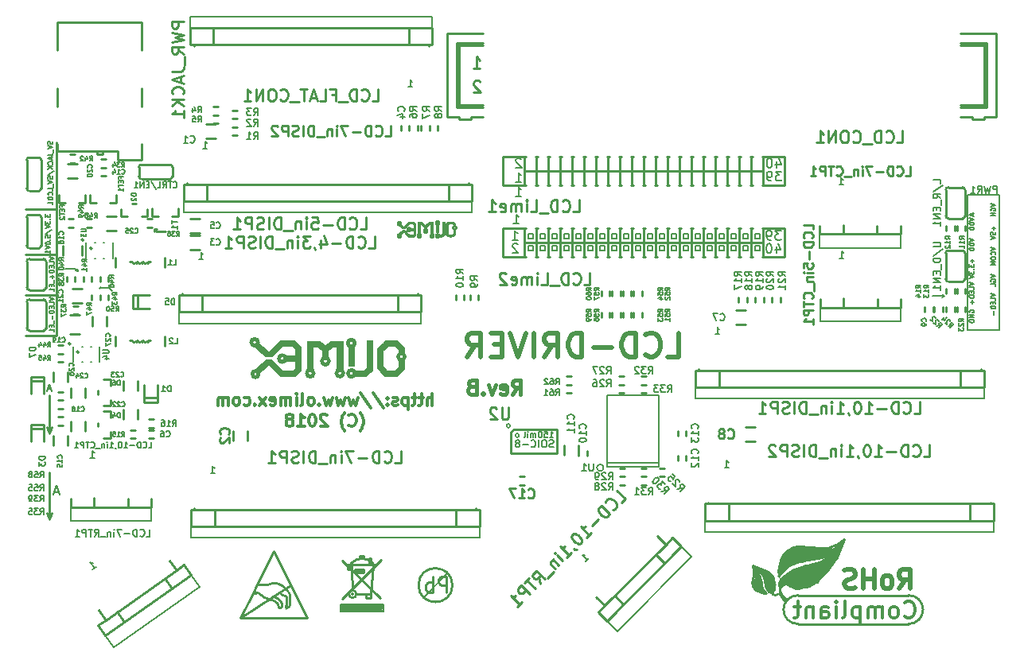
<source format=gbr>
G04 #@! TF.GenerationSoftware,KiCad,Pcbnew,5.0.0-rc2-unknown-4959f91~65~ubuntu16.04.1*
G04 #@! TF.CreationDate,2018-06-18T15:39:28+03:00*
G04 #@! TF.ProjectId,LCD-DRIVER_Rev_B,4C43442D4452495645525F5265765F42,B*
G04 #@! TF.SameCoordinates,Original*
G04 #@! TF.FileFunction,Legend,Bot*
G04 #@! TF.FilePolarity,Positive*
%FSLAX46Y46*%
G04 Gerber Fmt 4.6, Leading zero omitted, Abs format (unit mm)*
G04 Created by KiCad (PCBNEW 5.0.0-rc2-unknown-4959f91~65~ubuntu16.04.1) date Mon Jun 18 15:39:28 2018*
%MOMM*%
%LPD*%
G01*
G04 APERTURE LIST*
%ADD10C,0.127000*%
%ADD11C,0.317500*%
%ADD12C,0.381000*%
%ADD13C,0.508000*%
%ADD14C,0.254000*%
%ADD15C,0.190500*%
%ADD16C,0.150000*%
%ADD17C,0.203200*%
%ADD18C,0.009000*%
%ADD19C,0.200000*%
%ADD20C,0.400000*%
%ADD21C,0.700000*%
%ADD22C,0.500000*%
%ADD23C,0.100000*%
%ADD24C,0.158750*%
%ADD25C,0.350000*%
G04 APERTURE END LIST*
D10*
X170561000Y-91941952D02*
X170536809Y-91893571D01*
X170536809Y-91821000D01*
X170561000Y-91748428D01*
X170609380Y-91700047D01*
X170657761Y-91675857D01*
X170754523Y-91651666D01*
X170827095Y-91651666D01*
X170923857Y-91675857D01*
X170972238Y-91700047D01*
X171020619Y-91748428D01*
X171044809Y-91821000D01*
X171044809Y-91869380D01*
X171020619Y-91941952D01*
X170996428Y-91966142D01*
X170827095Y-91966142D01*
X170827095Y-91869380D01*
X171044809Y-92183857D02*
X170536809Y-92183857D01*
X171044809Y-92474142D01*
X170536809Y-92474142D01*
X171044809Y-92716047D02*
X170536809Y-92716047D01*
X170536809Y-92837000D01*
X170561000Y-92909571D01*
X170609380Y-92957952D01*
X170657761Y-92982142D01*
X170754523Y-93006333D01*
X170827095Y-93006333D01*
X170923857Y-92982142D01*
X170972238Y-92957952D01*
X171020619Y-92909571D01*
X171044809Y-92837000D01*
X171044809Y-92716047D01*
X172822809Y-89885761D02*
X173330809Y-90055095D01*
X172822809Y-90224428D01*
X173330809Y-90635666D02*
X173330809Y-90393761D01*
X172822809Y-90393761D01*
X173064714Y-90805000D02*
X173064714Y-90974333D01*
X173330809Y-91046904D02*
X173330809Y-90805000D01*
X172822809Y-90805000D01*
X172822809Y-91046904D01*
X173330809Y-91264619D02*
X172822809Y-91264619D01*
X172822809Y-91385571D01*
X172847000Y-91458142D01*
X172895380Y-91506523D01*
X172943761Y-91530714D01*
X173040523Y-91554904D01*
X173113095Y-91554904D01*
X173209857Y-91530714D01*
X173258238Y-91506523D01*
X173306619Y-91458142D01*
X173330809Y-91385571D01*
X173330809Y-91264619D01*
X173137285Y-91772619D02*
X173137285Y-92159666D01*
X170536809Y-88742761D02*
X171044809Y-88912095D01*
X170536809Y-89081428D01*
X171044809Y-89492666D02*
X171044809Y-89250761D01*
X170536809Y-89250761D01*
X170778714Y-89662000D02*
X170778714Y-89831333D01*
X171044809Y-89903904D02*
X171044809Y-89662000D01*
X170536809Y-89662000D01*
X170536809Y-89903904D01*
X171044809Y-90121619D02*
X170536809Y-90121619D01*
X170536809Y-90242571D01*
X170561000Y-90315142D01*
X170609380Y-90363523D01*
X170657761Y-90387714D01*
X170754523Y-90411904D01*
X170827095Y-90411904D01*
X170923857Y-90387714D01*
X170972238Y-90363523D01*
X171020619Y-90315142D01*
X171044809Y-90242571D01*
X171044809Y-90121619D01*
X170851285Y-90629619D02*
X170851285Y-91016666D01*
X171044809Y-90823142D02*
X170657761Y-90823142D01*
X172822809Y-87890047D02*
X173330809Y-88059380D01*
X172822809Y-88228714D01*
X172847000Y-88664142D02*
X172822809Y-88615761D01*
X172822809Y-88543190D01*
X172847000Y-88470619D01*
X172895380Y-88422238D01*
X172943761Y-88398047D01*
X173040523Y-88373857D01*
X173113095Y-88373857D01*
X173209857Y-88398047D01*
X173258238Y-88422238D01*
X173306619Y-88470619D01*
X173330809Y-88543190D01*
X173330809Y-88591571D01*
X173306619Y-88664142D01*
X173282428Y-88688333D01*
X173113095Y-88688333D01*
X173113095Y-88591571D01*
X173330809Y-89147952D02*
X173330809Y-88906047D01*
X172822809Y-88906047D01*
X170851285Y-86233000D02*
X170851285Y-86620047D01*
X171044809Y-86426523D02*
X170657761Y-86426523D01*
X170536809Y-86813571D02*
X170536809Y-87128047D01*
X170730333Y-86958714D01*
X170730333Y-87031285D01*
X170754523Y-87079666D01*
X170778714Y-87103857D01*
X170827095Y-87128047D01*
X170948047Y-87128047D01*
X170996428Y-87103857D01*
X171020619Y-87079666D01*
X171044809Y-87031285D01*
X171044809Y-86886142D01*
X171020619Y-86837761D01*
X170996428Y-86813571D01*
X170996428Y-87345761D02*
X171020619Y-87369952D01*
X171044809Y-87345761D01*
X171020619Y-87321571D01*
X170996428Y-87345761D01*
X171044809Y-87345761D01*
X170536809Y-87539285D02*
X170536809Y-87853761D01*
X170730333Y-87684428D01*
X170730333Y-87757000D01*
X170754523Y-87805380D01*
X170778714Y-87829571D01*
X170827095Y-87853761D01*
X170948047Y-87853761D01*
X170996428Y-87829571D01*
X171020619Y-87805380D01*
X171044809Y-87757000D01*
X171044809Y-87611857D01*
X171020619Y-87563476D01*
X170996428Y-87539285D01*
X170536809Y-87998904D02*
X171044809Y-88168238D01*
X170536809Y-88337571D01*
X172822809Y-84999285D02*
X173330809Y-85168619D01*
X172822809Y-85337952D01*
X173282428Y-85797571D02*
X173306619Y-85773380D01*
X173330809Y-85700809D01*
X173330809Y-85652428D01*
X173306619Y-85579857D01*
X173258238Y-85531476D01*
X173209857Y-85507285D01*
X173113095Y-85483095D01*
X173040523Y-85483095D01*
X172943761Y-85507285D01*
X172895380Y-85531476D01*
X172847000Y-85579857D01*
X172822809Y-85652428D01*
X172822809Y-85700809D01*
X172847000Y-85773380D01*
X172871190Y-85797571D01*
X172822809Y-86112047D02*
X172822809Y-86208809D01*
X172847000Y-86257190D01*
X172895380Y-86305571D01*
X172992142Y-86329761D01*
X173161476Y-86329761D01*
X173258238Y-86305571D01*
X173306619Y-86257190D01*
X173330809Y-86208809D01*
X173330809Y-86112047D01*
X173306619Y-86063666D01*
X173258238Y-86015285D01*
X173161476Y-85991095D01*
X172992142Y-85991095D01*
X172895380Y-86015285D01*
X172847000Y-86063666D01*
X172822809Y-86112047D01*
X173330809Y-86547476D02*
X172822809Y-86547476D01*
X173185666Y-86716809D01*
X172822809Y-86886142D01*
X173330809Y-86886142D01*
X170536809Y-84031666D02*
X171044809Y-84201000D01*
X170536809Y-84370333D01*
X171044809Y-84539666D02*
X170536809Y-84539666D01*
X170536809Y-84660619D01*
X170561000Y-84733190D01*
X170609380Y-84781571D01*
X170657761Y-84805761D01*
X170754523Y-84829952D01*
X170827095Y-84829952D01*
X170923857Y-84805761D01*
X170972238Y-84781571D01*
X171020619Y-84733190D01*
X171044809Y-84660619D01*
X171044809Y-84539666D01*
X171044809Y-85047666D02*
X170536809Y-85047666D01*
X170536809Y-85168619D01*
X170561000Y-85241190D01*
X170609380Y-85289571D01*
X170657761Y-85313761D01*
X170754523Y-85337952D01*
X170827095Y-85337952D01*
X170923857Y-85313761D01*
X170972238Y-85289571D01*
X171020619Y-85241190D01*
X171044809Y-85168619D01*
X171044809Y-85047666D01*
X173137285Y-82785857D02*
X173137285Y-83172904D01*
X173330809Y-82979380D02*
X172943761Y-82979380D01*
X172822809Y-83656714D02*
X172822809Y-83414809D01*
X173064714Y-83390619D01*
X173040523Y-83414809D01*
X173016333Y-83463190D01*
X173016333Y-83584142D01*
X173040523Y-83632523D01*
X173064714Y-83656714D01*
X173113095Y-83680904D01*
X173234047Y-83680904D01*
X173282428Y-83656714D01*
X173306619Y-83632523D01*
X173330809Y-83584142D01*
X173330809Y-83463190D01*
X173306619Y-83414809D01*
X173282428Y-83390619D01*
X172822809Y-83826047D02*
X173330809Y-83995380D01*
X172822809Y-84164714D01*
X170899666Y-81449333D02*
X170899666Y-81691238D01*
X171044809Y-81400952D02*
X170536809Y-81570285D01*
X171044809Y-81739619D01*
X170536809Y-81836380D02*
X171044809Y-82005714D01*
X170536809Y-82175047D01*
X171044809Y-82344380D02*
X170536809Y-82344380D01*
X170536809Y-82465333D01*
X170561000Y-82537904D01*
X170609380Y-82586285D01*
X170657761Y-82610476D01*
X170754523Y-82634666D01*
X170827095Y-82634666D01*
X170923857Y-82610476D01*
X170972238Y-82586285D01*
X171020619Y-82537904D01*
X171044809Y-82465333D01*
X171044809Y-82344380D01*
X171044809Y-82852380D02*
X170536809Y-82852380D01*
X170536809Y-82973333D01*
X170561000Y-83045904D01*
X170609380Y-83094285D01*
X170657761Y-83118476D01*
X170754523Y-83142666D01*
X170827095Y-83142666D01*
X170923857Y-83118476D01*
X170972238Y-83094285D01*
X171020619Y-83045904D01*
X171044809Y-82973333D01*
X171044809Y-82852380D01*
X172822809Y-80336571D02*
X173330809Y-80505904D01*
X172822809Y-80675238D01*
X172847000Y-81110666D02*
X172822809Y-81062285D01*
X172822809Y-80989714D01*
X172847000Y-80917142D01*
X172895380Y-80868761D01*
X172943761Y-80844571D01*
X173040523Y-80820380D01*
X173113095Y-80820380D01*
X173209857Y-80844571D01*
X173258238Y-80868761D01*
X173306619Y-80917142D01*
X173330809Y-80989714D01*
X173330809Y-81038095D01*
X173306619Y-81110666D01*
X173282428Y-81134857D01*
X173113095Y-81134857D01*
X173113095Y-81038095D01*
X173330809Y-81352571D02*
X172822809Y-81352571D01*
X173064714Y-81352571D02*
X173064714Y-81642857D01*
X173330809Y-81642857D02*
X172822809Y-81642857D01*
D11*
X113380761Y-101825273D02*
X113380761Y-100555273D01*
X112836476Y-101825273D02*
X112836476Y-101160035D01*
X112896952Y-101039083D01*
X113017904Y-100978607D01*
X113199333Y-100978607D01*
X113320285Y-101039083D01*
X113380761Y-101099559D01*
X112413142Y-100978607D02*
X111929333Y-100978607D01*
X112231714Y-100555273D02*
X112231714Y-101643845D01*
X112171238Y-101764797D01*
X112050285Y-101825273D01*
X111929333Y-101825273D01*
X111687428Y-100978607D02*
X111203619Y-100978607D01*
X111506000Y-100555273D02*
X111506000Y-101643845D01*
X111445523Y-101764797D01*
X111324571Y-101825273D01*
X111203619Y-101825273D01*
X110780285Y-100978607D02*
X110780285Y-102248607D01*
X110780285Y-101039083D02*
X110659333Y-100978607D01*
X110417428Y-100978607D01*
X110296476Y-101039083D01*
X110236000Y-101099559D01*
X110175523Y-101220511D01*
X110175523Y-101583369D01*
X110236000Y-101704321D01*
X110296476Y-101764797D01*
X110417428Y-101825273D01*
X110659333Y-101825273D01*
X110780285Y-101764797D01*
X109691714Y-101764797D02*
X109570761Y-101825273D01*
X109328857Y-101825273D01*
X109207904Y-101764797D01*
X109147428Y-101643845D01*
X109147428Y-101583369D01*
X109207904Y-101462416D01*
X109328857Y-101401940D01*
X109510285Y-101401940D01*
X109631238Y-101341464D01*
X109691714Y-101220511D01*
X109691714Y-101160035D01*
X109631238Y-101039083D01*
X109510285Y-100978607D01*
X109328857Y-100978607D01*
X109207904Y-101039083D01*
X108603142Y-101704321D02*
X108542666Y-101764797D01*
X108603142Y-101825273D01*
X108663619Y-101764797D01*
X108603142Y-101704321D01*
X108603142Y-101825273D01*
X108603142Y-101039083D02*
X108542666Y-101099559D01*
X108603142Y-101160035D01*
X108663619Y-101099559D01*
X108603142Y-101039083D01*
X108603142Y-101160035D01*
X107091238Y-100494797D02*
X108179809Y-102127654D01*
X105760761Y-100494797D02*
X106849333Y-102127654D01*
X105458380Y-100978607D02*
X105216476Y-101825273D01*
X104974571Y-101220511D01*
X104732666Y-101825273D01*
X104490761Y-100978607D01*
X104127904Y-100978607D02*
X103886000Y-101825273D01*
X103644095Y-101220511D01*
X103402190Y-101825273D01*
X103160285Y-100978607D01*
X102797428Y-100978607D02*
X102555523Y-101825273D01*
X102313619Y-101220511D01*
X102071714Y-101825273D01*
X101829809Y-100978607D01*
X101346000Y-101704321D02*
X101285523Y-101764797D01*
X101346000Y-101825273D01*
X101406476Y-101764797D01*
X101346000Y-101704321D01*
X101346000Y-101825273D01*
X100559809Y-101825273D02*
X100680761Y-101764797D01*
X100741238Y-101704321D01*
X100801714Y-101583369D01*
X100801714Y-101220511D01*
X100741238Y-101099559D01*
X100680761Y-101039083D01*
X100559809Y-100978607D01*
X100378380Y-100978607D01*
X100257428Y-101039083D01*
X100196952Y-101099559D01*
X100136476Y-101220511D01*
X100136476Y-101583369D01*
X100196952Y-101704321D01*
X100257428Y-101764797D01*
X100378380Y-101825273D01*
X100559809Y-101825273D01*
X99410761Y-101825273D02*
X99531714Y-101764797D01*
X99592190Y-101643845D01*
X99592190Y-100555273D01*
X98926952Y-101825273D02*
X98926952Y-100978607D01*
X98926952Y-100555273D02*
X98987428Y-100615750D01*
X98926952Y-100676226D01*
X98866476Y-100615750D01*
X98926952Y-100555273D01*
X98926952Y-100676226D01*
X98322190Y-101825273D02*
X98322190Y-100978607D01*
X98322190Y-101099559D02*
X98261714Y-101039083D01*
X98140761Y-100978607D01*
X97959333Y-100978607D01*
X97838380Y-101039083D01*
X97777904Y-101160035D01*
X97777904Y-101825273D01*
X97777904Y-101160035D02*
X97717428Y-101039083D01*
X97596476Y-100978607D01*
X97415047Y-100978607D01*
X97294095Y-101039083D01*
X97233619Y-101160035D01*
X97233619Y-101825273D01*
X96145047Y-101764797D02*
X96266000Y-101825273D01*
X96507904Y-101825273D01*
X96628857Y-101764797D01*
X96689333Y-101643845D01*
X96689333Y-101160035D01*
X96628857Y-101039083D01*
X96507904Y-100978607D01*
X96266000Y-100978607D01*
X96145047Y-101039083D01*
X96084571Y-101160035D01*
X96084571Y-101280988D01*
X96689333Y-101401940D01*
X95661238Y-101825273D02*
X94996000Y-100978607D01*
X95661238Y-100978607D02*
X94996000Y-101825273D01*
X94512190Y-101704321D02*
X94451714Y-101764797D01*
X94512190Y-101825273D01*
X94572666Y-101764797D01*
X94512190Y-101704321D01*
X94512190Y-101825273D01*
X93363142Y-101764797D02*
X93484095Y-101825273D01*
X93726000Y-101825273D01*
X93846952Y-101764797D01*
X93907428Y-101704321D01*
X93967904Y-101583369D01*
X93967904Y-101220511D01*
X93907428Y-101099559D01*
X93846952Y-101039083D01*
X93726000Y-100978607D01*
X93484095Y-100978607D01*
X93363142Y-101039083D01*
X92637428Y-101825273D02*
X92758380Y-101764797D01*
X92818857Y-101704321D01*
X92879333Y-101583369D01*
X92879333Y-101220511D01*
X92818857Y-101099559D01*
X92758380Y-101039083D01*
X92637428Y-100978607D01*
X92456000Y-100978607D01*
X92335047Y-101039083D01*
X92274571Y-101099559D01*
X92214095Y-101220511D01*
X92214095Y-101583369D01*
X92274571Y-101704321D01*
X92335047Y-101764797D01*
X92456000Y-101825273D01*
X92637428Y-101825273D01*
X91669809Y-101825273D02*
X91669809Y-100978607D01*
X91669809Y-101099559D02*
X91609333Y-101039083D01*
X91488380Y-100978607D01*
X91306952Y-100978607D01*
X91186000Y-101039083D01*
X91125523Y-101160035D01*
X91125523Y-101825273D01*
X91125523Y-101160035D02*
X91065047Y-101039083D01*
X90944095Y-100978607D01*
X90762666Y-100978607D01*
X90641714Y-101039083D01*
X90581238Y-101160035D01*
X90581238Y-101825273D01*
X105700285Y-104531583D02*
X105760761Y-104471107D01*
X105881714Y-104289678D01*
X105942190Y-104168726D01*
X106002666Y-103987297D01*
X106063142Y-103684916D01*
X106063142Y-103443011D01*
X106002666Y-103140630D01*
X105942190Y-102959202D01*
X105881714Y-102838250D01*
X105760761Y-102656821D01*
X105700285Y-102596345D01*
X104490761Y-103926821D02*
X104551238Y-103987297D01*
X104732666Y-104047773D01*
X104853619Y-104047773D01*
X105035047Y-103987297D01*
X105156000Y-103866345D01*
X105216476Y-103745392D01*
X105276952Y-103503488D01*
X105276952Y-103322059D01*
X105216476Y-103080154D01*
X105156000Y-102959202D01*
X105035047Y-102838250D01*
X104853619Y-102777773D01*
X104732666Y-102777773D01*
X104551238Y-102838250D01*
X104490761Y-102898726D01*
X104067428Y-104531583D02*
X104006952Y-104471107D01*
X103886000Y-104289678D01*
X103825523Y-104168726D01*
X103765047Y-103987297D01*
X103704571Y-103684916D01*
X103704571Y-103443011D01*
X103765047Y-103140630D01*
X103825523Y-102959202D01*
X103886000Y-102838250D01*
X104006952Y-102656821D01*
X104067428Y-102596345D01*
X102192666Y-102898726D02*
X102132190Y-102838250D01*
X102011238Y-102777773D01*
X101708857Y-102777773D01*
X101587904Y-102838250D01*
X101527428Y-102898726D01*
X101466952Y-103019678D01*
X101466952Y-103140630D01*
X101527428Y-103322059D01*
X102253142Y-104047773D01*
X101466952Y-104047773D01*
X100680761Y-102777773D02*
X100559809Y-102777773D01*
X100438857Y-102838250D01*
X100378380Y-102898726D01*
X100317904Y-103019678D01*
X100257428Y-103261583D01*
X100257428Y-103563964D01*
X100317904Y-103805869D01*
X100378380Y-103926821D01*
X100438857Y-103987297D01*
X100559809Y-104047773D01*
X100680761Y-104047773D01*
X100801714Y-103987297D01*
X100862190Y-103926821D01*
X100922666Y-103805869D01*
X100983142Y-103563964D01*
X100983142Y-103261583D01*
X100922666Y-103019678D01*
X100862190Y-102898726D01*
X100801714Y-102838250D01*
X100680761Y-102777773D01*
X99047904Y-104047773D02*
X99773619Y-104047773D01*
X99410761Y-104047773D02*
X99410761Y-102777773D01*
X99531714Y-102959202D01*
X99652666Y-103080154D01*
X99773619Y-103140630D01*
X98322190Y-103322059D02*
X98443142Y-103261583D01*
X98503619Y-103201107D01*
X98564095Y-103080154D01*
X98564095Y-103019678D01*
X98503619Y-102898726D01*
X98443142Y-102838250D01*
X98322190Y-102777773D01*
X98080285Y-102777773D01*
X97959333Y-102838250D01*
X97898857Y-102898726D01*
X97838380Y-103019678D01*
X97838380Y-103080154D01*
X97898857Y-103201107D01*
X97959333Y-103261583D01*
X98080285Y-103322059D01*
X98322190Y-103322059D01*
X98443142Y-103382535D01*
X98503619Y-103443011D01*
X98564095Y-103563964D01*
X98564095Y-103805869D01*
X98503619Y-103926821D01*
X98443142Y-103987297D01*
X98322190Y-104047773D01*
X98080285Y-104047773D01*
X97959333Y-103987297D01*
X97898857Y-103926821D01*
X97838380Y-103805869D01*
X97838380Y-103563964D01*
X97898857Y-103443011D01*
X97959333Y-103382535D01*
X98080285Y-103322059D01*
D12*
X121901857Y-100638428D02*
X122409857Y-99912714D01*
X122772714Y-100638428D02*
X122772714Y-99114428D01*
X122192142Y-99114428D01*
X122047000Y-99187000D01*
X121974428Y-99259571D01*
X121901857Y-99404714D01*
X121901857Y-99622428D01*
X121974428Y-99767571D01*
X122047000Y-99840142D01*
X122192142Y-99912714D01*
X122772714Y-99912714D01*
X120668142Y-100565857D02*
X120813285Y-100638428D01*
X121103571Y-100638428D01*
X121248714Y-100565857D01*
X121321285Y-100420714D01*
X121321285Y-99840142D01*
X121248714Y-99695000D01*
X121103571Y-99622428D01*
X120813285Y-99622428D01*
X120668142Y-99695000D01*
X120595571Y-99840142D01*
X120595571Y-99985285D01*
X121321285Y-100130428D01*
X120087571Y-99622428D02*
X119724714Y-100638428D01*
X119361857Y-99622428D01*
X118781285Y-100493285D02*
X118708714Y-100565857D01*
X118781285Y-100638428D01*
X118853857Y-100565857D01*
X118781285Y-100493285D01*
X118781285Y-100638428D01*
X117547571Y-99840142D02*
X117329857Y-99912714D01*
X117257285Y-99985285D01*
X117184714Y-100130428D01*
X117184714Y-100348142D01*
X117257285Y-100493285D01*
X117329857Y-100565857D01*
X117475000Y-100638428D01*
X118055571Y-100638428D01*
X118055571Y-99114428D01*
X117547571Y-99114428D01*
X117402428Y-99187000D01*
X117329857Y-99259571D01*
X117257285Y-99404714D01*
X117257285Y-99549857D01*
X117329857Y-99695000D01*
X117402428Y-99767571D01*
X117547571Y-99840142D01*
X118055571Y-99840142D01*
D13*
X138375571Y-96653047D02*
X139585095Y-96653047D01*
X139585095Y-94113047D01*
X136077476Y-96411142D02*
X136198428Y-96532095D01*
X136561285Y-96653047D01*
X136803190Y-96653047D01*
X137166047Y-96532095D01*
X137407952Y-96290190D01*
X137528904Y-96048285D01*
X137649857Y-95564476D01*
X137649857Y-95201619D01*
X137528904Y-94717809D01*
X137407952Y-94475904D01*
X137166047Y-94234000D01*
X136803190Y-94113047D01*
X136561285Y-94113047D01*
X136198428Y-94234000D01*
X136077476Y-94354952D01*
X134988904Y-96653047D02*
X134988904Y-94113047D01*
X134384142Y-94113047D01*
X134021285Y-94234000D01*
X133779380Y-94475904D01*
X133658428Y-94717809D01*
X133537476Y-95201619D01*
X133537476Y-95564476D01*
X133658428Y-96048285D01*
X133779380Y-96290190D01*
X134021285Y-96532095D01*
X134384142Y-96653047D01*
X134988904Y-96653047D01*
X132448904Y-95685428D02*
X130513666Y-95685428D01*
X129304142Y-96653047D02*
X129304142Y-94113047D01*
X128699380Y-94113047D01*
X128336523Y-94234000D01*
X128094619Y-94475904D01*
X127973666Y-94717809D01*
X127852714Y-95201619D01*
X127852714Y-95564476D01*
X127973666Y-96048285D01*
X128094619Y-96290190D01*
X128336523Y-96532095D01*
X128699380Y-96653047D01*
X129304142Y-96653047D01*
X125312714Y-96653047D02*
X126159380Y-95443523D01*
X126764142Y-96653047D02*
X126764142Y-94113047D01*
X125796523Y-94113047D01*
X125554619Y-94234000D01*
X125433666Y-94354952D01*
X125312714Y-94596857D01*
X125312714Y-94959714D01*
X125433666Y-95201619D01*
X125554619Y-95322571D01*
X125796523Y-95443523D01*
X126764142Y-95443523D01*
X124224142Y-96653047D02*
X124224142Y-94113047D01*
X123377476Y-94113047D02*
X122530809Y-96653047D01*
X121684142Y-94113047D01*
X120837476Y-95322571D02*
X119990809Y-95322571D01*
X119627952Y-96653047D02*
X120837476Y-96653047D01*
X120837476Y-94113047D01*
X119627952Y-94113047D01*
X117087952Y-96653047D02*
X117934619Y-95443523D01*
X118539380Y-96653047D02*
X118539380Y-94113047D01*
X117571761Y-94113047D01*
X117329857Y-94234000D01*
X117208904Y-94354952D01*
X117087952Y-94596857D01*
X117087952Y-94959714D01*
X117208904Y-95201619D01*
X117329857Y-95322571D01*
X117571761Y-95443523D01*
X118539380Y-95443523D01*
D10*
X167894000Y-90170000D02*
X167640000Y-90297000D01*
X167894000Y-90170000D02*
X167640000Y-90043000D01*
X166624000Y-90170000D02*
X167894000Y-90170000D01*
X75692000Y-87503000D02*
X75565000Y-87249000D01*
X75692000Y-87503000D02*
X75438000Y-87439500D01*
X75374500Y-87249000D02*
X75692000Y-87503000D01*
X74358500Y-87249000D02*
X75374500Y-87249000D01*
X77978000Y-89281000D02*
X78105000Y-89217500D01*
X77978000Y-89281000D02*
X78041500Y-89408000D01*
X78994000Y-89344500D02*
X79311500Y-89662000D01*
X78232000Y-89344500D02*
X78994000Y-89344500D01*
X77978000Y-89281000D02*
X78232000Y-89344500D01*
D14*
X83820000Y-83058000D02*
X84074000Y-83058000D01*
X83820000Y-83058000D02*
X83820000Y-83312000D01*
X84074000Y-83312000D02*
X84963000Y-83312000D01*
X83820000Y-83058000D02*
X84074000Y-83312000D01*
X72644000Y-104775000D02*
X72390000Y-104140000D01*
X72644000Y-100711000D02*
X72644000Y-104775000D01*
X72644000Y-104775000D02*
X72898000Y-104140000D01*
D15*
X72825428Y-100076000D02*
X72462571Y-100076000D01*
X72898000Y-100293714D02*
X72644000Y-99531714D01*
X72390000Y-100293714D01*
X73647904Y-111040333D02*
X73164095Y-111040333D01*
X73744666Y-111330619D02*
X73406000Y-110314619D01*
X73067333Y-111330619D01*
D14*
X72644000Y-113919000D02*
X72898000Y-113284000D01*
X72644000Y-113919000D02*
X72390000Y-113284000D01*
X72644000Y-108966000D02*
X72644000Y-113919000D01*
X73406000Y-94361000D02*
X70104000Y-94361000D01*
X73406000Y-90043000D02*
X70104000Y-90043000D01*
X73406000Y-80899000D02*
X73025000Y-80899000D01*
X73406000Y-85725000D02*
X73406000Y-94361000D01*
X73406000Y-85725000D02*
X70104000Y-85725000D01*
X73406000Y-80899000D02*
X73406000Y-85725000D01*
X73406000Y-80899000D02*
X73406000Y-73787000D01*
X73025000Y-80899000D02*
X70104000Y-80899000D01*
G04 #@! TO.C,LCD_CON1*
X118745000Y-63500000D02*
X116205000Y-63500000D01*
X114935000Y-62230000D02*
X118745000Y-62230000D01*
X115951000Y-63246000D02*
X118745000Y-63246000D01*
X115951000Y-70104000D02*
X115951000Y-63246000D01*
X118745000Y-70104000D02*
X115951000Y-70104000D01*
X172339000Y-70104000D02*
X169545000Y-70104000D01*
X172339000Y-63246000D02*
X172339000Y-70104000D01*
X169545000Y-63246000D02*
X172339000Y-63246000D01*
X172085000Y-63500000D02*
X169545000Y-63500000D01*
X117475000Y-71120000D02*
X118745000Y-71120000D01*
X117475000Y-71374000D02*
X117475000Y-71120000D01*
X116205000Y-71374000D02*
X116205000Y-71120000D01*
X117475000Y-71374000D02*
X116205000Y-71374000D01*
X169545000Y-71120000D02*
X170815000Y-71120000D01*
X172085000Y-71120000D02*
X173355000Y-71120000D01*
X170815000Y-71120000D02*
X170815000Y-71374000D01*
X172085000Y-71374000D02*
X170815000Y-71374000D01*
X172085000Y-71120000D02*
X172085000Y-71374000D01*
X114935000Y-71120000D02*
X114935000Y-62230000D01*
X173355000Y-62230000D02*
X173355000Y-71120000D01*
X173355000Y-62230000D02*
X169545000Y-62230000D01*
X114935000Y-71120000D02*
X116205000Y-71120000D01*
X116205000Y-69850000D02*
X116205000Y-63500000D01*
X172085000Y-63500000D02*
X172085000Y-69850000D01*
X169545000Y-69850000D02*
X172085000Y-69850000D01*
X116205000Y-69850000D02*
X118745000Y-69850000D01*
X171845000Y-69975000D02*
X172245000Y-69975000D01*
X116045000Y-69975000D02*
X116445000Y-69975000D01*
X116045000Y-63375000D02*
X116445000Y-63375000D01*
X171845000Y-63375000D02*
X172245000Y-63375000D01*
G04 #@! TO.C,PWR_JACK1*
X79878000Y-75726000D02*
X79878000Y-74726000D01*
X82478000Y-75726000D02*
X79878000Y-75726000D01*
X82478000Y-75726000D02*
X82478000Y-74026000D01*
X73478000Y-74726000D02*
X79878000Y-74726000D01*
X73478000Y-74026000D02*
X73478000Y-74726000D01*
X82478000Y-68026000D02*
X82478000Y-70026000D01*
X73478000Y-68026000D02*
X73478000Y-70026000D01*
X82478000Y-61026000D02*
X82478000Y-64026000D01*
X73478000Y-61026000D02*
X73478000Y-64026000D01*
X73478000Y-61026000D02*
X82478000Y-61026000D01*
X77678000Y-74726000D02*
X77678000Y-75126000D01*
X77678000Y-75126000D02*
X78278000Y-75126000D01*
X78278000Y-75126000D02*
X78278000Y-74726000D01*
D16*
G04 #@! TO.C,PWR1*
X170331000Y-79444000D02*
X170331000Y-93784000D01*
X170331000Y-93784000D02*
X173731000Y-93784000D01*
X173731000Y-93784000D02*
X173731000Y-79444000D01*
X173731000Y-79444000D02*
X170331000Y-79444000D01*
D14*
G04 #@! TO.C,LCD_Lime1*
X148590000Y-75311000D02*
X150876000Y-75311000D01*
X150876000Y-75311000D02*
X150876000Y-78359000D01*
X150876000Y-78359000D02*
X148590000Y-78359000D01*
X120904000Y-75311000D02*
X123190000Y-75311000D01*
X120904000Y-78359000D02*
X120904000Y-75311000D01*
X123190000Y-78359000D02*
X120904000Y-78359000D01*
X134620000Y-76835000D02*
X134620000Y-78359000D01*
X134620000Y-75311000D02*
X134620000Y-76835000D01*
X133350000Y-76835000D02*
X133350000Y-78359000D01*
X132080000Y-76835000D02*
X132080000Y-78359000D01*
X130810000Y-76835000D02*
X130810000Y-78359000D01*
X129540000Y-76835000D02*
X129540000Y-78359000D01*
X128270000Y-76835000D02*
X128270000Y-78359000D01*
X127000000Y-76835000D02*
X127000000Y-78359000D01*
X125730000Y-76835000D02*
X125730000Y-78359000D01*
X124460000Y-76835000D02*
X124460000Y-78359000D01*
X133350000Y-75311000D02*
X133350000Y-76835000D01*
X132080000Y-75311000D02*
X132080000Y-76835000D01*
X130810000Y-75311000D02*
X130810000Y-76835000D01*
X129540000Y-75311000D02*
X129540000Y-76835000D01*
X128270000Y-75311000D02*
X128270000Y-76835000D01*
X127000000Y-75311000D02*
X127000000Y-76835000D01*
X125730000Y-75311000D02*
X125730000Y-76835000D01*
X124460000Y-75311000D02*
X124460000Y-76835000D01*
X124460000Y-78359000D02*
X124587000Y-78359000D01*
X124333000Y-78359000D02*
X124460000Y-78359000D01*
X125730000Y-78359000D02*
X125857000Y-78359000D01*
X125603000Y-78359000D02*
X125730000Y-78359000D01*
X127000000Y-78359000D02*
X127127000Y-78359000D01*
X126873000Y-78359000D02*
X127000000Y-78359000D01*
X128270000Y-78359000D02*
X128397000Y-78359000D01*
X128143000Y-78359000D02*
X128270000Y-78359000D01*
X129540000Y-78359000D02*
X129667000Y-78359000D01*
X129413000Y-78359000D02*
X129540000Y-78359000D01*
X130810000Y-78359000D02*
X130937000Y-78359000D01*
X130683000Y-78359000D02*
X130810000Y-78359000D01*
X132080000Y-78359000D02*
X132207000Y-78359000D01*
X131953000Y-78359000D02*
X132080000Y-78359000D01*
X133350000Y-78359000D02*
X133477000Y-78359000D01*
X133223000Y-78359000D02*
X133350000Y-78359000D01*
X134493000Y-78359000D02*
X134747000Y-78359000D01*
X134620000Y-75311000D02*
X134747000Y-75311000D01*
X134493000Y-75311000D02*
X134620000Y-75311000D01*
X133350000Y-75311000D02*
X133477000Y-75311000D01*
X133223000Y-75311000D02*
X133350000Y-75311000D01*
X132080000Y-75311000D02*
X132207000Y-75311000D01*
X131953000Y-75311000D02*
X132080000Y-75311000D01*
X130810000Y-75311000D02*
X130937000Y-75311000D01*
X130683000Y-75311000D02*
X130810000Y-75311000D01*
X129540000Y-75311000D02*
X129667000Y-75311000D01*
X129413000Y-75311000D02*
X129540000Y-75311000D01*
X128270000Y-75311000D02*
X128397000Y-75311000D01*
X128143000Y-75311000D02*
X128270000Y-75311000D01*
X127000000Y-75311000D02*
X127127000Y-75311000D01*
X126873000Y-75311000D02*
X127000000Y-75311000D01*
X125730000Y-75311000D02*
X125857000Y-75311000D01*
X125603000Y-75311000D02*
X125730000Y-75311000D01*
X124460000Y-75311000D02*
X124587000Y-75311000D01*
X124333000Y-75311000D02*
X124460000Y-75311000D01*
X134620000Y-76835000D02*
X135890000Y-76835000D01*
X133350000Y-76835000D02*
X134620000Y-76835000D01*
X132080000Y-76835000D02*
X133350000Y-76835000D01*
X130810000Y-76835000D02*
X132080000Y-76835000D01*
X129540000Y-76835000D02*
X130810000Y-76835000D01*
X128270000Y-76835000D02*
X129540000Y-76835000D01*
X127000000Y-76835000D02*
X128270000Y-76835000D01*
X125730000Y-76835000D02*
X127000000Y-76835000D01*
X124460000Y-76835000D02*
X125730000Y-76835000D01*
X123190000Y-76835000D02*
X124460000Y-76835000D01*
X135890000Y-75311000D02*
X135763000Y-75311000D01*
X135890000Y-76835000D02*
X135890000Y-75311000D01*
X135890000Y-78359000D02*
X135890000Y-76835000D01*
X135763000Y-78359000D02*
X135890000Y-78359000D01*
X123190000Y-75311000D02*
X123317000Y-75311000D01*
X123190000Y-76835000D02*
X123190000Y-75311000D01*
X123190000Y-78359000D02*
X123190000Y-76835000D01*
X123317000Y-78359000D02*
X123190000Y-78359000D01*
X136017000Y-78359000D02*
X135890000Y-78359000D01*
X135890000Y-75311000D02*
X136017000Y-75311000D01*
X148463000Y-78359000D02*
X148590000Y-78359000D01*
X148590000Y-78359000D02*
X148590000Y-76835000D01*
X148590000Y-76835000D02*
X148590000Y-75311000D01*
X148590000Y-75311000D02*
X148463000Y-75311000D01*
X135890000Y-76835000D02*
X137160000Y-76835000D01*
X137160000Y-76835000D02*
X138430000Y-76835000D01*
X138430000Y-76835000D02*
X139700000Y-76835000D01*
X139700000Y-76835000D02*
X140970000Y-76835000D01*
X140970000Y-76835000D02*
X142240000Y-76835000D01*
X142240000Y-76835000D02*
X143510000Y-76835000D01*
X143510000Y-76835000D02*
X144780000Y-76835000D01*
X144780000Y-76835000D02*
X146050000Y-76835000D01*
X146050000Y-76835000D02*
X147320000Y-76835000D01*
X147320000Y-76835000D02*
X148590000Y-76835000D01*
X137033000Y-75311000D02*
X137160000Y-75311000D01*
X137160000Y-75311000D02*
X137287000Y-75311000D01*
X138303000Y-75311000D02*
X138430000Y-75311000D01*
X138430000Y-75311000D02*
X138557000Y-75311000D01*
X139573000Y-75311000D02*
X139700000Y-75311000D01*
X139700000Y-75311000D02*
X139827000Y-75311000D01*
X140843000Y-75311000D02*
X140970000Y-75311000D01*
X140970000Y-75311000D02*
X141097000Y-75311000D01*
X142113000Y-75311000D02*
X142240000Y-75311000D01*
X142240000Y-75311000D02*
X142367000Y-75311000D01*
X143383000Y-75311000D02*
X143510000Y-75311000D01*
X143510000Y-75311000D02*
X143637000Y-75311000D01*
X144653000Y-75311000D02*
X144780000Y-75311000D01*
X144780000Y-75311000D02*
X144907000Y-75311000D01*
X145923000Y-75311000D02*
X146050000Y-75311000D01*
X146050000Y-75311000D02*
X146177000Y-75311000D01*
X147193000Y-75311000D02*
X147320000Y-75311000D01*
X147320000Y-75311000D02*
X147447000Y-75311000D01*
X147193000Y-78359000D02*
X147447000Y-78359000D01*
X145923000Y-78359000D02*
X146050000Y-78359000D01*
X146050000Y-78359000D02*
X146177000Y-78359000D01*
X144653000Y-78359000D02*
X144780000Y-78359000D01*
X144780000Y-78359000D02*
X144907000Y-78359000D01*
X143383000Y-78359000D02*
X143510000Y-78359000D01*
X143510000Y-78359000D02*
X143637000Y-78359000D01*
X142113000Y-78359000D02*
X142240000Y-78359000D01*
X142240000Y-78359000D02*
X142367000Y-78359000D01*
X140843000Y-78359000D02*
X140970000Y-78359000D01*
X140970000Y-78359000D02*
X141097000Y-78359000D01*
X139573000Y-78359000D02*
X139700000Y-78359000D01*
X139700000Y-78359000D02*
X139827000Y-78359000D01*
X138303000Y-78359000D02*
X138430000Y-78359000D01*
X138430000Y-78359000D02*
X138557000Y-78359000D01*
X137033000Y-78359000D02*
X137160000Y-78359000D01*
X137160000Y-78359000D02*
X137287000Y-78359000D01*
X137160000Y-75311000D02*
X137160000Y-76835000D01*
X138430000Y-75311000D02*
X138430000Y-76835000D01*
X139700000Y-75311000D02*
X139700000Y-76835000D01*
X140970000Y-75311000D02*
X140970000Y-76835000D01*
X142240000Y-75311000D02*
X142240000Y-76835000D01*
X143510000Y-75311000D02*
X143510000Y-76835000D01*
X144780000Y-75311000D02*
X144780000Y-76835000D01*
X146050000Y-75311000D02*
X146050000Y-76835000D01*
X137160000Y-76835000D02*
X137160000Y-78359000D01*
X138430000Y-76835000D02*
X138430000Y-78359000D01*
X139700000Y-76835000D02*
X139700000Y-78359000D01*
X140970000Y-76835000D02*
X140970000Y-78359000D01*
X142240000Y-76835000D02*
X142240000Y-78359000D01*
X143510000Y-76835000D02*
X143510000Y-78359000D01*
X144780000Y-76835000D02*
X144780000Y-78359000D01*
X146050000Y-76835000D02*
X146050000Y-78359000D01*
X147320000Y-75311000D02*
X147320000Y-76835000D01*
X147320000Y-76835000D02*
X147320000Y-78359000D01*
G04 #@! TO.C,R15*
X81534000Y-104457500D02*
X81280000Y-104457500D01*
X81534000Y-104457500D02*
X81788000Y-104457500D01*
X81534000Y-105346500D02*
X81788000Y-105346500D01*
X81534000Y-105346500D02*
X81280000Y-105346500D01*
G04 #@! TO.C,LCD_Lime2*
X134620000Y-84455000D02*
X134620000Y-85979000D01*
X134620000Y-82931000D02*
X134620000Y-84455000D01*
X133350000Y-84455000D02*
X133350000Y-85979000D01*
X132080000Y-84455000D02*
X132080000Y-85979000D01*
X130810000Y-84455000D02*
X130810000Y-85979000D01*
X129540000Y-84455000D02*
X129540000Y-85979000D01*
X128270000Y-84455000D02*
X128270000Y-85979000D01*
X127000000Y-84455000D02*
X127000000Y-85979000D01*
X125730000Y-84455000D02*
X125730000Y-85979000D01*
X124460000Y-84455000D02*
X124460000Y-85979000D01*
X133350000Y-82931000D02*
X133350000Y-84455000D01*
X132080000Y-82931000D02*
X132080000Y-84455000D01*
X130810000Y-82931000D02*
X130810000Y-84455000D01*
X129540000Y-82931000D02*
X129540000Y-84455000D01*
X128270000Y-82931000D02*
X128270000Y-84455000D01*
X127000000Y-82931000D02*
X127000000Y-84455000D01*
X125730000Y-82931000D02*
X125730000Y-84455000D01*
X124460000Y-82931000D02*
X124460000Y-84455000D01*
X124460000Y-85979000D02*
X124587000Y-85979000D01*
X124333000Y-85979000D02*
X124460000Y-85979000D01*
X125730000Y-85979000D02*
X125857000Y-85979000D01*
X125603000Y-85979000D02*
X125730000Y-85979000D01*
X127000000Y-85979000D02*
X127127000Y-85979000D01*
X126873000Y-85979000D02*
X127000000Y-85979000D01*
X128270000Y-85979000D02*
X128397000Y-85979000D01*
X128143000Y-85979000D02*
X128270000Y-85979000D01*
X129540000Y-85979000D02*
X129667000Y-85979000D01*
X129413000Y-85979000D02*
X129540000Y-85979000D01*
X130810000Y-85979000D02*
X130937000Y-85979000D01*
X130683000Y-85979000D02*
X130810000Y-85979000D01*
X132080000Y-85979000D02*
X132207000Y-85979000D01*
X131953000Y-85979000D02*
X132080000Y-85979000D01*
X133350000Y-85979000D02*
X133477000Y-85979000D01*
X133223000Y-85979000D02*
X133350000Y-85979000D01*
X134493000Y-85979000D02*
X134747000Y-85979000D01*
X134620000Y-82931000D02*
X134747000Y-82931000D01*
X134493000Y-82931000D02*
X134620000Y-82931000D01*
X133350000Y-82931000D02*
X133477000Y-82931000D01*
X133223000Y-82931000D02*
X133350000Y-82931000D01*
X132080000Y-82931000D02*
X132207000Y-82931000D01*
X131953000Y-82931000D02*
X132080000Y-82931000D01*
X130810000Y-82931000D02*
X130937000Y-82931000D01*
X130683000Y-82931000D02*
X130810000Y-82931000D01*
X129540000Y-82931000D02*
X129667000Y-82931000D01*
X129413000Y-82931000D02*
X129540000Y-82931000D01*
X128270000Y-82931000D02*
X128397000Y-82931000D01*
X128143000Y-82931000D02*
X128270000Y-82931000D01*
X127000000Y-82931000D02*
X127127000Y-82931000D01*
X126873000Y-82931000D02*
X127000000Y-82931000D01*
X125730000Y-82931000D02*
X125857000Y-82931000D01*
X125603000Y-82931000D02*
X125730000Y-82931000D01*
X124460000Y-82931000D02*
X124587000Y-82931000D01*
X124333000Y-82931000D02*
X124460000Y-82931000D01*
X134620000Y-84455000D02*
X135890000Y-84455000D01*
X133350000Y-84455000D02*
X134620000Y-84455000D01*
X132080000Y-84455000D02*
X133350000Y-84455000D01*
X130810000Y-84455000D02*
X132080000Y-84455000D01*
X129540000Y-84455000D02*
X130810000Y-84455000D01*
X128270000Y-84455000D02*
X129540000Y-84455000D01*
X127000000Y-84455000D02*
X128270000Y-84455000D01*
X125730000Y-84455000D02*
X127000000Y-84455000D01*
X124460000Y-84455000D02*
X125730000Y-84455000D01*
X123190000Y-84455000D02*
X124460000Y-84455000D01*
X135890000Y-82931000D02*
X135763000Y-82931000D01*
X135890000Y-84455000D02*
X135890000Y-82931000D01*
X135890000Y-85979000D02*
X135890000Y-84455000D01*
X135763000Y-85979000D02*
X135890000Y-85979000D01*
X123190000Y-82931000D02*
X123317000Y-82931000D01*
X123190000Y-84455000D02*
X123190000Y-82931000D01*
X123190000Y-85979000D02*
X123190000Y-84455000D01*
X123317000Y-85979000D02*
X123190000Y-85979000D01*
D10*
X135001000Y-83566000D02*
X135001000Y-84074000D01*
X135001000Y-84074000D02*
X135509000Y-84074000D01*
X135509000Y-83566000D02*
X135509000Y-84074000D01*
X135001000Y-83566000D02*
X135509000Y-83566000D01*
X133731000Y-83566000D02*
X133731000Y-84074000D01*
X133731000Y-84074000D02*
X134239000Y-84074000D01*
X134239000Y-83566000D02*
X134239000Y-84074000D01*
X133731000Y-83566000D02*
X134239000Y-83566000D01*
X132461000Y-83566000D02*
X132461000Y-84074000D01*
X132461000Y-84074000D02*
X132969000Y-84074000D01*
X132969000Y-83566000D02*
X132969000Y-84074000D01*
X132461000Y-83566000D02*
X132969000Y-83566000D01*
X131191000Y-83566000D02*
X131191000Y-84074000D01*
X131191000Y-84074000D02*
X131699000Y-84074000D01*
X131699000Y-83566000D02*
X131699000Y-84074000D01*
X131191000Y-83566000D02*
X131699000Y-83566000D01*
X129921000Y-83566000D02*
X129921000Y-84074000D01*
X129921000Y-84074000D02*
X130429000Y-84074000D01*
X130429000Y-83566000D02*
X130429000Y-84074000D01*
X129921000Y-83566000D02*
X130429000Y-83566000D01*
X128651000Y-83566000D02*
X128651000Y-84074000D01*
X128651000Y-84074000D02*
X129159000Y-84074000D01*
X129159000Y-83566000D02*
X129159000Y-84074000D01*
X128651000Y-83566000D02*
X129159000Y-83566000D01*
X127381000Y-83566000D02*
X127381000Y-84074000D01*
X127381000Y-84074000D02*
X127889000Y-84074000D01*
X127889000Y-83566000D02*
X127889000Y-84074000D01*
X127381000Y-83566000D02*
X127889000Y-83566000D01*
X126111000Y-83566000D02*
X126111000Y-84074000D01*
X126111000Y-84074000D02*
X126619000Y-84074000D01*
X126619000Y-83566000D02*
X126619000Y-84074000D01*
X126111000Y-83566000D02*
X126619000Y-83566000D01*
X124841000Y-83566000D02*
X124841000Y-84074000D01*
X124841000Y-84074000D02*
X125349000Y-84074000D01*
X125349000Y-83566000D02*
X125349000Y-84074000D01*
X124841000Y-83566000D02*
X125349000Y-83566000D01*
X123571000Y-83566000D02*
X123571000Y-84074000D01*
X123571000Y-84074000D02*
X124079000Y-84074000D01*
X124079000Y-83566000D02*
X124079000Y-84074000D01*
X123571000Y-83566000D02*
X124079000Y-83566000D01*
X135001000Y-84836000D02*
X135001000Y-85344000D01*
X135001000Y-85344000D02*
X135509000Y-85344000D01*
X135509000Y-84836000D02*
X135509000Y-85344000D01*
X135001000Y-84836000D02*
X135509000Y-84836000D01*
X133731000Y-84836000D02*
X133731000Y-85344000D01*
X133731000Y-85344000D02*
X134239000Y-85344000D01*
X134239000Y-84836000D02*
X134239000Y-85344000D01*
X133731000Y-84836000D02*
X134239000Y-84836000D01*
X132461000Y-84836000D02*
X132461000Y-85344000D01*
X132461000Y-85344000D02*
X132969000Y-85344000D01*
X132969000Y-84836000D02*
X132969000Y-85344000D01*
X132461000Y-84836000D02*
X132969000Y-84836000D01*
X131191000Y-84836000D02*
X131191000Y-85344000D01*
X131191000Y-85344000D02*
X131699000Y-85344000D01*
X131699000Y-84836000D02*
X131699000Y-85344000D01*
X131191000Y-84836000D02*
X131699000Y-84836000D01*
X129921000Y-84836000D02*
X129921000Y-85344000D01*
X129921000Y-85344000D02*
X130429000Y-85344000D01*
X130429000Y-84836000D02*
X130429000Y-85344000D01*
X129921000Y-84836000D02*
X130429000Y-84836000D01*
X128651000Y-84836000D02*
X128651000Y-85344000D01*
X128651000Y-85344000D02*
X129159000Y-85344000D01*
X129159000Y-84836000D02*
X129159000Y-85344000D01*
X128651000Y-84836000D02*
X129159000Y-84836000D01*
X127381000Y-84836000D02*
X127381000Y-85344000D01*
X127381000Y-85344000D02*
X127889000Y-85344000D01*
X127889000Y-84836000D02*
X127889000Y-85344000D01*
X127381000Y-84836000D02*
X127889000Y-84836000D01*
X126111000Y-84836000D02*
X126111000Y-85344000D01*
X126111000Y-85344000D02*
X126619000Y-85344000D01*
X126619000Y-84836000D02*
X126619000Y-85344000D01*
X126111000Y-84836000D02*
X126619000Y-84836000D01*
X124841000Y-84836000D02*
X124841000Y-85344000D01*
X124841000Y-85344000D02*
X125349000Y-85344000D01*
X125349000Y-84836000D02*
X125349000Y-85344000D01*
X124841000Y-84836000D02*
X125349000Y-84836000D01*
X123571000Y-84836000D02*
X123571000Y-85344000D01*
X123571000Y-85344000D02*
X124079000Y-85344000D01*
X124079000Y-84836000D02*
X124079000Y-85344000D01*
X123571000Y-84836000D02*
X124079000Y-84836000D01*
X136271000Y-84836000D02*
X136779000Y-84836000D01*
X136779000Y-84836000D02*
X136779000Y-85344000D01*
X136271000Y-85344000D02*
X136779000Y-85344000D01*
X136271000Y-84836000D02*
X136271000Y-85344000D01*
X137541000Y-84836000D02*
X138049000Y-84836000D01*
X138049000Y-84836000D02*
X138049000Y-85344000D01*
X137541000Y-85344000D02*
X138049000Y-85344000D01*
X137541000Y-84836000D02*
X137541000Y-85344000D01*
X138811000Y-84836000D02*
X139319000Y-84836000D01*
X139319000Y-84836000D02*
X139319000Y-85344000D01*
X138811000Y-85344000D02*
X139319000Y-85344000D01*
X138811000Y-84836000D02*
X138811000Y-85344000D01*
X140081000Y-84836000D02*
X140589000Y-84836000D01*
X140589000Y-84836000D02*
X140589000Y-85344000D01*
X140081000Y-85344000D02*
X140589000Y-85344000D01*
X140081000Y-84836000D02*
X140081000Y-85344000D01*
X141351000Y-84836000D02*
X141859000Y-84836000D01*
X141859000Y-84836000D02*
X141859000Y-85344000D01*
X141351000Y-85344000D02*
X141859000Y-85344000D01*
X141351000Y-84836000D02*
X141351000Y-85344000D01*
X142621000Y-84836000D02*
X143129000Y-84836000D01*
X143129000Y-84836000D02*
X143129000Y-85344000D01*
X142621000Y-85344000D02*
X143129000Y-85344000D01*
X142621000Y-84836000D02*
X142621000Y-85344000D01*
X143891000Y-84836000D02*
X144399000Y-84836000D01*
X144399000Y-84836000D02*
X144399000Y-85344000D01*
X143891000Y-85344000D02*
X144399000Y-85344000D01*
X143891000Y-84836000D02*
X143891000Y-85344000D01*
X145161000Y-84836000D02*
X145669000Y-84836000D01*
X145669000Y-84836000D02*
X145669000Y-85344000D01*
X145161000Y-85344000D02*
X145669000Y-85344000D01*
X145161000Y-84836000D02*
X145161000Y-85344000D01*
X146431000Y-84836000D02*
X146939000Y-84836000D01*
X146939000Y-84836000D02*
X146939000Y-85344000D01*
X146431000Y-85344000D02*
X146939000Y-85344000D01*
X146431000Y-84836000D02*
X146431000Y-85344000D01*
X147701000Y-84836000D02*
X148209000Y-84836000D01*
X148209000Y-84836000D02*
X148209000Y-85344000D01*
X147701000Y-85344000D02*
X148209000Y-85344000D01*
X147701000Y-84836000D02*
X147701000Y-85344000D01*
X136271000Y-83566000D02*
X136779000Y-83566000D01*
X136779000Y-83566000D02*
X136779000Y-84074000D01*
X136271000Y-84074000D02*
X136779000Y-84074000D01*
X136271000Y-83566000D02*
X136271000Y-84074000D01*
X137541000Y-83566000D02*
X138049000Y-83566000D01*
X138049000Y-83566000D02*
X138049000Y-84074000D01*
X137541000Y-84074000D02*
X138049000Y-84074000D01*
X137541000Y-83566000D02*
X137541000Y-84074000D01*
X138811000Y-83566000D02*
X139319000Y-83566000D01*
X139319000Y-83566000D02*
X139319000Y-84074000D01*
X138811000Y-84074000D02*
X139319000Y-84074000D01*
X138811000Y-83566000D02*
X138811000Y-84074000D01*
X140081000Y-83566000D02*
X140589000Y-83566000D01*
X140589000Y-83566000D02*
X140589000Y-84074000D01*
X140081000Y-84074000D02*
X140589000Y-84074000D01*
X140081000Y-83566000D02*
X140081000Y-84074000D01*
X141351000Y-83566000D02*
X141859000Y-83566000D01*
X141859000Y-83566000D02*
X141859000Y-84074000D01*
X141351000Y-84074000D02*
X141859000Y-84074000D01*
X141351000Y-83566000D02*
X141351000Y-84074000D01*
X142621000Y-83566000D02*
X143129000Y-83566000D01*
X143129000Y-83566000D02*
X143129000Y-84074000D01*
X142621000Y-84074000D02*
X143129000Y-84074000D01*
X142621000Y-83566000D02*
X142621000Y-84074000D01*
X143891000Y-83566000D02*
X144399000Y-83566000D01*
X144399000Y-83566000D02*
X144399000Y-84074000D01*
X143891000Y-84074000D02*
X144399000Y-84074000D01*
X143891000Y-83566000D02*
X143891000Y-84074000D01*
X145161000Y-83566000D02*
X145669000Y-83566000D01*
X145669000Y-83566000D02*
X145669000Y-84074000D01*
X145161000Y-84074000D02*
X145669000Y-84074000D01*
X145161000Y-83566000D02*
X145161000Y-84074000D01*
X146431000Y-83566000D02*
X146939000Y-83566000D01*
X146939000Y-83566000D02*
X146939000Y-84074000D01*
X146431000Y-84074000D02*
X146939000Y-84074000D01*
X146431000Y-83566000D02*
X146431000Y-84074000D01*
X147701000Y-83566000D02*
X148209000Y-83566000D01*
X148209000Y-83566000D02*
X148209000Y-84074000D01*
X147701000Y-84074000D02*
X148209000Y-84074000D01*
X147701000Y-83566000D02*
X147701000Y-84074000D01*
D14*
X136017000Y-85979000D02*
X135890000Y-85979000D01*
X135890000Y-82931000D02*
X136017000Y-82931000D01*
X148463000Y-85979000D02*
X148590000Y-85979000D01*
X148590000Y-85979000D02*
X148590000Y-84455000D01*
X148590000Y-84455000D02*
X148590000Y-82931000D01*
X148590000Y-82931000D02*
X148463000Y-82931000D01*
X135890000Y-84455000D02*
X137160000Y-84455000D01*
X137160000Y-84455000D02*
X138430000Y-84455000D01*
X138430000Y-84455000D02*
X139700000Y-84455000D01*
X139700000Y-84455000D02*
X140970000Y-84455000D01*
X140970000Y-84455000D02*
X142240000Y-84455000D01*
X142240000Y-84455000D02*
X143510000Y-84455000D01*
X143510000Y-84455000D02*
X144780000Y-84455000D01*
X144780000Y-84455000D02*
X146050000Y-84455000D01*
X146050000Y-84455000D02*
X147320000Y-84455000D01*
X147320000Y-84455000D02*
X148590000Y-84455000D01*
X137033000Y-82931000D02*
X137160000Y-82931000D01*
X137160000Y-82931000D02*
X137287000Y-82931000D01*
X138303000Y-82931000D02*
X138430000Y-82931000D01*
X138430000Y-82931000D02*
X138557000Y-82931000D01*
X139573000Y-82931000D02*
X139700000Y-82931000D01*
X139700000Y-82931000D02*
X139827000Y-82931000D01*
X140843000Y-82931000D02*
X140970000Y-82931000D01*
X140970000Y-82931000D02*
X141097000Y-82931000D01*
X142113000Y-82931000D02*
X142240000Y-82931000D01*
X142240000Y-82931000D02*
X142367000Y-82931000D01*
X143383000Y-82931000D02*
X143510000Y-82931000D01*
X143510000Y-82931000D02*
X143637000Y-82931000D01*
X144653000Y-82931000D02*
X144780000Y-82931000D01*
X144780000Y-82931000D02*
X144907000Y-82931000D01*
X145923000Y-82931000D02*
X146050000Y-82931000D01*
X146050000Y-82931000D02*
X146177000Y-82931000D01*
X147193000Y-82931000D02*
X147320000Y-82931000D01*
X147320000Y-82931000D02*
X147447000Y-82931000D01*
X147193000Y-85979000D02*
X147447000Y-85979000D01*
X145923000Y-85979000D02*
X146050000Y-85979000D01*
X146050000Y-85979000D02*
X146177000Y-85979000D01*
X144653000Y-85979000D02*
X144780000Y-85979000D01*
X144780000Y-85979000D02*
X144907000Y-85979000D01*
X143383000Y-85979000D02*
X143510000Y-85979000D01*
X143510000Y-85979000D02*
X143637000Y-85979000D01*
X142113000Y-85979000D02*
X142240000Y-85979000D01*
X142240000Y-85979000D02*
X142367000Y-85979000D01*
X140843000Y-85979000D02*
X140970000Y-85979000D01*
X140970000Y-85979000D02*
X141097000Y-85979000D01*
X139573000Y-85979000D02*
X139700000Y-85979000D01*
X139700000Y-85979000D02*
X139827000Y-85979000D01*
X138303000Y-85979000D02*
X138430000Y-85979000D01*
X138430000Y-85979000D02*
X138557000Y-85979000D01*
X137033000Y-85979000D02*
X137160000Y-85979000D01*
X137160000Y-85979000D02*
X137287000Y-85979000D01*
X137160000Y-82931000D02*
X137160000Y-84455000D01*
X138430000Y-82931000D02*
X138430000Y-84455000D01*
X139700000Y-82931000D02*
X139700000Y-84455000D01*
X140970000Y-82931000D02*
X140970000Y-84455000D01*
X142240000Y-82931000D02*
X142240000Y-84455000D01*
X143510000Y-82931000D02*
X143510000Y-84455000D01*
X144780000Y-82931000D02*
X144780000Y-84455000D01*
X146050000Y-82931000D02*
X146050000Y-84455000D01*
X137160000Y-84455000D02*
X137160000Y-85979000D01*
X138430000Y-84455000D02*
X138430000Y-85979000D01*
X139700000Y-84455000D02*
X139700000Y-85979000D01*
X140970000Y-84455000D02*
X140970000Y-85979000D01*
X142240000Y-84455000D02*
X142240000Y-85979000D01*
X143510000Y-84455000D02*
X143510000Y-85979000D01*
X144780000Y-84455000D02*
X144780000Y-85979000D01*
X146050000Y-84455000D02*
X146050000Y-85979000D01*
X147320000Y-82931000D02*
X147320000Y-84455000D01*
X147320000Y-84455000D02*
X147320000Y-85979000D01*
X120904000Y-85979000D02*
X120904000Y-82931000D01*
X150876000Y-85979000D02*
X150876000Y-82931000D01*
X123190000Y-85979000D02*
X120904000Y-85979000D01*
X120904000Y-82931000D02*
X123190000Y-82931000D01*
X148590000Y-85979000D02*
X150876000Y-85979000D01*
X150876000Y-82931000D02*
X148590000Y-82931000D01*
G04 #@! TO.C,LCD-4\002C3in_DISP1*
X109700000Y-91900000D02*
X109700000Y-90100000D01*
X88900000Y-91900000D02*
X88900000Y-90100000D01*
D10*
X112150000Y-93100000D02*
X112150000Y-91900000D01*
X86450000Y-93100000D02*
X112150000Y-93100000D01*
X86450000Y-91900000D02*
X86450000Y-93100000D01*
D14*
X86800000Y-90100000D02*
X111800000Y-90100000D01*
X111800000Y-90100000D02*
X111800000Y-89950000D01*
X86800000Y-90100000D02*
X86800000Y-89950000D01*
X86450000Y-90100000D02*
X86800000Y-90100000D01*
X86450000Y-91900000D02*
X86450000Y-90100000D01*
X112150000Y-90100000D02*
X111800000Y-90100000D01*
X112150000Y-91900000D02*
X112150000Y-90100000D01*
X86450000Y-91900000D02*
X112150000Y-91900000D01*
G04 #@! TO.C,3.3V/5.0V1*
X71755000Y-84836000D02*
G75*
G02X71501000Y-85090000I-254000J0D01*
G01*
X71501000Y-81534000D02*
G75*
G02X71755000Y-81788000I0J-254000D01*
G01*
X70231000Y-81788000D02*
G75*
G02X70485000Y-81534000I254000J0D01*
G01*
X70485000Y-85090000D02*
G75*
G02X70231000Y-84836000I0J254000D01*
G01*
X70231000Y-81788000D02*
X70231000Y-84836000D01*
X71501000Y-81534000D02*
X70485000Y-81534000D01*
X71501000Y-85090000D02*
X70485000Y-85090000D01*
X71755000Y-84836000D02*
X71755000Y-81788000D01*
G04 #@! TO.C,C1*
X90297000Y-71882000D02*
X89281000Y-71882000D01*
X90297000Y-73406000D02*
X89281000Y-73406000D01*
G04 #@! TO.C,C3*
X88646000Y-83693000D02*
X87630000Y-83693000D01*
X88646000Y-85217000D02*
X87630000Y-85217000D01*
G04 #@! TO.C,C4*
X110934500Y-72263000D02*
X110934500Y-72009000D01*
X110934500Y-72263000D02*
X110934500Y-72517000D01*
X110045500Y-72263000D02*
X110045500Y-72517000D01*
X110045500Y-72263000D02*
X110045500Y-72009000D01*
G04 #@! TO.C,C5*
X88646000Y-81915000D02*
X87630000Y-81915000D01*
X88646000Y-83439000D02*
X87630000Y-83439000D01*
G04 #@! TO.C,C6*
X83439000Y-104457500D02*
X83185000Y-104457500D01*
X83439000Y-104457500D02*
X83693000Y-104457500D01*
X83439000Y-105346500D02*
X83693000Y-105346500D01*
X83439000Y-105346500D02*
X83185000Y-105346500D01*
G04 #@! TO.C,C7*
X146685000Y-91694000D02*
X145669000Y-91694000D01*
X146685000Y-93218000D02*
X145669000Y-93218000D01*
G04 #@! TO.C,C9*
X166687500Y-91567000D02*
X166687500Y-91313000D01*
X166687500Y-91567000D02*
X166687500Y-91821000D01*
X165798500Y-91567000D02*
X165798500Y-91821000D01*
X165798500Y-91567000D02*
X165798500Y-91313000D01*
G04 #@! TO.C,C10*
X129857500Y-106934000D02*
X129857500Y-106680000D01*
X129857500Y-106934000D02*
X129857500Y-107188000D01*
X128968500Y-106934000D02*
X128968500Y-107188000D01*
X128968500Y-106934000D02*
X128968500Y-106680000D01*
G04 #@! TO.C,C11*
X128905000Y-107061000D02*
X128905000Y-106045000D01*
X127381000Y-107061000D02*
X127381000Y-106045000D01*
G04 #@! TO.C,C12*
X139509500Y-107442000D02*
X139509500Y-107696000D01*
X139509500Y-107442000D02*
X139509500Y-107188000D01*
X140398500Y-107442000D02*
X140398500Y-107188000D01*
X140398500Y-107442000D02*
X140398500Y-107696000D01*
G04 #@! TO.C,C13*
X139509500Y-104775000D02*
X139509500Y-105029000D01*
X139509500Y-104775000D02*
X139509500Y-104521000D01*
X140398500Y-104775000D02*
X140398500Y-104521000D01*
X140398500Y-104775000D02*
X140398500Y-105029000D01*
G04 #@! TO.C,C14*
X78359000Y-77406500D02*
X78613000Y-77406500D01*
X78359000Y-77406500D02*
X78105000Y-77406500D01*
X78359000Y-76517500D02*
X78105000Y-76517500D01*
X78359000Y-76517500D02*
X78613000Y-76517500D01*
G04 #@! TO.C,C15*
X74549000Y-106045000D02*
X74549000Y-105029000D01*
X73025000Y-106045000D02*
X73025000Y-105029000D01*
G04 #@! TO.C,C16*
X76073000Y-84836000D02*
X76073000Y-85852000D01*
X74041000Y-84836000D02*
X74041000Y-85852000D01*
G04 #@! TO.C,C17*
X122936000Y-109410500D02*
X122682000Y-109410500D01*
X122936000Y-109410500D02*
X123190000Y-109410500D01*
X122936000Y-110299500D02*
X123190000Y-110299500D01*
X122936000Y-110299500D02*
X122682000Y-110299500D01*
G04 #@! TO.C,C18*
X76454000Y-104521000D02*
X76454000Y-103505000D01*
X74930000Y-104521000D02*
X74930000Y-103505000D01*
G04 #@! TO.C,C19*
X75819000Y-92202000D02*
X74803000Y-92202000D01*
X75819000Y-94234000D02*
X74803000Y-94234000D01*
G04 #@! TO.C,C20*
X75565000Y-76073000D02*
X74549000Y-76073000D01*
X75565000Y-77597000D02*
X74549000Y-77597000D01*
G04 #@! TO.C,C21*
X76073000Y-89408000D02*
X75057000Y-89408000D01*
X76073000Y-90932000D02*
X75057000Y-90932000D01*
G04 #@! TO.C,C22*
X82042000Y-103251000D02*
X82042000Y-102235000D01*
X80518000Y-103251000D02*
X80518000Y-102235000D01*
G04 #@! TO.C,C23*
X80518000Y-99187000D02*
X80518000Y-100203000D01*
X82042000Y-99187000D02*
X82042000Y-100203000D01*
G04 #@! TO.C,C24*
X74930000Y-99949000D02*
X74930000Y-100965000D01*
X76454000Y-99949000D02*
X76454000Y-100965000D01*
G04 #@! TO.C,C25*
X78740000Y-83185000D02*
X79756000Y-83185000D01*
X78740000Y-81661000D02*
X79756000Y-81661000D01*
G04 #@! TO.C,C26*
X73025000Y-98298000D02*
X73025000Y-99314000D01*
X74549000Y-98298000D02*
X74549000Y-99314000D01*
G04 #@! TO.C,C27*
X78740000Y-93345000D02*
X78740000Y-92329000D01*
X77216000Y-93345000D02*
X77216000Y-92329000D01*
G04 #@! TO.C,CTRL/EN1*
X85471000Y-76200000D02*
G75*
G02X85725000Y-76454000I0J-254000D01*
G01*
X82169000Y-76454000D02*
G75*
G02X82423000Y-76200000I254000J0D01*
G01*
X82423000Y-77724000D02*
G75*
G02X82169000Y-77470000I0J254000D01*
G01*
X85725000Y-77470000D02*
G75*
G02X85471000Y-77724000I-254000J0D01*
G01*
X82423000Y-77724000D02*
X85471000Y-77724000D01*
X82169000Y-76454000D02*
X82169000Y-77470000D01*
X85725000Y-76454000D02*
X85725000Y-77470000D01*
X85471000Y-76200000D02*
X82423000Y-76200000D01*
G04 #@! TO.C,D1*
X84139000Y-101017000D02*
X82739000Y-101017000D01*
X84139000Y-99684000D02*
X84139000Y-101484000D01*
X84139000Y-101481000D02*
X82739000Y-101481000D01*
X82739000Y-101484000D02*
X82739000Y-99684000D01*
G04 #@! TO.C,D2*
X81457800Y-80365600D02*
X81864200Y-80365600D01*
X83083400Y-81686400D02*
X83083400Y-80899000D01*
X82423000Y-81686400D02*
X83083400Y-81686400D01*
X80238600Y-81686400D02*
X80899000Y-81686400D01*
X80238600Y-80899000D02*
X80238600Y-81686400D01*
G04 #@! TO.C,D3*
X70674000Y-104342000D02*
X72074000Y-104342000D01*
X70674000Y-105675000D02*
X70674000Y-103875000D01*
X70674000Y-103878000D02*
X72074000Y-103878000D01*
X72074000Y-103875000D02*
X72074000Y-105675000D01*
G04 #@! TO.C,D4*
X77825600Y-104089200D02*
X77825600Y-103682800D01*
X79146400Y-102463600D02*
X78359000Y-102463600D01*
X79146400Y-103124000D02*
X79146400Y-102463600D01*
X79146400Y-105308400D02*
X79146400Y-104648000D01*
X78359000Y-105308400D02*
X79146400Y-105308400D01*
G04 #@! TO.C,D5*
X81990000Y-91505000D02*
X81990000Y-90105000D01*
X83323000Y-91505000D02*
X81523000Y-91505000D01*
X81526000Y-91505000D02*
X81526000Y-90105000D01*
X81523000Y-90105000D02*
X83323000Y-90105000D01*
G04 #@! TO.C,D6*
X77825600Y-100660200D02*
X77825600Y-100253800D01*
X79146400Y-99034600D02*
X78359000Y-99034600D01*
X79146400Y-99695000D02*
X79146400Y-99034600D01*
X79146400Y-101879400D02*
X79146400Y-101219000D01*
X78359000Y-101879400D02*
X79146400Y-101879400D01*
G04 #@! TO.C,D7*
X70674000Y-99262000D02*
X72074000Y-99262000D01*
X70674000Y-100595000D02*
X70674000Y-98795000D01*
X70674000Y-98798000D02*
X72074000Y-98798000D01*
X72074000Y-98795000D02*
X72074000Y-100595000D01*
G04 #@! TO.C,FET1*
X79781400Y-80264000D02*
X79070200Y-80264000D01*
X79781400Y-79425800D02*
X79781400Y-80264000D01*
X76936600Y-79425800D02*
X76936600Y-80264000D01*
X77647800Y-80264000D02*
X76936600Y-80264000D01*
G04 #@! TO.C,FET2*
X76479400Y-80264000D02*
X75768200Y-80264000D01*
X76479400Y-79425800D02*
X76479400Y-80264000D01*
X73634600Y-79425800D02*
X73634600Y-80264000D01*
X74345800Y-80264000D02*
X73634600Y-80264000D01*
G04 #@! TO.C,L/R_EN1*
X170053000Y-81661000D02*
G75*
G02X169799000Y-81915000I-254000J0D01*
G01*
X169799000Y-78613000D02*
G75*
G02X170053000Y-78867000I0J-254000D01*
G01*
X168021000Y-78867000D02*
G75*
G02X168275000Y-78613000I254000J0D01*
G01*
X168275000Y-81915000D02*
G75*
G02X168021000Y-81661000I0J254000D01*
G01*
X168021000Y-78867000D02*
X168021000Y-81661000D01*
X169799000Y-78613000D02*
X168275000Y-78613000D01*
X169799000Y-81915000D02*
X168275000Y-81915000D01*
X170053000Y-81661000D02*
X170053000Y-78867000D01*
G04 #@! TO.C,L1*
X83050527Y-86655276D02*
G75*
G02X82910680Y-86713060I-139847J140336D01*
G01*
X82875516Y-86714298D02*
G75*
G02X82735420Y-86654640I2144J199358D01*
G01*
X82451087Y-86655276D02*
G75*
G02X82311240Y-86713060I-139847J140336D01*
G01*
X82278616Y-86714298D02*
G75*
G02X82138520Y-86654640I2144J199358D01*
G01*
X81854187Y-86655276D02*
G75*
G02X81714340Y-86713060I-139847J140336D01*
G01*
X81679176Y-86714298D02*
G75*
G02X81539080Y-86654640I2144J199358D01*
G01*
X83195160Y-86514940D02*
X83395820Y-86514940D01*
X83052920Y-86654640D02*
X83195160Y-86514940D01*
X82877660Y-86713060D02*
X82910680Y-86713060D01*
X82595720Y-86514940D02*
X82735420Y-86654640D01*
X82453480Y-86654640D02*
X82595720Y-86514940D01*
X82280760Y-86713060D02*
X82311240Y-86713060D01*
X81996280Y-86514940D02*
X82138520Y-86654640D01*
X81856580Y-86654640D02*
X81996280Y-86514940D01*
X81681320Y-86713060D02*
X81714340Y-86713060D01*
X81396840Y-86514940D02*
X81539080Y-86654640D01*
X81196180Y-86514940D02*
X81396840Y-86514940D01*
X84896000Y-86116160D02*
X84896000Y-87111840D01*
X79696000Y-86118320D02*
X79696000Y-87114000D01*
G04 #@! TO.C,L2*
X83050527Y-95037276D02*
G75*
G02X82910680Y-95095060I-139847J140336D01*
G01*
X82875516Y-95096298D02*
G75*
G02X82735420Y-95036640I2144J199358D01*
G01*
X82451087Y-95037276D02*
G75*
G02X82311240Y-95095060I-139847J140336D01*
G01*
X82278616Y-95096298D02*
G75*
G02X82138520Y-95036640I2144J199358D01*
G01*
X81854187Y-95037276D02*
G75*
G02X81714340Y-95095060I-139847J140336D01*
G01*
X81679176Y-95096298D02*
G75*
G02X81539080Y-95036640I2144J199358D01*
G01*
X83195160Y-94896940D02*
X83395820Y-94896940D01*
X83052920Y-95036640D02*
X83195160Y-94896940D01*
X82877660Y-95095060D02*
X82910680Y-95095060D01*
X82595720Y-94896940D02*
X82735420Y-95036640D01*
X82453480Y-95036640D02*
X82595720Y-94896940D01*
X82280760Y-95095060D02*
X82311240Y-95095060D01*
X81996280Y-94896940D02*
X82138520Y-95036640D01*
X81856580Y-95036640D02*
X81996280Y-94896940D01*
X81681320Y-95095060D02*
X81714340Y-95095060D01*
X81396840Y-94896940D02*
X81539080Y-95036640D01*
X81196180Y-94896940D02*
X81396840Y-94896940D01*
X84896000Y-94498160D02*
X84896000Y-95493840D01*
X79696000Y-94500320D02*
X79696000Y-95496000D01*
G04 #@! TO.C,LCD-5in_CTP1*
X160750000Y-91400000D02*
X160750000Y-90500000D01*
X157150000Y-91400000D02*
X157150000Y-90450000D01*
D10*
X154650000Y-92900000D02*
X154650000Y-91400000D01*
X163250000Y-92900000D02*
X154650000Y-92900000D01*
X163250000Y-91400000D02*
X163250000Y-92900000D01*
D14*
X163250000Y-91400000D02*
X163250000Y-90500000D01*
X154650000Y-91400000D02*
X154650000Y-90500000D01*
X163250000Y-91400000D02*
X154650000Y-91400000D01*
G04 #@! TO.C,LCD-5in_DISP1*
X109700000Y-91900000D02*
X109700000Y-90100000D01*
X88900000Y-91900000D02*
X88900000Y-90100000D01*
D10*
X112150000Y-93100000D02*
X112150000Y-91900000D01*
X86450000Y-93100000D02*
X112150000Y-93100000D01*
X86450000Y-91900000D02*
X86450000Y-93100000D01*
D14*
X86800000Y-90100000D02*
X111800000Y-90100000D01*
X111800000Y-90100000D02*
X111800000Y-89950000D01*
X86800000Y-90100000D02*
X86800000Y-89950000D01*
X86450000Y-90100000D02*
X86800000Y-90100000D01*
X86450000Y-91900000D02*
X86450000Y-90100000D01*
X112150000Y-90100000D02*
X111800000Y-90100000D01*
X112150000Y-91900000D02*
X112150000Y-90100000D01*
X86450000Y-91900000D02*
X112150000Y-91900000D01*
G04 #@! TO.C,LCD-7in_CTP1*
X160700000Y-83600000D02*
X160700000Y-82700000D01*
X157100000Y-83600000D02*
X157100000Y-82650000D01*
D10*
X154600000Y-85100000D02*
X154600000Y-83600000D01*
X163200000Y-85100000D02*
X154600000Y-85100000D01*
X163200000Y-83600000D02*
X163200000Y-85100000D01*
D14*
X163200000Y-83600000D02*
X163200000Y-82700000D01*
X154600000Y-83600000D02*
X154600000Y-82700000D01*
X163200000Y-83600000D02*
X154600000Y-83600000D01*
G04 #@! TO.C,LCD-7in_DISP1*
X115900000Y-114700000D02*
X115900000Y-112900000D01*
X90200000Y-114700000D02*
X90200000Y-112900000D01*
D10*
X118400000Y-115900000D02*
X118400000Y-114700000D01*
X87700000Y-115900000D02*
X118400000Y-115900000D01*
X87700000Y-114700000D02*
X87700000Y-115900000D01*
D14*
X88050000Y-112900000D02*
X118050000Y-112900000D01*
X118050000Y-112900000D02*
X118050000Y-112750000D01*
X88050000Y-112900000D02*
X88050000Y-112750000D01*
X87700000Y-112900000D02*
X88050000Y-112900000D01*
X87700000Y-114700000D02*
X87700000Y-112900000D01*
X118400000Y-112900000D02*
X118050000Y-112900000D01*
X118400000Y-114700000D02*
X118400000Y-112900000D01*
X87700000Y-114700000D02*
X118400000Y-114700000D01*
G04 #@! TO.C,LCD-7in_RTP1*
X85656916Y-121317144D02*
X84911267Y-120252246D01*
X79832524Y-123808420D02*
X80578174Y-124873318D01*
X78603796Y-124668785D02*
X86139995Y-119391882D01*
X78603796Y-124668785D02*
X77858147Y-123603887D01*
X78603796Y-124668785D02*
X77784644Y-125242361D01*
X87704796Y-119883203D02*
X78530293Y-126307259D01*
X78530293Y-126307259D02*
X77784644Y-125242361D01*
X87704796Y-119883203D02*
X86959147Y-118818305D01*
D10*
X87704796Y-119883203D02*
X88622519Y-121193846D01*
X88622519Y-121193846D02*
X79448016Y-127617902D01*
X79448016Y-127617902D02*
X78530293Y-126307259D01*
D14*
X86959147Y-118818305D02*
X86139995Y-119391882D01*
X86139995Y-119391882D02*
X85394346Y-118326984D01*
G04 #@! TO.C,LCD-10\002C1in_CTP1*
X81000000Y-112650000D02*
X81000000Y-111750000D01*
X77400000Y-112650000D02*
X77400000Y-111700000D01*
D10*
X74900000Y-114150000D02*
X74900000Y-112650000D01*
X83500000Y-114150000D02*
X74900000Y-114150000D01*
X83500000Y-112650000D02*
X83500000Y-114150000D01*
D14*
X83500000Y-112650000D02*
X83500000Y-111750000D01*
X74900000Y-112650000D02*
X74900000Y-111750000D01*
X83500000Y-112650000D02*
X74900000Y-112650000D01*
G04 #@! TO.C,LCD-10\002C1in_DISP1*
X169600000Y-99900000D02*
X169600000Y-98100000D01*
X143900000Y-99900000D02*
X143900000Y-98100000D01*
D10*
X172100000Y-101100000D02*
X172100000Y-99900000D01*
X141400000Y-101100000D02*
X172100000Y-101100000D01*
X141400000Y-99900000D02*
X141400000Y-101100000D01*
D14*
X141750000Y-98100000D02*
X171750000Y-98100000D01*
X171750000Y-98100000D02*
X171750000Y-97950000D01*
X141750000Y-98100000D02*
X141750000Y-97950000D01*
X141400000Y-98100000D02*
X141750000Y-98100000D01*
X141400000Y-99900000D02*
X141400000Y-98100000D01*
X172100000Y-98100000D02*
X171750000Y-98100000D01*
X172100000Y-99900000D02*
X172100000Y-98100000D01*
X141400000Y-99900000D02*
X172100000Y-99900000D01*
G04 #@! TO.C,LCD-10\002C1in_RTP1*
X138096194Y-118612132D02*
X137176955Y-117692893D01*
X132792893Y-122076955D02*
X133712132Y-122996194D01*
X131732233Y-123137615D02*
X138237615Y-116632233D01*
X131732233Y-123137615D02*
X130812994Y-122218377D01*
X131732233Y-123137615D02*
X131025126Y-123844722D01*
X139863961Y-116844365D02*
X131944365Y-124763961D01*
X131944365Y-124763961D02*
X131025126Y-123844722D01*
X139863961Y-116844365D02*
X138944722Y-115925126D01*
D10*
X139863961Y-116844365D02*
X140995332Y-117975736D01*
X140995332Y-117975736D02*
X133075736Y-125895332D01*
X133075736Y-125895332D02*
X131944365Y-124763961D01*
D14*
X138944722Y-115925126D02*
X138237615Y-116632233D01*
X138237615Y-116632233D02*
X137318377Y-115712994D01*
G04 #@! TO.C,R1*
X92329000Y-72199500D02*
X92075000Y-72199500D01*
X92329000Y-72199500D02*
X92583000Y-72199500D01*
X92329000Y-73088500D02*
X92583000Y-73088500D01*
X92329000Y-73088500D02*
X92075000Y-73088500D01*
G04 #@! TO.C,R2*
X92329000Y-71310500D02*
X92075000Y-71310500D01*
X92329000Y-71310500D02*
X92583000Y-71310500D01*
X92329000Y-72199500D02*
X92583000Y-72199500D01*
X92329000Y-72199500D02*
X92075000Y-72199500D01*
G04 #@! TO.C,R3*
X92329000Y-70421500D02*
X92075000Y-70421500D01*
X92329000Y-70421500D02*
X92583000Y-70421500D01*
X92329000Y-71310500D02*
X92583000Y-71310500D01*
X92329000Y-71310500D02*
X92075000Y-71310500D01*
G04 #@! TO.C,R4*
X90297000Y-70929500D02*
X90551000Y-70929500D01*
X90297000Y-70929500D02*
X90043000Y-70929500D01*
X90297000Y-70040500D02*
X90043000Y-70040500D01*
X90297000Y-70040500D02*
X90551000Y-70040500D01*
G04 #@! TO.C,R5*
X90297000Y-71818500D02*
X90551000Y-71818500D01*
X90297000Y-71818500D02*
X90043000Y-71818500D01*
X90297000Y-70929500D02*
X90043000Y-70929500D01*
X90297000Y-70929500D02*
X90551000Y-70929500D01*
G04 #@! TO.C,R6*
X111823500Y-72263000D02*
X111823500Y-72009000D01*
X111823500Y-72263000D02*
X111823500Y-72517000D01*
X110934500Y-72263000D02*
X110934500Y-72517000D01*
X110934500Y-72263000D02*
X110934500Y-72009000D01*
G04 #@! TO.C,R7*
X113093500Y-72263000D02*
X113093500Y-72009000D01*
X113093500Y-72263000D02*
X113093500Y-72517000D01*
X112204500Y-72263000D02*
X112204500Y-72517000D01*
X112204500Y-72263000D02*
X112204500Y-72009000D01*
G04 #@! TO.C,R8*
X113982500Y-72263000D02*
X113982500Y-72009000D01*
X113982500Y-72263000D02*
X113982500Y-72517000D01*
X113093500Y-72263000D02*
X113093500Y-72517000D01*
X113093500Y-72263000D02*
X113093500Y-72009000D01*
G04 #@! TO.C,R9*
X118300500Y-90297000D02*
X118300500Y-90043000D01*
X118300500Y-90297000D02*
X118300500Y-90551000D01*
X117411500Y-90297000D02*
X117411500Y-90551000D01*
X117411500Y-90297000D02*
X117411500Y-90043000D01*
G04 #@! TO.C,R10*
X116776500Y-90297000D02*
X116776500Y-90043000D01*
X116776500Y-90297000D02*
X116776500Y-90551000D01*
X115887500Y-90297000D02*
X115887500Y-90551000D01*
X115887500Y-90297000D02*
X115887500Y-90043000D01*
G04 #@! TO.C,R11*
X170116500Y-82931000D02*
X170116500Y-82677000D01*
X170116500Y-82931000D02*
X170116500Y-83185000D01*
X169227500Y-82931000D02*
X169227500Y-83185000D01*
X169227500Y-82931000D02*
X169227500Y-82677000D01*
G04 #@! TO.C,R12*
X168084500Y-82931000D02*
X168084500Y-83185000D01*
X168084500Y-82931000D02*
X168084500Y-82677000D01*
X168973500Y-82931000D02*
X168973500Y-82677000D01*
X168973500Y-82931000D02*
X168973500Y-83185000D01*
G04 #@! TO.C,R13*
X170116500Y-89662000D02*
X170116500Y-89408000D01*
X170116500Y-89662000D02*
X170116500Y-89916000D01*
X169227500Y-89662000D02*
X169227500Y-89916000D01*
X169227500Y-89662000D02*
X169227500Y-89408000D01*
G04 #@! TO.C,R14*
X168084500Y-89662000D02*
X168084500Y-89916000D01*
X168084500Y-89662000D02*
X168084500Y-89408000D01*
X168973500Y-89662000D02*
X168973500Y-89408000D01*
X168973500Y-89662000D02*
X168973500Y-89916000D01*
G04 #@! TO.C,R16*
X83439000Y-104203500D02*
X83693000Y-104203500D01*
X83439000Y-104203500D02*
X83185000Y-104203500D01*
X83439000Y-103314500D02*
X83185000Y-103314500D01*
X83439000Y-103314500D02*
X83693000Y-103314500D01*
G04 #@! TO.C,R17*
X146875500Y-90551000D02*
X146875500Y-90297000D01*
X146875500Y-90551000D02*
X146875500Y-90805000D01*
X145986500Y-90551000D02*
X145986500Y-90805000D01*
X145986500Y-90551000D02*
X145986500Y-90297000D01*
G04 #@! TO.C,R18*
X147764500Y-90551000D02*
X147764500Y-90297000D01*
X147764500Y-90551000D02*
X147764500Y-90805000D01*
X146875500Y-90551000D02*
X146875500Y-90805000D01*
X146875500Y-90551000D02*
X146875500Y-90297000D01*
G04 #@! TO.C,R19*
X148653500Y-90551000D02*
X148653500Y-90297000D01*
X148653500Y-90551000D02*
X148653500Y-90805000D01*
X147764500Y-90551000D02*
X147764500Y-90805000D01*
X147764500Y-90551000D02*
X147764500Y-90297000D01*
G04 #@! TO.C,R20*
X149542500Y-90551000D02*
X149542500Y-90297000D01*
X149542500Y-90551000D02*
X149542500Y-90805000D01*
X148653500Y-90551000D02*
X148653500Y-90805000D01*
X148653500Y-90551000D02*
X148653500Y-90297000D01*
G04 #@! TO.C,R21*
X150431500Y-90551000D02*
X150431500Y-90297000D01*
X150431500Y-90551000D02*
X150431500Y-90805000D01*
X149542500Y-90551000D02*
X149542500Y-90805000D01*
X149542500Y-90551000D02*
X149542500Y-90297000D01*
G04 #@! TO.C,R22*
X167703500Y-91567000D02*
X167703500Y-91313000D01*
X167703500Y-91567000D02*
X167703500Y-91821000D01*
X166814500Y-91567000D02*
X166814500Y-91821000D01*
X166814500Y-91567000D02*
X166814500Y-91313000D01*
G04 #@! TO.C,R23*
X170116500Y-91567000D02*
X170116500Y-91313000D01*
X170116500Y-91567000D02*
X170116500Y-91821000D01*
X169227500Y-91567000D02*
X169227500Y-91821000D01*
X169227500Y-91567000D02*
X169227500Y-91313000D01*
G04 #@! TO.C,R24*
X168973500Y-91567000D02*
X168973500Y-91313000D01*
X168973500Y-91567000D02*
X168973500Y-91821000D01*
X168084500Y-91567000D02*
X168084500Y-91821000D01*
X168084500Y-91567000D02*
X168084500Y-91313000D01*
G04 #@! TO.C,R25*
X137795000Y-108521500D02*
X137541000Y-108521500D01*
X137795000Y-108521500D02*
X138049000Y-108521500D01*
X137795000Y-109410500D02*
X138049000Y-109410500D01*
X137795000Y-109410500D02*
X137541000Y-109410500D01*
G04 #@! TO.C,R26*
X133477000Y-100520500D02*
X133731000Y-100520500D01*
X133477000Y-100520500D02*
X133223000Y-100520500D01*
X133477000Y-99631500D02*
X133223000Y-99631500D01*
X133477000Y-99631500D02*
X133731000Y-99631500D01*
G04 #@! TO.C,R27*
X133477000Y-99631500D02*
X133731000Y-99631500D01*
X133477000Y-99631500D02*
X133223000Y-99631500D01*
X133477000Y-98742500D02*
X133223000Y-98742500D01*
X133477000Y-98742500D02*
X133731000Y-98742500D01*
G04 #@! TO.C,R28*
X133604000Y-110299500D02*
X133858000Y-110299500D01*
X133604000Y-110299500D02*
X133350000Y-110299500D01*
X133604000Y-109410500D02*
X133350000Y-109410500D01*
X133604000Y-109410500D02*
X133858000Y-109410500D01*
G04 #@! TO.C,R29*
X133604000Y-109410500D02*
X133858000Y-109410500D01*
X133604000Y-109410500D02*
X133350000Y-109410500D01*
X133604000Y-108521500D02*
X133350000Y-108521500D01*
X133604000Y-108521500D02*
X133858000Y-108521500D01*
G04 #@! TO.C,R30*
X135890000Y-108521500D02*
X135636000Y-108521500D01*
X135890000Y-108521500D02*
X136144000Y-108521500D01*
X135890000Y-109410500D02*
X136144000Y-109410500D01*
X135890000Y-109410500D02*
X135636000Y-109410500D01*
G04 #@! TO.C,R31*
X135890000Y-109410500D02*
X135636000Y-109410500D01*
X135890000Y-109410500D02*
X136144000Y-109410500D01*
X135890000Y-110299500D02*
X136144000Y-110299500D01*
X135890000Y-110299500D02*
X135636000Y-110299500D01*
G04 #@! TO.C,R32*
X135890000Y-98742500D02*
X135636000Y-98742500D01*
X135890000Y-98742500D02*
X136144000Y-98742500D01*
X135890000Y-99631500D02*
X136144000Y-99631500D01*
X135890000Y-99631500D02*
X135636000Y-99631500D01*
G04 #@! TO.C,R33*
X135890000Y-99631500D02*
X135636000Y-99631500D01*
X135890000Y-99631500D02*
X136144000Y-99631500D01*
X135890000Y-100520500D02*
X136144000Y-100520500D01*
X135890000Y-100520500D02*
X135636000Y-100520500D01*
G04 #@! TO.C,R34*
X78359000Y-75628500D02*
X78105000Y-75628500D01*
X78359000Y-75628500D02*
X78613000Y-75628500D01*
X78359000Y-76517500D02*
X78613000Y-76517500D01*
X78359000Y-76517500D02*
X78105000Y-76517500D01*
G04 #@! TO.C,R35*
X73787000Y-103949500D02*
X74041000Y-103949500D01*
X73787000Y-103949500D02*
X73533000Y-103949500D01*
X73787000Y-103060500D02*
X73533000Y-103060500D01*
X73787000Y-103060500D02*
X74041000Y-103060500D01*
G04 #@! TO.C,R36*
X83312000Y-82867500D02*
X83566000Y-82867500D01*
X83312000Y-82867500D02*
X83058000Y-82867500D01*
X83312000Y-81978500D02*
X83058000Y-81978500D01*
X83312000Y-81978500D02*
X83566000Y-81978500D01*
G04 #@! TO.C,R37*
X75438000Y-92138500D02*
X75692000Y-92138500D01*
X75438000Y-92138500D02*
X75184000Y-92138500D01*
X75438000Y-91249500D02*
X75184000Y-91249500D01*
X75438000Y-91249500D02*
X75692000Y-91249500D01*
G04 #@! TO.C,R38*
X75374500Y-88392000D02*
X75374500Y-88138000D01*
X75374500Y-88392000D02*
X75374500Y-88646000D01*
X74485500Y-88392000D02*
X74485500Y-88646000D01*
X74485500Y-88392000D02*
X74485500Y-88138000D01*
G04 #@! TO.C,R39*
X73787000Y-103060500D02*
X74041000Y-103060500D01*
X73787000Y-103060500D02*
X73533000Y-103060500D01*
X73787000Y-102171500D02*
X73533000Y-102171500D01*
X73787000Y-102171500D02*
X74041000Y-102171500D01*
G04 #@! TO.C,R40*
X76263500Y-88392000D02*
X76263500Y-88138000D01*
X76263500Y-88392000D02*
X76263500Y-88646000D01*
X75374500Y-88392000D02*
X75374500Y-88646000D01*
X75374500Y-88392000D02*
X75374500Y-88138000D01*
G04 #@! TO.C,R41*
X77152500Y-88392000D02*
X77152500Y-88138000D01*
X77152500Y-88392000D02*
X77152500Y-88646000D01*
X76263500Y-88392000D02*
X76263500Y-88646000D01*
X76263500Y-88392000D02*
X76263500Y-88138000D01*
G04 #@! TO.C,R42*
X75057000Y-75120500D02*
X74803000Y-75120500D01*
X75057000Y-75120500D02*
X75311000Y-75120500D01*
X75057000Y-76009500D02*
X75311000Y-76009500D01*
X75057000Y-76009500D02*
X74803000Y-76009500D01*
G04 #@! TO.C,R43*
X77152500Y-88392000D02*
X77152500Y-88646000D01*
X77152500Y-88392000D02*
X77152500Y-88138000D01*
X78041500Y-88392000D02*
X78041500Y-88138000D01*
X78041500Y-88392000D02*
X78041500Y-88646000D01*
G04 #@! TO.C,R44*
X73787000Y-96329500D02*
X74041000Y-96329500D01*
X73787000Y-96329500D02*
X73533000Y-96329500D01*
X73787000Y-95440500D02*
X73533000Y-95440500D01*
X73787000Y-95440500D02*
X74041000Y-95440500D01*
G04 #@! TO.C,R45*
X73787000Y-96329500D02*
X73533000Y-96329500D01*
X73787000Y-96329500D02*
X74041000Y-96329500D01*
X73787000Y-97218500D02*
X74041000Y-97218500D01*
X73787000Y-97218500D02*
X73533000Y-97218500D01*
G04 #@! TO.C,R46*
X78930500Y-88392000D02*
X78930500Y-88138000D01*
X78930500Y-88392000D02*
X78930500Y-88646000D01*
X78041500Y-88392000D02*
X78041500Y-88646000D01*
X78041500Y-88392000D02*
X78041500Y-88138000D01*
G04 #@! TO.C,R47*
X77152500Y-90297000D02*
X77152500Y-90551000D01*
X77152500Y-90297000D02*
X77152500Y-90043000D01*
X78041500Y-90297000D02*
X78041500Y-90043000D01*
X78041500Y-90297000D02*
X78041500Y-90551000D01*
G04 #@! TO.C,R48*
X76835000Y-82867500D02*
X77089000Y-82867500D01*
X76835000Y-82867500D02*
X76581000Y-82867500D01*
X76835000Y-81978500D02*
X76581000Y-81978500D01*
X76835000Y-81978500D02*
X77089000Y-81978500D01*
G04 #@! TO.C,R49*
X74930000Y-81978500D02*
X74676000Y-81978500D01*
X74930000Y-81978500D02*
X75184000Y-81978500D01*
X74930000Y-82867500D02*
X75184000Y-82867500D01*
X74930000Y-82867500D02*
X74676000Y-82867500D01*
G04 #@! TO.C,R50*
X78930500Y-90297000D02*
X78930500Y-90043000D01*
X78930500Y-90297000D02*
X78930500Y-90551000D01*
X78041500Y-90297000D02*
X78041500Y-90551000D01*
X78041500Y-90297000D02*
X78041500Y-90043000D01*
G04 #@! TO.C,R51*
X134810500Y-92202000D02*
X134810500Y-92456000D01*
X134810500Y-92202000D02*
X134810500Y-91948000D01*
X135699500Y-92202000D02*
X135699500Y-91948000D01*
X135699500Y-92202000D02*
X135699500Y-92456000D01*
G04 #@! TO.C,R52*
X135699500Y-89916000D02*
X135699500Y-89662000D01*
X135699500Y-89916000D02*
X135699500Y-90170000D01*
X134810500Y-89916000D02*
X134810500Y-90170000D01*
X134810500Y-89916000D02*
X134810500Y-89662000D01*
G04 #@! TO.C,R53*
X133667500Y-92202000D02*
X133667500Y-92456000D01*
X133667500Y-92202000D02*
X133667500Y-91948000D01*
X134556500Y-92202000D02*
X134556500Y-91948000D01*
X134556500Y-92202000D02*
X134556500Y-92456000D01*
G04 #@! TO.C,R54*
X134556500Y-89916000D02*
X134556500Y-89662000D01*
X134556500Y-89916000D02*
X134556500Y-90170000D01*
X133667500Y-89916000D02*
X133667500Y-90170000D01*
X133667500Y-89916000D02*
X133667500Y-89662000D01*
G04 #@! TO.C,R55*
X73787000Y-102171500D02*
X74041000Y-102171500D01*
X73787000Y-102171500D02*
X73533000Y-102171500D01*
X73787000Y-101282500D02*
X73533000Y-101282500D01*
X73787000Y-101282500D02*
X74041000Y-101282500D01*
G04 #@! TO.C,R56*
X132524500Y-92202000D02*
X132524500Y-92456000D01*
X132524500Y-92202000D02*
X132524500Y-91948000D01*
X133413500Y-92202000D02*
X133413500Y-91948000D01*
X133413500Y-92202000D02*
X133413500Y-92456000D01*
G04 #@! TO.C,R57*
X133413500Y-89916000D02*
X133413500Y-89662000D01*
X133413500Y-89916000D02*
X133413500Y-90170000D01*
X132524500Y-89916000D02*
X132524500Y-90170000D01*
X132524500Y-89916000D02*
X132524500Y-89662000D01*
G04 #@! TO.C,R58*
X73787000Y-101282500D02*
X74041000Y-101282500D01*
X73787000Y-101282500D02*
X73533000Y-101282500D01*
X73787000Y-100393500D02*
X73533000Y-100393500D01*
X73787000Y-100393500D02*
X74041000Y-100393500D01*
G04 #@! TO.C,R59*
X131381500Y-92202000D02*
X131381500Y-92456000D01*
X131381500Y-92202000D02*
X131381500Y-91948000D01*
X132270500Y-92202000D02*
X132270500Y-91948000D01*
X132270500Y-92202000D02*
X132270500Y-92456000D01*
G04 #@! TO.C,R60*
X132270500Y-89916000D02*
X132270500Y-89662000D01*
X132270500Y-89916000D02*
X132270500Y-90170000D01*
X131381500Y-89916000D02*
X131381500Y-90170000D01*
X131381500Y-89916000D02*
X131381500Y-89662000D01*
G04 #@! TO.C,T1*
X86385400Y-81661000D02*
X85674200Y-81661000D01*
X86385400Y-80822800D02*
X86385400Y-81661000D01*
X83540600Y-80822800D02*
X83540600Y-81661000D01*
X84251800Y-81661000D02*
X83540600Y-81661000D01*
G04 #@! TO.C,U/D_EN1*
X170053000Y-88392000D02*
G75*
G02X169799000Y-88646000I-254000J0D01*
G01*
X169799000Y-85344000D02*
G75*
G02X170053000Y-85598000I0J-254000D01*
G01*
X168021000Y-85598000D02*
G75*
G02X168275000Y-85344000I254000J0D01*
G01*
X168275000Y-88646000D02*
G75*
G02X168021000Y-88392000I0J254000D01*
G01*
X168021000Y-85598000D02*
X168021000Y-88392000D01*
X169799000Y-85344000D02*
X168275000Y-85344000D01*
X169799000Y-88646000D02*
X168275000Y-88646000D01*
X170053000Y-88392000D02*
X170053000Y-85598000D01*
D10*
G04 #@! TO.C,U1*
X137477500Y-107950000D02*
X132016500Y-107950000D01*
D16*
X137477500Y-100711000D02*
X137477500Y-108331000D01*
X132016500Y-108331000D02*
X132016500Y-100711000D01*
X137477500Y-100711000D02*
X132016500Y-100711000D01*
X132016500Y-108331000D02*
X137477500Y-108331000D01*
X131613710Y-108458000D02*
G75*
G03X131613710Y-108458000I-359210J0D01*
G01*
D17*
G04 #@! TO.C,U2*
X122625566Y-105029000D02*
G75*
G03X122625566Y-105029000I-197566J0D01*
G01*
D14*
X121756000Y-106934000D02*
X126656000Y-106934000D01*
X121756000Y-104664000D02*
X121756000Y-106934000D01*
X122056000Y-104394000D02*
X121756000Y-104664000D01*
X126656000Y-104394000D02*
X122056000Y-104394000D01*
X126656000Y-106934000D02*
X126656000Y-104394000D01*
D17*
X121678146Y-104000300D02*
G75*
G03X121678146Y-104000300I-197566J0D01*
G01*
D16*
G04 #@! TO.C,U3*
X77211493Y-85095080D02*
G75*
G03X77211493Y-85095080I-158053J0D01*
G01*
D17*
X78498700Y-86151720D02*
X78404720Y-86151720D01*
X77551280Y-86151720D02*
X77457300Y-86151720D01*
X78498700Y-84533740D02*
X78404720Y-84533740D01*
X77551280Y-84533740D02*
X77457300Y-84533740D01*
X76555600Y-84533740D02*
X76555600Y-86154260D01*
X79400400Y-86154260D02*
X79400400Y-84533740D01*
D16*
X76322493Y-84206080D02*
G75*
G03X76322493Y-84206080I-158053J0D01*
G01*
G04 #@! TO.C,U4*
X75814493Y-96144080D02*
G75*
G03X75814493Y-96144080I-158053J0D01*
G01*
D17*
X77101700Y-97200720D02*
X77007720Y-97200720D01*
X76154280Y-97200720D02*
X76060300Y-97200720D01*
X77101700Y-95582740D02*
X77007720Y-95582740D01*
X76154280Y-95582740D02*
X76060300Y-95582740D01*
X75158600Y-95582740D02*
X75158600Y-97203260D01*
X78003400Y-97203260D02*
X78003400Y-95582740D01*
D16*
X74925493Y-95255080D02*
G75*
G03X74925493Y-95255080I-158053J0D01*
G01*
D14*
G04 #@! TO.C,VLED+_E1*
X70231000Y-86487000D02*
X70231000Y-89281000D01*
X70485000Y-86233000D02*
X72009000Y-86233000D01*
X70485000Y-89535000D02*
X72009000Y-89535000D01*
X72263000Y-89281000D02*
X72263000Y-86487000D01*
X72009000Y-86233000D02*
G75*
G02X72263000Y-86487000I0J-254000D01*
G01*
X72263000Y-89281000D02*
G75*
G02X72009000Y-89535000I-254000J0D01*
G01*
X70485000Y-89535000D02*
G75*
G02X70231000Y-89281000I0J254000D01*
G01*
X70231000Y-86487000D02*
G75*
G02X70485000Y-86233000I254000J0D01*
G01*
G04 #@! TO.C,VLED-_E1*
X70231000Y-90805000D02*
X70231000Y-93599000D01*
X70485000Y-90551000D02*
X72009000Y-90551000D01*
X70485000Y-93853000D02*
X72009000Y-93853000D01*
X72263000Y-93599000D02*
X72263000Y-90805000D01*
X72009000Y-90551000D02*
G75*
G02X72263000Y-90805000I0J-254000D01*
G01*
X72263000Y-93599000D02*
G75*
G02X72009000Y-93853000I-254000J0D01*
G01*
X70485000Y-93853000D02*
G75*
G02X70231000Y-93599000I0J254000D01*
G01*
X70231000Y-90805000D02*
G75*
G02X70485000Y-90551000I254000J0D01*
G01*
G04 #@! TO.C,LCD-7in_DISP2*
X115100000Y-80100000D02*
X115100000Y-78300000D01*
X89400000Y-80100000D02*
X89400000Y-78300000D01*
D10*
X117600000Y-81300000D02*
X117600000Y-80100000D01*
X86900000Y-81300000D02*
X117600000Y-81300000D01*
X86900000Y-80100000D02*
X86900000Y-81300000D01*
D14*
X87250000Y-78300000D02*
X117250000Y-78300000D01*
X117250000Y-78300000D02*
X117250000Y-78150000D01*
X87250000Y-78300000D02*
X87250000Y-78150000D01*
X86900000Y-78300000D02*
X87250000Y-78300000D01*
X86900000Y-80100000D02*
X86900000Y-78300000D01*
X117600000Y-78300000D02*
X117250000Y-78300000D01*
X117600000Y-80100000D02*
X117600000Y-78300000D01*
X86900000Y-80100000D02*
X117600000Y-80100000D01*
G04 #@! TO.C,LCD-10\002C1in_DISP2*
X170600000Y-114100000D02*
X170600000Y-112300000D01*
X144900000Y-114100000D02*
X144900000Y-112300000D01*
D10*
X173100000Y-115300000D02*
X173100000Y-114100000D01*
X142400000Y-115300000D02*
X173100000Y-115300000D01*
X142400000Y-114100000D02*
X142400000Y-115300000D01*
D14*
X142750000Y-112300000D02*
X172750000Y-112300000D01*
X172750000Y-112300000D02*
X172750000Y-112150000D01*
X142750000Y-112300000D02*
X142750000Y-112150000D01*
X142400000Y-112300000D02*
X142750000Y-112300000D01*
X142400000Y-114100000D02*
X142400000Y-112300000D01*
X173100000Y-112300000D02*
X172750000Y-112300000D01*
X173100000Y-114100000D02*
X173100000Y-112300000D01*
X142400000Y-114100000D02*
X173100000Y-114100000D01*
G04 #@! TO.C,LCD_FLAT_CON1*
X90100000Y-61616000D02*
X90100000Y-63416000D01*
X110900000Y-61616000D02*
X110900000Y-63416000D01*
D10*
X87650000Y-60416000D02*
X87650000Y-61616000D01*
X113350000Y-60416000D02*
X87650000Y-60416000D01*
X113350000Y-61616000D02*
X113350000Y-60416000D01*
D14*
X113000000Y-63416000D02*
X88000000Y-63416000D01*
X88000000Y-63416000D02*
X88000000Y-63566000D01*
X113000000Y-63416000D02*
X113000000Y-63566000D01*
X113350000Y-63416000D02*
X113000000Y-63416000D01*
X113350000Y-61616000D02*
X113350000Y-63416000D01*
X87650000Y-63416000D02*
X88000000Y-63416000D01*
X87650000Y-61616000D02*
X87650000Y-63416000D01*
X113350000Y-61616000D02*
X87650000Y-61616000D01*
G04 #@! TO.C,5V_JACK/5V_LCD1*
X71755000Y-78740000D02*
G75*
G02X71501000Y-78994000I-254000J0D01*
G01*
X71501000Y-75438000D02*
G75*
G02X71755000Y-75692000I0J-254000D01*
G01*
X70231000Y-75692000D02*
G75*
G02X70485000Y-75438000I254000J0D01*
G01*
X70485000Y-78994000D02*
G75*
G02X70231000Y-78740000I0J254000D01*
G01*
X70231000Y-75692000D02*
X70231000Y-78740000D01*
X71501000Y-75438000D02*
X70485000Y-75438000D01*
X71501000Y-78994000D02*
X70485000Y-78994000D01*
X71755000Y-78740000D02*
X71755000Y-75692000D01*
G04 #@! TO.C,C2*
X93726000Y-105537000D02*
X93726000Y-104521000D01*
X92202000Y-105537000D02*
X92202000Y-104521000D01*
G04 #@! TO.C,C8*
X147701000Y-104140000D02*
X146685000Y-104140000D01*
X147701000Y-105664000D02*
X146685000Y-105664000D01*
D18*
G04 #@! TO.C,*
G36*
X113653027Y-82380916D02*
X113660353Y-82434002D01*
X113681120Y-82485066D01*
X113699467Y-82512862D01*
X113719238Y-82535796D01*
X113740684Y-82556611D01*
X113748909Y-82563295D01*
X113773800Y-82581750D01*
X113774010Y-82995135D01*
X113774220Y-83408520D01*
X113819940Y-83408520D01*
X113819940Y-82376010D01*
X113823007Y-82341815D01*
X113833575Y-82319758D01*
X113853698Y-82307743D01*
X113885429Y-82303675D01*
X113890874Y-82303620D01*
X113916529Y-82305395D01*
X113937358Y-82309928D01*
X113944632Y-82313349D01*
X113957853Y-82331345D01*
X113964833Y-82357891D01*
X113965563Y-82387667D01*
X113960032Y-82415350D01*
X113948232Y-82435617D01*
X113944862Y-82438503D01*
X113924757Y-82446286D01*
X113897251Y-82448836D01*
X113868480Y-82446449D01*
X113844580Y-82439426D01*
X113835180Y-82433160D01*
X113825325Y-82418476D01*
X113820725Y-82397019D01*
X113819940Y-82376010D01*
X113819940Y-83408520D01*
X113892330Y-83408520D01*
X114010440Y-83408520D01*
X114010462Y-82995135D01*
X114010484Y-82581750D01*
X114033799Y-82566510D01*
X114056587Y-82546852D01*
X114081268Y-82518103D01*
X114103990Y-82485288D01*
X114120904Y-82453432D01*
X114121451Y-82452138D01*
X114131908Y-82410865D01*
X114133114Y-82363699D01*
X114125360Y-82316625D01*
X114113265Y-82283796D01*
X114082381Y-82235660D01*
X114040933Y-82192707D01*
X113993559Y-82159609D01*
X113986243Y-82155791D01*
X113936723Y-82139142D01*
X113883247Y-82134996D01*
X113830573Y-82143355D01*
X113798417Y-82155791D01*
X113746933Y-82188713D01*
X113706093Y-82229705D01*
X113676456Y-82276748D01*
X113658581Y-82327825D01*
X113653027Y-82380916D01*
X113653027Y-82380916D01*
G37*
X113653027Y-82380916D02*
X113660353Y-82434002D01*
X113681120Y-82485066D01*
X113699467Y-82512862D01*
X113719238Y-82535796D01*
X113740684Y-82556611D01*
X113748909Y-82563295D01*
X113773800Y-82581750D01*
X113774010Y-82995135D01*
X113774220Y-83408520D01*
X113819940Y-83408520D01*
X113819940Y-82376010D01*
X113823007Y-82341815D01*
X113833575Y-82319758D01*
X113853698Y-82307743D01*
X113885429Y-82303675D01*
X113890874Y-82303620D01*
X113916529Y-82305395D01*
X113937358Y-82309928D01*
X113944632Y-82313349D01*
X113957853Y-82331345D01*
X113964833Y-82357891D01*
X113965563Y-82387667D01*
X113960032Y-82415350D01*
X113948232Y-82435617D01*
X113944862Y-82438503D01*
X113924757Y-82446286D01*
X113897251Y-82448836D01*
X113868480Y-82446449D01*
X113844580Y-82439426D01*
X113835180Y-82433160D01*
X113825325Y-82418476D01*
X113820725Y-82397019D01*
X113819940Y-82376010D01*
X113819940Y-83408520D01*
X113892330Y-83408520D01*
X114010440Y-83408520D01*
X114010462Y-82995135D01*
X114010484Y-82581750D01*
X114033799Y-82566510D01*
X114056587Y-82546852D01*
X114081268Y-82518103D01*
X114103990Y-82485288D01*
X114120904Y-82453432D01*
X114121451Y-82452138D01*
X114131908Y-82410865D01*
X114133114Y-82363699D01*
X114125360Y-82316625D01*
X114113265Y-82283796D01*
X114082381Y-82235660D01*
X114040933Y-82192707D01*
X113993559Y-82159609D01*
X113986243Y-82155791D01*
X113936723Y-82139142D01*
X113883247Y-82134996D01*
X113830573Y-82143355D01*
X113798417Y-82155791D01*
X113746933Y-82188713D01*
X113706093Y-82229705D01*
X113676456Y-82276748D01*
X113658581Y-82327825D01*
X113653027Y-82380916D01*
G36*
X114801681Y-83068469D02*
X114801804Y-83149315D01*
X114802172Y-83228484D01*
X114802785Y-83304439D01*
X114803644Y-83375645D01*
X114804749Y-83440565D01*
X114806100Y-83497665D01*
X114807699Y-83545407D01*
X114809545Y-83582258D01*
X114811639Y-83606680D01*
X114813564Y-83616410D01*
X114822923Y-83630554D01*
X114841292Y-83652533D01*
X114866489Y-83680183D01*
X114896328Y-83711335D01*
X114928626Y-83743824D01*
X114961198Y-83775484D01*
X114991862Y-83804148D01*
X115018432Y-83827650D01*
X115038726Y-83843824D01*
X115039140Y-83844073D01*
X115039140Y-83527070D01*
X115039140Y-83062221D01*
X115039140Y-82597372D01*
X115090371Y-82545746D01*
X115141601Y-82494120D01*
X115320684Y-82494120D01*
X115499768Y-82494120D01*
X115551394Y-82545351D01*
X115575286Y-82569358D01*
X115590364Y-82586321D01*
X115598656Y-82599906D01*
X115602188Y-82613780D01*
X115602988Y-82631609D01*
X115602998Y-82638696D01*
X115602183Y-82663693D01*
X115598334Y-82678776D01*
X115589293Y-82689243D01*
X115579661Y-82696050D01*
X115554993Y-82717443D01*
X115529557Y-82748045D01*
X115507257Y-82782561D01*
X115492480Y-82814302D01*
X115481600Y-82867092D01*
X115484404Y-82921326D01*
X115499955Y-82974152D01*
X115527316Y-83022717D01*
X115565551Y-83064166D01*
X115577709Y-83073835D01*
X115602600Y-83092290D01*
X115602810Y-83305459D01*
X115603020Y-83518627D01*
X115551789Y-83570254D01*
X115500559Y-83621880D01*
X115317679Y-83621880D01*
X115134800Y-83621880D01*
X115086970Y-83574475D01*
X115039140Y-83527070D01*
X115039140Y-83844073D01*
X115049161Y-83850102D01*
X115064190Y-83852766D01*
X115092033Y-83854904D01*
X115130405Y-83856531D01*
X115177022Y-83857660D01*
X115229600Y-83858304D01*
X115285856Y-83858478D01*
X115343503Y-83858195D01*
X115400260Y-83857470D01*
X115453840Y-83856314D01*
X115501961Y-83854743D01*
X115542337Y-83852770D01*
X115572686Y-83850409D01*
X115590721Y-83847672D01*
X115593252Y-83846842D01*
X115608298Y-83837161D01*
X115631250Y-83818578D01*
X115648740Y-83803121D01*
X115648740Y-82886550D01*
X115651807Y-82852355D01*
X115662375Y-82830298D01*
X115682498Y-82818283D01*
X115714229Y-82814215D01*
X115719674Y-82814160D01*
X115745329Y-82815935D01*
X115766158Y-82820468D01*
X115773432Y-82823889D01*
X115786653Y-82841885D01*
X115793633Y-82868431D01*
X115794363Y-82898207D01*
X115788832Y-82925890D01*
X115777032Y-82946157D01*
X115773662Y-82949043D01*
X115753557Y-82956826D01*
X115726051Y-82959376D01*
X115697280Y-82956989D01*
X115673380Y-82949966D01*
X115663980Y-82943700D01*
X115654125Y-82929016D01*
X115649525Y-82907559D01*
X115648740Y-82886550D01*
X115648740Y-83803121D01*
X115659858Y-83793295D01*
X115691873Y-83763509D01*
X115725047Y-83731423D01*
X115757128Y-83699234D01*
X115785869Y-83669144D01*
X115809020Y-83643352D01*
X115824331Y-83624058D01*
X115828864Y-83616410D01*
X115831891Y-83605799D01*
X115834313Y-83588833D01*
X115836185Y-83564081D01*
X115837561Y-83530113D01*
X115838495Y-83485498D01*
X115839042Y-83428806D01*
X115839254Y-83358605D01*
X115839262Y-83342090D01*
X115839284Y-83092290D01*
X115862599Y-83077050D01*
X115885387Y-83057392D01*
X115910068Y-83028643D01*
X115932790Y-82995828D01*
X115949704Y-82963972D01*
X115950251Y-82962678D01*
X115958502Y-82930773D01*
X115961645Y-82891296D01*
X115959683Y-82851035D01*
X115952614Y-82816775D01*
X115950251Y-82810422D01*
X115933680Y-82778723D01*
X115911131Y-82745845D01*
X115886456Y-82716813D01*
X115863504Y-82696652D01*
X115862599Y-82696050D01*
X115839284Y-82680810D01*
X115839262Y-82607011D01*
X115838435Y-82572419D01*
X115836239Y-82541387D01*
X115833065Y-82518589D01*
X115831244Y-82511761D01*
X115822782Y-82498425D01*
X115805189Y-82476949D01*
X115780585Y-82449473D01*
X115751092Y-82418132D01*
X115718832Y-82385067D01*
X115685924Y-82352414D01*
X115654492Y-82322312D01*
X115626656Y-82296899D01*
X115604538Y-82278313D01*
X115590258Y-82268692D01*
X115589930Y-82268545D01*
X115574663Y-82265317D01*
X115546480Y-82262613D01*
X115507695Y-82260434D01*
X115460623Y-82258782D01*
X115407579Y-82257656D01*
X115350877Y-82257059D01*
X115292833Y-82256991D01*
X115235760Y-82257454D01*
X115181974Y-82258448D01*
X115133790Y-82259976D01*
X115093521Y-82262038D01*
X115063483Y-82264635D01*
X115045991Y-82267768D01*
X115044610Y-82268276D01*
X115029989Y-82277892D01*
X115007595Y-82296763D01*
X114979632Y-82322624D01*
X114948302Y-82353211D01*
X114915808Y-82386257D01*
X114884354Y-82419498D01*
X114856142Y-82450667D01*
X114833375Y-82477499D01*
X114818257Y-82497729D01*
X114813844Y-82505585D01*
X114811538Y-82518744D01*
X114809473Y-82545583D01*
X114807650Y-82584565D01*
X114806069Y-82634156D01*
X114804729Y-82692819D01*
X114803633Y-82759019D01*
X114802779Y-82831219D01*
X114802169Y-82907885D01*
X114801803Y-82987480D01*
X114801681Y-83068469D01*
X114801681Y-83068469D01*
G37*
X114801681Y-83068469D02*
X114801804Y-83149315D01*
X114802172Y-83228484D01*
X114802785Y-83304439D01*
X114803644Y-83375645D01*
X114804749Y-83440565D01*
X114806100Y-83497665D01*
X114807699Y-83545407D01*
X114809545Y-83582258D01*
X114811639Y-83606680D01*
X114813564Y-83616410D01*
X114822923Y-83630554D01*
X114841292Y-83652533D01*
X114866489Y-83680183D01*
X114896328Y-83711335D01*
X114928626Y-83743824D01*
X114961198Y-83775484D01*
X114991862Y-83804148D01*
X115018432Y-83827650D01*
X115038726Y-83843824D01*
X115039140Y-83844073D01*
X115039140Y-83527070D01*
X115039140Y-83062221D01*
X115039140Y-82597372D01*
X115090371Y-82545746D01*
X115141601Y-82494120D01*
X115320684Y-82494120D01*
X115499768Y-82494120D01*
X115551394Y-82545351D01*
X115575286Y-82569358D01*
X115590364Y-82586321D01*
X115598656Y-82599906D01*
X115602188Y-82613780D01*
X115602988Y-82631609D01*
X115602998Y-82638696D01*
X115602183Y-82663693D01*
X115598334Y-82678776D01*
X115589293Y-82689243D01*
X115579661Y-82696050D01*
X115554993Y-82717443D01*
X115529557Y-82748045D01*
X115507257Y-82782561D01*
X115492480Y-82814302D01*
X115481600Y-82867092D01*
X115484404Y-82921326D01*
X115499955Y-82974152D01*
X115527316Y-83022717D01*
X115565551Y-83064166D01*
X115577709Y-83073835D01*
X115602600Y-83092290D01*
X115602810Y-83305459D01*
X115603020Y-83518627D01*
X115551789Y-83570254D01*
X115500559Y-83621880D01*
X115317679Y-83621880D01*
X115134800Y-83621880D01*
X115086970Y-83574475D01*
X115039140Y-83527070D01*
X115039140Y-83844073D01*
X115049161Y-83850102D01*
X115064190Y-83852766D01*
X115092033Y-83854904D01*
X115130405Y-83856531D01*
X115177022Y-83857660D01*
X115229600Y-83858304D01*
X115285856Y-83858478D01*
X115343503Y-83858195D01*
X115400260Y-83857470D01*
X115453840Y-83856314D01*
X115501961Y-83854743D01*
X115542337Y-83852770D01*
X115572686Y-83850409D01*
X115590721Y-83847672D01*
X115593252Y-83846842D01*
X115608298Y-83837161D01*
X115631250Y-83818578D01*
X115648740Y-83803121D01*
X115648740Y-82886550D01*
X115651807Y-82852355D01*
X115662375Y-82830298D01*
X115682498Y-82818283D01*
X115714229Y-82814215D01*
X115719674Y-82814160D01*
X115745329Y-82815935D01*
X115766158Y-82820468D01*
X115773432Y-82823889D01*
X115786653Y-82841885D01*
X115793633Y-82868431D01*
X115794363Y-82898207D01*
X115788832Y-82925890D01*
X115777032Y-82946157D01*
X115773662Y-82949043D01*
X115753557Y-82956826D01*
X115726051Y-82959376D01*
X115697280Y-82956989D01*
X115673380Y-82949966D01*
X115663980Y-82943700D01*
X115654125Y-82929016D01*
X115649525Y-82907559D01*
X115648740Y-82886550D01*
X115648740Y-83803121D01*
X115659858Y-83793295D01*
X115691873Y-83763509D01*
X115725047Y-83731423D01*
X115757128Y-83699234D01*
X115785869Y-83669144D01*
X115809020Y-83643352D01*
X115824331Y-83624058D01*
X115828864Y-83616410D01*
X115831891Y-83605799D01*
X115834313Y-83588833D01*
X115836185Y-83564081D01*
X115837561Y-83530113D01*
X115838495Y-83485498D01*
X115839042Y-83428806D01*
X115839254Y-83358605D01*
X115839262Y-83342090D01*
X115839284Y-83092290D01*
X115862599Y-83077050D01*
X115885387Y-83057392D01*
X115910068Y-83028643D01*
X115932790Y-82995828D01*
X115949704Y-82963972D01*
X115950251Y-82962678D01*
X115958502Y-82930773D01*
X115961645Y-82891296D01*
X115959683Y-82851035D01*
X115952614Y-82816775D01*
X115950251Y-82810422D01*
X115933680Y-82778723D01*
X115911131Y-82745845D01*
X115886456Y-82716813D01*
X115863504Y-82696652D01*
X115862599Y-82696050D01*
X115839284Y-82680810D01*
X115839262Y-82607011D01*
X115838435Y-82572419D01*
X115836239Y-82541387D01*
X115833065Y-82518589D01*
X115831244Y-82511761D01*
X115822782Y-82498425D01*
X115805189Y-82476949D01*
X115780585Y-82449473D01*
X115751092Y-82418132D01*
X115718832Y-82385067D01*
X115685924Y-82352414D01*
X115654492Y-82322312D01*
X115626656Y-82296899D01*
X115604538Y-82278313D01*
X115590258Y-82268692D01*
X115589930Y-82268545D01*
X115574663Y-82265317D01*
X115546480Y-82262613D01*
X115507695Y-82260434D01*
X115460623Y-82258782D01*
X115407579Y-82257656D01*
X115350877Y-82257059D01*
X115292833Y-82256991D01*
X115235760Y-82257454D01*
X115181974Y-82258448D01*
X115133790Y-82259976D01*
X115093521Y-82262038D01*
X115063483Y-82264635D01*
X115045991Y-82267768D01*
X115044610Y-82268276D01*
X115029989Y-82277892D01*
X115007595Y-82296763D01*
X114979632Y-82322624D01*
X114948302Y-82353211D01*
X114915808Y-82386257D01*
X114884354Y-82419498D01*
X114856142Y-82450667D01*
X114833375Y-82477499D01*
X114818257Y-82497729D01*
X114813844Y-82505585D01*
X114811538Y-82518744D01*
X114809473Y-82545583D01*
X114807650Y-82584565D01*
X114806069Y-82634156D01*
X114804729Y-82692819D01*
X114803633Y-82759019D01*
X114802779Y-82831219D01*
X114802169Y-82907885D01*
X114801803Y-82987480D01*
X114801681Y-83068469D01*
G36*
X109593698Y-83730094D02*
X109595886Y-83778273D01*
X109605846Y-83821558D01*
X109611795Y-83835742D01*
X109635333Y-83872381D01*
X109668079Y-83908932D01*
X109704980Y-83940350D01*
X109735118Y-83958900D01*
X109758480Y-83966751D01*
X109758480Y-83739990D01*
X109761546Y-83705795D01*
X109772115Y-83683738D01*
X109792238Y-83671723D01*
X109823969Y-83667655D01*
X109829414Y-83667600D01*
X109855069Y-83669375D01*
X109875898Y-83673908D01*
X109883172Y-83677329D01*
X109896393Y-83695325D01*
X109903373Y-83721871D01*
X109904103Y-83751647D01*
X109898572Y-83779330D01*
X109886772Y-83799597D01*
X109883403Y-83802483D01*
X109863297Y-83810266D01*
X109835791Y-83812816D01*
X109807020Y-83810429D01*
X109783120Y-83803406D01*
X109773720Y-83797140D01*
X109763865Y-83782456D01*
X109759265Y-83760999D01*
X109758480Y-83739990D01*
X109758480Y-83966751D01*
X109770748Y-83970874D01*
X109813504Y-83977290D01*
X109857123Y-83977784D01*
X109895343Y-83971993D01*
X109905366Y-83968770D01*
X109955233Y-83942326D01*
X110000591Y-83904044D01*
X110038040Y-83857288D01*
X110060217Y-83815577D01*
X110068386Y-83783803D01*
X110071411Y-83744414D01*
X110069315Y-83704131D01*
X110062121Y-83669675D01*
X110059686Y-83663133D01*
X110047520Y-83634015D01*
X110160080Y-83521267D01*
X110272639Y-83408520D01*
X110314689Y-83408520D01*
X110356739Y-83408520D01*
X110600535Y-83653123D01*
X110651563Y-83704019D01*
X110700037Y-83751788D01*
X110744752Y-83795287D01*
X110784504Y-83833369D01*
X110818089Y-83864888D01*
X110844304Y-83888701D01*
X110861943Y-83903660D01*
X110868850Y-83908393D01*
X110884583Y-83911808D01*
X110913078Y-83914628D01*
X110951866Y-83916854D01*
X110998482Y-83918484D01*
X111050457Y-83919516D01*
X111105325Y-83919948D01*
X111160619Y-83919780D01*
X111213871Y-83919009D01*
X111262614Y-83917635D01*
X111304382Y-83915655D01*
X111336706Y-83913069D01*
X111357120Y-83909874D01*
X111360830Y-83908684D01*
X111375451Y-83899068D01*
X111397845Y-83880197D01*
X111425808Y-83854336D01*
X111457138Y-83823749D01*
X111489632Y-83790703D01*
X111521086Y-83757462D01*
X111549298Y-83726293D01*
X111572065Y-83699461D01*
X111587183Y-83679231D01*
X111591596Y-83671375D01*
X111593881Y-83658253D01*
X111595930Y-83631392D01*
X111597743Y-83592292D01*
X111599319Y-83542453D01*
X111600658Y-83483374D01*
X111601761Y-83416556D01*
X111602627Y-83343497D01*
X111603256Y-83265698D01*
X111603649Y-83184658D01*
X111603806Y-83101877D01*
X111603725Y-83018854D01*
X111603409Y-82937089D01*
X111602855Y-82858082D01*
X111602065Y-82783333D01*
X111601039Y-82714340D01*
X111599776Y-82652604D01*
X111598276Y-82599625D01*
X111596540Y-82556901D01*
X111594567Y-82525933D01*
X111592358Y-82508221D01*
X111591596Y-82505585D01*
X111581960Y-82490256D01*
X111563391Y-82467002D01*
X111538090Y-82438089D01*
X111508261Y-82405783D01*
X111476106Y-82372348D01*
X111443829Y-82340050D01*
X111413633Y-82311155D01*
X111387720Y-82287928D01*
X111368294Y-82272635D01*
X111360830Y-82268276D01*
X111344899Y-82264881D01*
X111316243Y-82262093D01*
X111277326Y-82259913D01*
X111230618Y-82258339D01*
X111178585Y-82257369D01*
X111123693Y-82257001D01*
X111068411Y-82257235D01*
X111015206Y-82258068D01*
X110966544Y-82259500D01*
X110924893Y-82261529D01*
X110892719Y-82264153D01*
X110872491Y-82267372D01*
X110868850Y-82268567D01*
X110858486Y-82276079D01*
X110838638Y-82293309D01*
X110810510Y-82319112D01*
X110775305Y-82352343D01*
X110734228Y-82391855D01*
X110688483Y-82436504D01*
X110639273Y-82485144D01*
X110600535Y-82523837D01*
X110356739Y-82768440D01*
X110314689Y-82768440D01*
X110272639Y-82768440D01*
X110160080Y-82655692D01*
X110047520Y-82542945D01*
X110059686Y-82513827D01*
X110070423Y-82471661D01*
X110071622Y-82423810D01*
X110063560Y-82376244D01*
X110051805Y-82344756D01*
X110020921Y-82296620D01*
X109979473Y-82253667D01*
X109932099Y-82220569D01*
X109924783Y-82216751D01*
X109875263Y-82200102D01*
X109821787Y-82195956D01*
X109769113Y-82204315D01*
X109736957Y-82216751D01*
X109692529Y-82245297D01*
X109652039Y-82283123D01*
X109620294Y-82325484D01*
X109612548Y-82339663D01*
X109602502Y-82363926D01*
X109596948Y-82389259D01*
X109594799Y-82421559D01*
X109594650Y-82436970D01*
X109598134Y-82486951D01*
X109609917Y-82528444D01*
X109631994Y-82566189D01*
X109664634Y-82603206D01*
X109711896Y-82641813D01*
X109758480Y-82664034D01*
X109758480Y-82436970D01*
X109761546Y-82402775D01*
X109772115Y-82380718D01*
X109792238Y-82368703D01*
X109823969Y-82364635D01*
X109829414Y-82364580D01*
X109855069Y-82366355D01*
X109875898Y-82370888D01*
X109883172Y-82374309D01*
X109896393Y-82392305D01*
X109903373Y-82418851D01*
X109904103Y-82448627D01*
X109898572Y-82476310D01*
X109886772Y-82496577D01*
X109883403Y-82499463D01*
X109863297Y-82507246D01*
X109835791Y-82509796D01*
X109807020Y-82507409D01*
X109783120Y-82500386D01*
X109773720Y-82494120D01*
X109763865Y-82479436D01*
X109759265Y-82457979D01*
X109758480Y-82436970D01*
X109758480Y-82664034D01*
X109762192Y-82665805D01*
X109811406Y-82675346D01*
X109853730Y-82678509D01*
X110009940Y-82833600D01*
X110050921Y-82873836D01*
X110089383Y-82910749D01*
X110123744Y-82942885D01*
X110152422Y-82968793D01*
X110173837Y-82987023D01*
X110186406Y-82996121D01*
X110187601Y-82996675D01*
X110206638Y-83000570D01*
X110236868Y-83003197D01*
X110274575Y-83004594D01*
X110316043Y-83004801D01*
X110357555Y-83003855D01*
X110395396Y-83001795D01*
X110425850Y-82998659D01*
X110445200Y-82994487D01*
X110446430Y-82993993D01*
X110456794Y-82986481D01*
X110476642Y-82969251D01*
X110504770Y-82943448D01*
X110539975Y-82910217D01*
X110581052Y-82870705D01*
X110626797Y-82826056D01*
X110676007Y-82777416D01*
X110714745Y-82738723D01*
X110958541Y-82494120D01*
X111111190Y-82494120D01*
X111263839Y-82494120D01*
X111315069Y-82545746D01*
X111366300Y-82597372D01*
X111366300Y-82770536D01*
X111366300Y-82943700D01*
X111215805Y-82943678D01*
X111065310Y-82943656D01*
X111050070Y-82920341D01*
X111030674Y-82897837D01*
X111002283Y-82873345D01*
X110969959Y-82850762D01*
X110938763Y-82833986D01*
X110936837Y-82833165D01*
X110897987Y-82823310D01*
X110852569Y-82821551D01*
X110806733Y-82827586D01*
X110766629Y-82841112D01*
X110765657Y-82841591D01*
X110721229Y-82870137D01*
X110680739Y-82907963D01*
X110648994Y-82950324D01*
X110641248Y-82964503D01*
X110627960Y-83004748D01*
X110622398Y-83051914D01*
X110624586Y-83100093D01*
X110634546Y-83143378D01*
X110640495Y-83157562D01*
X110663989Y-83194149D01*
X110696645Y-83230619D01*
X110733439Y-83261954D01*
X110763818Y-83280616D01*
X110787180Y-83288398D01*
X110787180Y-83061810D01*
X110790246Y-83027615D01*
X110800815Y-83005558D01*
X110820938Y-82993543D01*
X110852669Y-82989475D01*
X110858114Y-82989420D01*
X110883769Y-82991195D01*
X110904598Y-82995728D01*
X110911872Y-82999149D01*
X110925093Y-83017145D01*
X110932073Y-83043691D01*
X110932803Y-83073467D01*
X110927272Y-83101150D01*
X110915472Y-83121417D01*
X110912103Y-83124303D01*
X110891997Y-83132086D01*
X110864491Y-83134636D01*
X110835720Y-83132249D01*
X110811820Y-83125226D01*
X110802420Y-83118960D01*
X110792565Y-83104276D01*
X110787965Y-83082819D01*
X110787180Y-83061810D01*
X110787180Y-83288398D01*
X110806737Y-83294912D01*
X110855340Y-83300798D01*
X110902889Y-83297826D01*
X110928200Y-83291572D01*
X110963140Y-83275662D01*
X110998754Y-83252849D01*
X111029815Y-83226921D01*
X111050070Y-83203279D01*
X111065310Y-83179964D01*
X111215805Y-83179942D01*
X111366300Y-83179920D01*
X111366300Y-83380149D01*
X111366300Y-83580379D01*
X111314674Y-83631609D01*
X111263048Y-83682840D01*
X111110794Y-83682840D01*
X110958541Y-83682840D01*
X110714745Y-83438237D01*
X110663717Y-83387341D01*
X110615243Y-83339572D01*
X110570528Y-83296073D01*
X110530776Y-83257991D01*
X110497191Y-83226471D01*
X110470976Y-83202659D01*
X110453337Y-83187700D01*
X110446430Y-83182967D01*
X110426623Y-83178076D01*
X110395446Y-83174587D01*
X110356704Y-83172500D01*
X110314205Y-83171815D01*
X110271752Y-83172532D01*
X110233151Y-83174652D01*
X110202209Y-83178174D01*
X110183050Y-83182957D01*
X110171380Y-83191043D01*
X110150708Y-83208536D01*
X110122663Y-83233926D01*
X110088877Y-83265701D01*
X110050979Y-83302352D01*
X110010602Y-83342368D01*
X110006201Y-83346787D01*
X109853873Y-83499960D01*
X109815293Y-83499960D01*
X109770946Y-83506929D01*
X109725630Y-83526360D01*
X109682486Y-83556042D01*
X109644658Y-83593763D01*
X109615287Y-83637309D01*
X109612548Y-83642683D01*
X109599260Y-83682928D01*
X109593698Y-83730094D01*
X109593698Y-83730094D01*
G37*
X109593698Y-83730094D02*
X109595886Y-83778273D01*
X109605846Y-83821558D01*
X109611795Y-83835742D01*
X109635333Y-83872381D01*
X109668079Y-83908932D01*
X109704980Y-83940350D01*
X109735118Y-83958900D01*
X109758480Y-83966751D01*
X109758480Y-83739990D01*
X109761546Y-83705795D01*
X109772115Y-83683738D01*
X109792238Y-83671723D01*
X109823969Y-83667655D01*
X109829414Y-83667600D01*
X109855069Y-83669375D01*
X109875898Y-83673908D01*
X109883172Y-83677329D01*
X109896393Y-83695325D01*
X109903373Y-83721871D01*
X109904103Y-83751647D01*
X109898572Y-83779330D01*
X109886772Y-83799597D01*
X109883403Y-83802483D01*
X109863297Y-83810266D01*
X109835791Y-83812816D01*
X109807020Y-83810429D01*
X109783120Y-83803406D01*
X109773720Y-83797140D01*
X109763865Y-83782456D01*
X109759265Y-83760999D01*
X109758480Y-83739990D01*
X109758480Y-83966751D01*
X109770748Y-83970874D01*
X109813504Y-83977290D01*
X109857123Y-83977784D01*
X109895343Y-83971993D01*
X109905366Y-83968770D01*
X109955233Y-83942326D01*
X110000591Y-83904044D01*
X110038040Y-83857288D01*
X110060217Y-83815577D01*
X110068386Y-83783803D01*
X110071411Y-83744414D01*
X110069315Y-83704131D01*
X110062121Y-83669675D01*
X110059686Y-83663133D01*
X110047520Y-83634015D01*
X110160080Y-83521267D01*
X110272639Y-83408520D01*
X110314689Y-83408520D01*
X110356739Y-83408520D01*
X110600535Y-83653123D01*
X110651563Y-83704019D01*
X110700037Y-83751788D01*
X110744752Y-83795287D01*
X110784504Y-83833369D01*
X110818089Y-83864888D01*
X110844304Y-83888701D01*
X110861943Y-83903660D01*
X110868850Y-83908393D01*
X110884583Y-83911808D01*
X110913078Y-83914628D01*
X110951866Y-83916854D01*
X110998482Y-83918484D01*
X111050457Y-83919516D01*
X111105325Y-83919948D01*
X111160619Y-83919780D01*
X111213871Y-83919009D01*
X111262614Y-83917635D01*
X111304382Y-83915655D01*
X111336706Y-83913069D01*
X111357120Y-83909874D01*
X111360830Y-83908684D01*
X111375451Y-83899068D01*
X111397845Y-83880197D01*
X111425808Y-83854336D01*
X111457138Y-83823749D01*
X111489632Y-83790703D01*
X111521086Y-83757462D01*
X111549298Y-83726293D01*
X111572065Y-83699461D01*
X111587183Y-83679231D01*
X111591596Y-83671375D01*
X111593881Y-83658253D01*
X111595930Y-83631392D01*
X111597743Y-83592292D01*
X111599319Y-83542453D01*
X111600658Y-83483374D01*
X111601761Y-83416556D01*
X111602627Y-83343497D01*
X111603256Y-83265698D01*
X111603649Y-83184658D01*
X111603806Y-83101877D01*
X111603725Y-83018854D01*
X111603409Y-82937089D01*
X111602855Y-82858082D01*
X111602065Y-82783333D01*
X111601039Y-82714340D01*
X111599776Y-82652604D01*
X111598276Y-82599625D01*
X111596540Y-82556901D01*
X111594567Y-82525933D01*
X111592358Y-82508221D01*
X111591596Y-82505585D01*
X111581960Y-82490256D01*
X111563391Y-82467002D01*
X111538090Y-82438089D01*
X111508261Y-82405783D01*
X111476106Y-82372348D01*
X111443829Y-82340050D01*
X111413633Y-82311155D01*
X111387720Y-82287928D01*
X111368294Y-82272635D01*
X111360830Y-82268276D01*
X111344899Y-82264881D01*
X111316243Y-82262093D01*
X111277326Y-82259913D01*
X111230618Y-82258339D01*
X111178585Y-82257369D01*
X111123693Y-82257001D01*
X111068411Y-82257235D01*
X111015206Y-82258068D01*
X110966544Y-82259500D01*
X110924893Y-82261529D01*
X110892719Y-82264153D01*
X110872491Y-82267372D01*
X110868850Y-82268567D01*
X110858486Y-82276079D01*
X110838638Y-82293309D01*
X110810510Y-82319112D01*
X110775305Y-82352343D01*
X110734228Y-82391855D01*
X110688483Y-82436504D01*
X110639273Y-82485144D01*
X110600535Y-82523837D01*
X110356739Y-82768440D01*
X110314689Y-82768440D01*
X110272639Y-82768440D01*
X110160080Y-82655692D01*
X110047520Y-82542945D01*
X110059686Y-82513827D01*
X110070423Y-82471661D01*
X110071622Y-82423810D01*
X110063560Y-82376244D01*
X110051805Y-82344756D01*
X110020921Y-82296620D01*
X109979473Y-82253667D01*
X109932099Y-82220569D01*
X109924783Y-82216751D01*
X109875263Y-82200102D01*
X109821787Y-82195956D01*
X109769113Y-82204315D01*
X109736957Y-82216751D01*
X109692529Y-82245297D01*
X109652039Y-82283123D01*
X109620294Y-82325484D01*
X109612548Y-82339663D01*
X109602502Y-82363926D01*
X109596948Y-82389259D01*
X109594799Y-82421559D01*
X109594650Y-82436970D01*
X109598134Y-82486951D01*
X109609917Y-82528444D01*
X109631994Y-82566189D01*
X109664634Y-82603206D01*
X109711896Y-82641813D01*
X109758480Y-82664034D01*
X109758480Y-82436970D01*
X109761546Y-82402775D01*
X109772115Y-82380718D01*
X109792238Y-82368703D01*
X109823969Y-82364635D01*
X109829414Y-82364580D01*
X109855069Y-82366355D01*
X109875898Y-82370888D01*
X109883172Y-82374309D01*
X109896393Y-82392305D01*
X109903373Y-82418851D01*
X109904103Y-82448627D01*
X109898572Y-82476310D01*
X109886772Y-82496577D01*
X109883403Y-82499463D01*
X109863297Y-82507246D01*
X109835791Y-82509796D01*
X109807020Y-82507409D01*
X109783120Y-82500386D01*
X109773720Y-82494120D01*
X109763865Y-82479436D01*
X109759265Y-82457979D01*
X109758480Y-82436970D01*
X109758480Y-82664034D01*
X109762192Y-82665805D01*
X109811406Y-82675346D01*
X109853730Y-82678509D01*
X110009940Y-82833600D01*
X110050921Y-82873836D01*
X110089383Y-82910749D01*
X110123744Y-82942885D01*
X110152422Y-82968793D01*
X110173837Y-82987023D01*
X110186406Y-82996121D01*
X110187601Y-82996675D01*
X110206638Y-83000570D01*
X110236868Y-83003197D01*
X110274575Y-83004594D01*
X110316043Y-83004801D01*
X110357555Y-83003855D01*
X110395396Y-83001795D01*
X110425850Y-82998659D01*
X110445200Y-82994487D01*
X110446430Y-82993993D01*
X110456794Y-82986481D01*
X110476642Y-82969251D01*
X110504770Y-82943448D01*
X110539975Y-82910217D01*
X110581052Y-82870705D01*
X110626797Y-82826056D01*
X110676007Y-82777416D01*
X110714745Y-82738723D01*
X110958541Y-82494120D01*
X111111190Y-82494120D01*
X111263839Y-82494120D01*
X111315069Y-82545746D01*
X111366300Y-82597372D01*
X111366300Y-82770536D01*
X111366300Y-82943700D01*
X111215805Y-82943678D01*
X111065310Y-82943656D01*
X111050070Y-82920341D01*
X111030674Y-82897837D01*
X111002283Y-82873345D01*
X110969959Y-82850762D01*
X110938763Y-82833986D01*
X110936837Y-82833165D01*
X110897987Y-82823310D01*
X110852569Y-82821551D01*
X110806733Y-82827586D01*
X110766629Y-82841112D01*
X110765657Y-82841591D01*
X110721229Y-82870137D01*
X110680739Y-82907963D01*
X110648994Y-82950324D01*
X110641248Y-82964503D01*
X110627960Y-83004748D01*
X110622398Y-83051914D01*
X110624586Y-83100093D01*
X110634546Y-83143378D01*
X110640495Y-83157562D01*
X110663989Y-83194149D01*
X110696645Y-83230619D01*
X110733439Y-83261954D01*
X110763818Y-83280616D01*
X110787180Y-83288398D01*
X110787180Y-83061810D01*
X110790246Y-83027615D01*
X110800815Y-83005558D01*
X110820938Y-82993543D01*
X110852669Y-82989475D01*
X110858114Y-82989420D01*
X110883769Y-82991195D01*
X110904598Y-82995728D01*
X110911872Y-82999149D01*
X110925093Y-83017145D01*
X110932073Y-83043691D01*
X110932803Y-83073467D01*
X110927272Y-83101150D01*
X110915472Y-83121417D01*
X110912103Y-83124303D01*
X110891997Y-83132086D01*
X110864491Y-83134636D01*
X110835720Y-83132249D01*
X110811820Y-83125226D01*
X110802420Y-83118960D01*
X110792565Y-83104276D01*
X110787965Y-83082819D01*
X110787180Y-83061810D01*
X110787180Y-83288398D01*
X110806737Y-83294912D01*
X110855340Y-83300798D01*
X110902889Y-83297826D01*
X110928200Y-83291572D01*
X110963140Y-83275662D01*
X110998754Y-83252849D01*
X111029815Y-83226921D01*
X111050070Y-83203279D01*
X111065310Y-83179964D01*
X111215805Y-83179942D01*
X111366300Y-83179920D01*
X111366300Y-83380149D01*
X111366300Y-83580379D01*
X111314674Y-83631609D01*
X111263048Y-83682840D01*
X111110794Y-83682840D01*
X110958541Y-83682840D01*
X110714745Y-83438237D01*
X110663717Y-83387341D01*
X110615243Y-83339572D01*
X110570528Y-83296073D01*
X110530776Y-83257991D01*
X110497191Y-83226471D01*
X110470976Y-83202659D01*
X110453337Y-83187700D01*
X110446430Y-83182967D01*
X110426623Y-83178076D01*
X110395446Y-83174587D01*
X110356704Y-83172500D01*
X110314205Y-83171815D01*
X110271752Y-83172532D01*
X110233151Y-83174652D01*
X110202209Y-83178174D01*
X110183050Y-83182957D01*
X110171380Y-83191043D01*
X110150708Y-83208536D01*
X110122663Y-83233926D01*
X110088877Y-83265701D01*
X110050979Y-83302352D01*
X110010602Y-83342368D01*
X110006201Y-83346787D01*
X109853873Y-83499960D01*
X109815293Y-83499960D01*
X109770946Y-83506929D01*
X109725630Y-83526360D01*
X109682486Y-83556042D01*
X109644658Y-83593763D01*
X109615287Y-83637309D01*
X109612548Y-83642683D01*
X109599260Y-83682928D01*
X109593698Y-83730094D01*
G36*
X111710943Y-83715021D02*
X111711546Y-83763796D01*
X111720830Y-83810946D01*
X111730424Y-83835742D01*
X111753585Y-83872127D01*
X111786088Y-83908594D01*
X111822916Y-83940112D01*
X111853478Y-83959065D01*
X111876840Y-83966681D01*
X111876840Y-83739990D01*
X111879907Y-83705795D01*
X111890475Y-83683738D01*
X111910598Y-83671723D01*
X111942329Y-83667655D01*
X111947774Y-83667600D01*
X111973429Y-83669375D01*
X111994258Y-83673908D01*
X112001532Y-83677329D01*
X112014753Y-83695325D01*
X112021733Y-83721871D01*
X112022463Y-83751647D01*
X112016932Y-83779330D01*
X112005132Y-83799597D01*
X112001762Y-83802483D01*
X111981657Y-83810266D01*
X111954151Y-83812816D01*
X111925380Y-83810429D01*
X111901480Y-83803406D01*
X111892080Y-83797140D01*
X111882225Y-83782456D01*
X111877625Y-83760999D01*
X111876840Y-83739990D01*
X111876840Y-83966681D01*
X111893281Y-83972041D01*
X111940265Y-83977235D01*
X111988525Y-83974672D01*
X112032150Y-83964373D01*
X112046537Y-83958312D01*
X112089699Y-83930247D01*
X112129696Y-83891753D01*
X112161881Y-83847570D01*
X112170165Y-83832204D01*
X112184712Y-83789365D01*
X112190526Y-83741759D01*
X112187317Y-83695372D01*
X112178351Y-83663862D01*
X112161780Y-83632163D01*
X112139231Y-83599285D01*
X112114556Y-83570253D01*
X112091604Y-83550092D01*
X112090699Y-83549490D01*
X112067384Y-83534250D01*
X112067362Y-83014185D01*
X112067340Y-82494120D01*
X112099781Y-82494120D01*
X112108514Y-82494327D01*
X112116714Y-82495644D01*
X112125598Y-82499112D01*
X112136382Y-82505775D01*
X112150286Y-82516673D01*
X112168524Y-82532850D01*
X112192317Y-82555347D01*
X112222879Y-82585208D01*
X112261429Y-82623473D01*
X112309184Y-82671186D01*
X112324571Y-82686580D01*
X112516920Y-82879040D01*
X112516898Y-82951375D01*
X112516733Y-82984999D01*
X112515646Y-83006842D01*
X112512717Y-83020361D01*
X112507023Y-83029015D01*
X112497644Y-83036263D01*
X112493561Y-83038950D01*
X112468138Y-83061062D01*
X112442302Y-83092597D01*
X112419838Y-83128331D01*
X112405268Y-83160820D01*
X112396743Y-83204481D01*
X112397346Y-83253256D01*
X112406630Y-83300406D01*
X112416224Y-83325202D01*
X112439385Y-83361587D01*
X112471888Y-83398053D01*
X112508716Y-83429572D01*
X112539278Y-83448524D01*
X112562640Y-83456141D01*
X112562640Y-83229450D01*
X112565707Y-83195255D01*
X112576275Y-83173198D01*
X112596398Y-83161183D01*
X112628129Y-83157115D01*
X112633574Y-83157060D01*
X112659229Y-83158835D01*
X112680058Y-83163368D01*
X112687332Y-83166789D01*
X112700553Y-83184785D01*
X112707533Y-83211331D01*
X112708263Y-83241107D01*
X112702732Y-83268790D01*
X112690932Y-83289057D01*
X112687562Y-83291943D01*
X112667457Y-83299726D01*
X112639951Y-83302276D01*
X112611180Y-83299889D01*
X112587280Y-83292866D01*
X112577880Y-83286600D01*
X112568025Y-83271916D01*
X112563425Y-83250459D01*
X112562640Y-83229450D01*
X112562640Y-83456141D01*
X112579081Y-83461501D01*
X112626065Y-83466695D01*
X112674325Y-83464132D01*
X112717950Y-83453833D01*
X112732336Y-83447772D01*
X112775499Y-83419707D01*
X112815496Y-83381213D01*
X112847681Y-83337030D01*
X112855965Y-83321664D01*
X112870512Y-83278825D01*
X112876326Y-83231219D01*
X112873117Y-83184832D01*
X112864151Y-83153322D01*
X112847580Y-83121623D01*
X112825031Y-83088745D01*
X112800356Y-83059713D01*
X112777404Y-83039552D01*
X112776499Y-83038950D01*
X112765694Y-83031405D01*
X112758880Y-83023600D01*
X112755136Y-83012078D01*
X112753540Y-82993379D01*
X112753172Y-82964046D01*
X112753162Y-82951375D01*
X112753140Y-82879040D01*
X112945489Y-82686580D01*
X112996076Y-82635999D01*
X113037113Y-82595160D01*
X113069817Y-82563022D01*
X113095406Y-82538543D01*
X113115096Y-82520679D01*
X113130105Y-82508390D01*
X113141650Y-82500632D01*
X113150949Y-82496364D01*
X113159219Y-82494543D01*
X113167677Y-82494127D01*
X113170279Y-82494120D01*
X113202720Y-82494120D01*
X113202698Y-83014185D01*
X113202676Y-83534250D01*
X113179361Y-83549490D01*
X113153938Y-83571602D01*
X113128102Y-83603137D01*
X113105638Y-83638871D01*
X113091068Y-83671360D01*
X113082543Y-83715021D01*
X113083146Y-83763796D01*
X113092430Y-83810946D01*
X113102024Y-83835742D01*
X113125244Y-83872213D01*
X113157795Y-83908694D01*
X113194633Y-83940136D01*
X113225078Y-83958900D01*
X113248440Y-83966751D01*
X113248440Y-83739990D01*
X113251507Y-83705795D01*
X113262075Y-83683738D01*
X113282198Y-83671723D01*
X113313929Y-83667655D01*
X113319374Y-83667600D01*
X113345029Y-83669375D01*
X113365858Y-83673908D01*
X113373132Y-83677329D01*
X113386353Y-83695325D01*
X113393333Y-83721871D01*
X113394063Y-83751647D01*
X113388532Y-83779330D01*
X113376732Y-83799597D01*
X113373362Y-83802483D01*
X113353257Y-83810266D01*
X113325751Y-83812816D01*
X113296980Y-83810429D01*
X113273080Y-83803406D01*
X113263680Y-83797140D01*
X113253825Y-83782456D01*
X113249225Y-83760999D01*
X113248440Y-83739990D01*
X113248440Y-83966751D01*
X113260708Y-83970874D01*
X113303464Y-83977290D01*
X113347083Y-83977784D01*
X113385303Y-83971993D01*
X113395326Y-83968770D01*
X113445193Y-83942326D01*
X113490551Y-83904044D01*
X113528000Y-83857288D01*
X113550177Y-83815577D01*
X113558269Y-83784138D01*
X113561352Y-83745049D01*
X113559436Y-83705051D01*
X113552532Y-83670885D01*
X113549951Y-83663862D01*
X113533380Y-83632163D01*
X113510831Y-83599285D01*
X113486156Y-83570253D01*
X113463204Y-83550092D01*
X113462299Y-83549490D01*
X113438984Y-83534250D01*
X113438962Y-82896075D01*
X113438940Y-82257900D01*
X113256556Y-82257900D01*
X113197749Y-82258240D01*
X113146350Y-82259214D01*
X113104202Y-82260748D01*
X113073145Y-82262771D01*
X113055021Y-82265211D01*
X113052721Y-82265880D01*
X113042527Y-82272977D01*
X113022982Y-82289654D01*
X112995439Y-82314643D01*
X112961252Y-82346674D01*
X112921776Y-82384481D01*
X112878363Y-82426795D01*
X112833096Y-82471621D01*
X112634921Y-82669383D01*
X112440665Y-82474304D01*
X112395062Y-82428887D01*
X112351903Y-82386625D01*
X112312578Y-82348823D01*
X112278477Y-82316791D01*
X112250991Y-82291835D01*
X112231509Y-82275264D01*
X112221890Y-82268563D01*
X112209728Y-82264940D01*
X112190870Y-82262172D01*
X112163607Y-82260172D01*
X112126232Y-82258852D01*
X112077039Y-82258123D01*
X112014321Y-82257900D01*
X112014245Y-82257900D01*
X111831120Y-82257900D01*
X111831098Y-82896075D01*
X111831076Y-83534250D01*
X111807761Y-83549490D01*
X111782338Y-83571602D01*
X111756502Y-83603137D01*
X111734038Y-83638871D01*
X111719468Y-83671360D01*
X111710943Y-83715021D01*
X111710943Y-83715021D01*
G37*
X111710943Y-83715021D02*
X111711546Y-83763796D01*
X111720830Y-83810946D01*
X111730424Y-83835742D01*
X111753585Y-83872127D01*
X111786088Y-83908594D01*
X111822916Y-83940112D01*
X111853478Y-83959065D01*
X111876840Y-83966681D01*
X111876840Y-83739990D01*
X111879907Y-83705795D01*
X111890475Y-83683738D01*
X111910598Y-83671723D01*
X111942329Y-83667655D01*
X111947774Y-83667600D01*
X111973429Y-83669375D01*
X111994258Y-83673908D01*
X112001532Y-83677329D01*
X112014753Y-83695325D01*
X112021733Y-83721871D01*
X112022463Y-83751647D01*
X112016932Y-83779330D01*
X112005132Y-83799597D01*
X112001762Y-83802483D01*
X111981657Y-83810266D01*
X111954151Y-83812816D01*
X111925380Y-83810429D01*
X111901480Y-83803406D01*
X111892080Y-83797140D01*
X111882225Y-83782456D01*
X111877625Y-83760999D01*
X111876840Y-83739990D01*
X111876840Y-83966681D01*
X111893281Y-83972041D01*
X111940265Y-83977235D01*
X111988525Y-83974672D01*
X112032150Y-83964373D01*
X112046537Y-83958312D01*
X112089699Y-83930247D01*
X112129696Y-83891753D01*
X112161881Y-83847570D01*
X112170165Y-83832204D01*
X112184712Y-83789365D01*
X112190526Y-83741759D01*
X112187317Y-83695372D01*
X112178351Y-83663862D01*
X112161780Y-83632163D01*
X112139231Y-83599285D01*
X112114556Y-83570253D01*
X112091604Y-83550092D01*
X112090699Y-83549490D01*
X112067384Y-83534250D01*
X112067362Y-83014185D01*
X112067340Y-82494120D01*
X112099781Y-82494120D01*
X112108514Y-82494327D01*
X112116714Y-82495644D01*
X112125598Y-82499112D01*
X112136382Y-82505775D01*
X112150286Y-82516673D01*
X112168524Y-82532850D01*
X112192317Y-82555347D01*
X112222879Y-82585208D01*
X112261429Y-82623473D01*
X112309184Y-82671186D01*
X112324571Y-82686580D01*
X112516920Y-82879040D01*
X112516898Y-82951375D01*
X112516733Y-82984999D01*
X112515646Y-83006842D01*
X112512717Y-83020361D01*
X112507023Y-83029015D01*
X112497644Y-83036263D01*
X112493561Y-83038950D01*
X112468138Y-83061062D01*
X112442302Y-83092597D01*
X112419838Y-83128331D01*
X112405268Y-83160820D01*
X112396743Y-83204481D01*
X112397346Y-83253256D01*
X112406630Y-83300406D01*
X112416224Y-83325202D01*
X112439385Y-83361587D01*
X112471888Y-83398053D01*
X112508716Y-83429572D01*
X112539278Y-83448524D01*
X112562640Y-83456141D01*
X112562640Y-83229450D01*
X112565707Y-83195255D01*
X112576275Y-83173198D01*
X112596398Y-83161183D01*
X112628129Y-83157115D01*
X112633574Y-83157060D01*
X112659229Y-83158835D01*
X112680058Y-83163368D01*
X112687332Y-83166789D01*
X112700553Y-83184785D01*
X112707533Y-83211331D01*
X112708263Y-83241107D01*
X112702732Y-83268790D01*
X112690932Y-83289057D01*
X112687562Y-83291943D01*
X112667457Y-83299726D01*
X112639951Y-83302276D01*
X112611180Y-83299889D01*
X112587280Y-83292866D01*
X112577880Y-83286600D01*
X112568025Y-83271916D01*
X112563425Y-83250459D01*
X112562640Y-83229450D01*
X112562640Y-83456141D01*
X112579081Y-83461501D01*
X112626065Y-83466695D01*
X112674325Y-83464132D01*
X112717950Y-83453833D01*
X112732336Y-83447772D01*
X112775499Y-83419707D01*
X112815496Y-83381213D01*
X112847681Y-83337030D01*
X112855965Y-83321664D01*
X112870512Y-83278825D01*
X112876326Y-83231219D01*
X112873117Y-83184832D01*
X112864151Y-83153322D01*
X112847580Y-83121623D01*
X112825031Y-83088745D01*
X112800356Y-83059713D01*
X112777404Y-83039552D01*
X112776499Y-83038950D01*
X112765694Y-83031405D01*
X112758880Y-83023600D01*
X112755136Y-83012078D01*
X112753540Y-82993379D01*
X112753172Y-82964046D01*
X112753162Y-82951375D01*
X112753140Y-82879040D01*
X112945489Y-82686580D01*
X112996076Y-82635999D01*
X113037113Y-82595160D01*
X113069817Y-82563022D01*
X113095406Y-82538543D01*
X113115096Y-82520679D01*
X113130105Y-82508390D01*
X113141650Y-82500632D01*
X113150949Y-82496364D01*
X113159219Y-82494543D01*
X113167677Y-82494127D01*
X113170279Y-82494120D01*
X113202720Y-82494120D01*
X113202698Y-83014185D01*
X113202676Y-83534250D01*
X113179361Y-83549490D01*
X113153938Y-83571602D01*
X113128102Y-83603137D01*
X113105638Y-83638871D01*
X113091068Y-83671360D01*
X113082543Y-83715021D01*
X113083146Y-83763796D01*
X113092430Y-83810946D01*
X113102024Y-83835742D01*
X113125244Y-83872213D01*
X113157795Y-83908694D01*
X113194633Y-83940136D01*
X113225078Y-83958900D01*
X113248440Y-83966751D01*
X113248440Y-83739990D01*
X113251507Y-83705795D01*
X113262075Y-83683738D01*
X113282198Y-83671723D01*
X113313929Y-83667655D01*
X113319374Y-83667600D01*
X113345029Y-83669375D01*
X113365858Y-83673908D01*
X113373132Y-83677329D01*
X113386353Y-83695325D01*
X113393333Y-83721871D01*
X113394063Y-83751647D01*
X113388532Y-83779330D01*
X113376732Y-83799597D01*
X113373362Y-83802483D01*
X113353257Y-83810266D01*
X113325751Y-83812816D01*
X113296980Y-83810429D01*
X113273080Y-83803406D01*
X113263680Y-83797140D01*
X113253825Y-83782456D01*
X113249225Y-83760999D01*
X113248440Y-83739990D01*
X113248440Y-83966751D01*
X113260708Y-83970874D01*
X113303464Y-83977290D01*
X113347083Y-83977784D01*
X113385303Y-83971993D01*
X113395326Y-83968770D01*
X113445193Y-83942326D01*
X113490551Y-83904044D01*
X113528000Y-83857288D01*
X113550177Y-83815577D01*
X113558269Y-83784138D01*
X113561352Y-83745049D01*
X113559436Y-83705051D01*
X113552532Y-83670885D01*
X113549951Y-83663862D01*
X113533380Y-83632163D01*
X113510831Y-83599285D01*
X113486156Y-83570253D01*
X113463204Y-83550092D01*
X113462299Y-83549490D01*
X113438984Y-83534250D01*
X113438962Y-82896075D01*
X113438940Y-82257900D01*
X113256556Y-82257900D01*
X113197749Y-82258240D01*
X113146350Y-82259214D01*
X113104202Y-82260748D01*
X113073145Y-82262771D01*
X113055021Y-82265211D01*
X113052721Y-82265880D01*
X113042527Y-82272977D01*
X113022982Y-82289654D01*
X112995439Y-82314643D01*
X112961252Y-82346674D01*
X112921776Y-82384481D01*
X112878363Y-82426795D01*
X112833096Y-82471621D01*
X112634921Y-82669383D01*
X112440665Y-82474304D01*
X112395062Y-82428887D01*
X112351903Y-82386625D01*
X112312578Y-82348823D01*
X112278477Y-82316791D01*
X112250991Y-82291835D01*
X112231509Y-82275264D01*
X112221890Y-82268563D01*
X112209728Y-82264940D01*
X112190870Y-82262172D01*
X112163607Y-82260172D01*
X112126232Y-82258852D01*
X112077039Y-82258123D01*
X112014321Y-82257900D01*
X112014245Y-82257900D01*
X111831120Y-82257900D01*
X111831098Y-82896075D01*
X111831076Y-83534250D01*
X111807761Y-83549490D01*
X111782338Y-83571602D01*
X111756502Y-83603137D01*
X111734038Y-83638871D01*
X111719468Y-83671360D01*
X111710943Y-83715021D01*
G36*
X113655158Y-83730094D02*
X113657346Y-83778273D01*
X113667306Y-83821558D01*
X113673255Y-83835742D01*
X113696793Y-83872381D01*
X113729539Y-83908932D01*
X113766440Y-83940350D01*
X113796578Y-83958900D01*
X113819940Y-83966740D01*
X113819940Y-83739990D01*
X113823007Y-83705795D01*
X113833575Y-83683738D01*
X113853698Y-83671723D01*
X113885429Y-83667655D01*
X113890874Y-83667600D01*
X113916529Y-83669375D01*
X113937358Y-83673908D01*
X113944632Y-83677329D01*
X113957853Y-83695325D01*
X113964833Y-83721871D01*
X113965563Y-83751647D01*
X113960032Y-83779330D01*
X113948232Y-83799597D01*
X113944862Y-83802483D01*
X113924757Y-83810266D01*
X113897251Y-83812816D01*
X113868480Y-83810429D01*
X113844580Y-83803406D01*
X113835180Y-83797140D01*
X113825325Y-83782456D01*
X113820725Y-83760999D01*
X113819940Y-83739990D01*
X113819940Y-83966740D01*
X113832554Y-83970973D01*
X113875649Y-83977359D01*
X113919567Y-83977700D01*
X113958010Y-83971637D01*
X113967270Y-83968617D01*
X113998768Y-83953013D01*
X114031897Y-83930825D01*
X114061440Y-83905987D01*
X114082183Y-83882432D01*
X114082830Y-83881459D01*
X114098070Y-83858144D01*
X114260240Y-83858122D01*
X114319508Y-83857844D01*
X114365414Y-83856956D01*
X114399824Y-83855349D01*
X114424609Y-83852914D01*
X114441637Y-83849544D01*
X114448555Y-83847176D01*
X114463884Y-83837540D01*
X114487138Y-83818971D01*
X114516051Y-83793670D01*
X114548357Y-83763840D01*
X114581792Y-83731686D01*
X114614090Y-83699409D01*
X114642985Y-83669213D01*
X114666212Y-83643300D01*
X114681505Y-83623874D01*
X114685864Y-83616410D01*
X114687727Y-83609664D01*
X114689363Y-83598195D01*
X114690787Y-83581117D01*
X114692012Y-83557543D01*
X114693049Y-83526586D01*
X114693914Y-83487358D01*
X114694619Y-83438974D01*
X114695178Y-83380546D01*
X114695603Y-83311186D01*
X114695909Y-83230009D01*
X114696108Y-83136128D01*
X114696213Y-83028654D01*
X114696240Y-82924895D01*
X114696240Y-82257900D01*
X114578130Y-82257900D01*
X114460020Y-82257900D01*
X114460020Y-82888659D01*
X114460020Y-83519419D01*
X114408394Y-83570649D01*
X114356768Y-83621880D01*
X114227419Y-83621858D01*
X114098070Y-83621836D01*
X114082830Y-83598521D01*
X114063434Y-83576018D01*
X114035043Y-83551525D01*
X114002719Y-83528942D01*
X113971523Y-83512166D01*
X113969597Y-83511345D01*
X113930747Y-83501490D01*
X113885329Y-83499731D01*
X113839493Y-83505766D01*
X113799389Y-83519292D01*
X113798417Y-83519771D01*
X113753989Y-83548317D01*
X113713499Y-83586143D01*
X113681754Y-83628504D01*
X113674008Y-83642683D01*
X113660720Y-83682928D01*
X113655158Y-83730094D01*
X113655158Y-83730094D01*
G37*
X113655158Y-83730094D02*
X113657346Y-83778273D01*
X113667306Y-83821558D01*
X113673255Y-83835742D01*
X113696793Y-83872381D01*
X113729539Y-83908932D01*
X113766440Y-83940350D01*
X113796578Y-83958900D01*
X113819940Y-83966740D01*
X113819940Y-83739990D01*
X113823007Y-83705795D01*
X113833575Y-83683738D01*
X113853698Y-83671723D01*
X113885429Y-83667655D01*
X113890874Y-83667600D01*
X113916529Y-83669375D01*
X113937358Y-83673908D01*
X113944632Y-83677329D01*
X113957853Y-83695325D01*
X113964833Y-83721871D01*
X113965563Y-83751647D01*
X113960032Y-83779330D01*
X113948232Y-83799597D01*
X113944862Y-83802483D01*
X113924757Y-83810266D01*
X113897251Y-83812816D01*
X113868480Y-83810429D01*
X113844580Y-83803406D01*
X113835180Y-83797140D01*
X113825325Y-83782456D01*
X113820725Y-83760999D01*
X113819940Y-83739990D01*
X113819940Y-83966740D01*
X113832554Y-83970973D01*
X113875649Y-83977359D01*
X113919567Y-83977700D01*
X113958010Y-83971637D01*
X113967270Y-83968617D01*
X113998768Y-83953013D01*
X114031897Y-83930825D01*
X114061440Y-83905987D01*
X114082183Y-83882432D01*
X114082830Y-83881459D01*
X114098070Y-83858144D01*
X114260240Y-83858122D01*
X114319508Y-83857844D01*
X114365414Y-83856956D01*
X114399824Y-83855349D01*
X114424609Y-83852914D01*
X114441637Y-83849544D01*
X114448555Y-83847176D01*
X114463884Y-83837540D01*
X114487138Y-83818971D01*
X114516051Y-83793670D01*
X114548357Y-83763840D01*
X114581792Y-83731686D01*
X114614090Y-83699409D01*
X114642985Y-83669213D01*
X114666212Y-83643300D01*
X114681505Y-83623874D01*
X114685864Y-83616410D01*
X114687727Y-83609664D01*
X114689363Y-83598195D01*
X114690787Y-83581117D01*
X114692012Y-83557543D01*
X114693049Y-83526586D01*
X114693914Y-83487358D01*
X114694619Y-83438974D01*
X114695178Y-83380546D01*
X114695603Y-83311186D01*
X114695909Y-83230009D01*
X114696108Y-83136128D01*
X114696213Y-83028654D01*
X114696240Y-82924895D01*
X114696240Y-82257900D01*
X114578130Y-82257900D01*
X114460020Y-82257900D01*
X114460020Y-82888659D01*
X114460020Y-83519419D01*
X114408394Y-83570649D01*
X114356768Y-83621880D01*
X114227419Y-83621858D01*
X114098070Y-83621836D01*
X114082830Y-83598521D01*
X114063434Y-83576018D01*
X114035043Y-83551525D01*
X114002719Y-83528942D01*
X113971523Y-83512166D01*
X113969597Y-83511345D01*
X113930747Y-83501490D01*
X113885329Y-83499731D01*
X113839493Y-83505766D01*
X113799389Y-83519292D01*
X113798417Y-83519771D01*
X113753989Y-83548317D01*
X113713499Y-83586143D01*
X113681754Y-83628504D01*
X113674008Y-83642683D01*
X113660720Y-83682928D01*
X113655158Y-83730094D01*
D14*
G04 #@! TO.C,Ref\002A\002A*
X97917000Y-123190000D02*
G75*
G02X98044000Y-123317000I0J-127000D01*
G01*
X97790000Y-123253500D02*
G75*
G02X97853500Y-123190000I63500J0D01*
G01*
X97851071Y-123446545D02*
G75*
G02X97790000Y-123380500I2429J63505D01*
G01*
X98234500Y-123063000D02*
G75*
G02X97853500Y-123444000I-381000J0D01*
G01*
X98045048Y-121667575D02*
G75*
G02X98234500Y-121983500I-168688J-315925D01*
G01*
X98042549Y-121666142D02*
G75*
G02X97726500Y-121348500I478971J792622D01*
G01*
X97851935Y-122175845D02*
G75*
G02X97155000Y-121729500I153965J1007685D01*
G01*
X97408068Y-122936674D02*
G75*
G02X97409000Y-123253500I-316568J-159346D01*
G01*
X97408967Y-123253600D02*
G75*
G02X97282000Y-123380500I-190467J63600D01*
G01*
X96080275Y-122492493D02*
G75*
G02X96520000Y-122618500I-825195J-3709947D01*
G01*
X96519915Y-122619965D02*
G75*
G02X97091500Y-123380500I-284395J-808795D01*
G01*
X96457708Y-122175166D02*
G75*
G02X97409000Y-122936000I-285688J-1332334D01*
G01*
X95945461Y-122429576D02*
G75*
G02X95123000Y-121983500I147819J1253796D01*
G01*
X94614301Y-121793474D02*
G75*
G02X95123000Y-121983500I64199J-604046D01*
G01*
X96138915Y-120842114D02*
G75*
G02X95923100Y-120904000I-182795J230214D01*
G01*
X96139721Y-120840678D02*
G75*
G02X97726500Y-121348500I466639J-1274902D01*
G01*
X97853500Y-123190000D02*
X97917000Y-123190000D01*
X97853500Y-123190000D02*
X97853500Y-122174000D01*
X97790000Y-123380500D02*
X97790000Y-123253500D01*
X98234500Y-121983500D02*
X98234500Y-123063000D01*
X97282000Y-123380500D02*
X97129600Y-123380500D01*
X94297500Y-121793000D02*
X94615000Y-121793000D01*
X95923100Y-120904000D02*
X94742000Y-120904000D01*
X98298000Y-120967500D02*
X92964000Y-124460000D01*
X94742000Y-120904000D02*
X96520000Y-117348000D01*
X94297500Y-121793000D02*
X94742000Y-120904000D01*
X92964000Y-124460000D02*
X94297500Y-121793000D01*
X100076000Y-124460000D02*
X92964000Y-124460000D01*
X96520000Y-117348000D02*
X100076000Y-124460000D01*
G04 #@! TO.C,*
X115518037Y-120964960D02*
G75*
G03X115518037Y-120964960I-1802237J0D01*
G01*
D19*
X112555020Y-122128280D02*
X114988340Y-119707660D01*
D16*
X103584000Y-123013000D02*
X103584000Y-123775000D01*
X108156000Y-123013000D02*
X103584000Y-123013000D01*
X108156000Y-123775000D02*
X108156000Y-123013000D01*
X103584000Y-123775000D02*
X108156000Y-123775000D01*
X103634800Y-123063800D02*
X108054400Y-123063800D01*
X108105200Y-123165400D02*
X103634800Y-123165400D01*
X103634800Y-123317800D02*
X108054400Y-123317800D01*
X103634800Y-123470200D02*
X108054400Y-123470200D01*
X108105200Y-123216200D02*
X103685600Y-123216200D01*
X108105200Y-123368600D02*
X103634800Y-123368600D01*
X103685600Y-123571800D02*
X108054400Y-123571800D01*
X108105200Y-123673400D02*
X103685600Y-123673400D01*
D14*
X107950000Y-118237000D02*
X103759000Y-122428000D01*
X107823000Y-122301000D02*
X103759000Y-118364000D01*
X106807000Y-121920000D02*
X105410000Y-121920000D01*
X106807000Y-121920000D02*
X107061000Y-118872000D01*
X107315000Y-118745000D02*
X104394000Y-118745000D01*
X106299000Y-122301000D02*
X106299000Y-122047000D01*
X106807000Y-122301000D02*
X106299000Y-122301000D01*
X106807000Y-121920000D02*
X106807000Y-122301000D01*
X104902000Y-121412000D02*
X104775000Y-119380000D01*
X105303609Y-121920000D02*
G75*
G03X105303609Y-121920000I-401609J0D01*
G01*
X106680000Y-118110000D02*
X106680000Y-118618000D01*
X106807000Y-118110000D02*
X106680000Y-118110000D01*
X106807000Y-118618000D02*
X106807000Y-118110000D01*
X104394000Y-119253000D02*
X104394000Y-118745000D01*
X104775000Y-119253000D02*
X104394000Y-119253000D01*
X104775000Y-118745000D02*
X104775000Y-119253000D01*
X104648000Y-118872000D02*
X104648000Y-118999000D01*
X104648000Y-118745000D02*
X104521000Y-119126000D01*
X104648000Y-118872000D02*
X104648000Y-118999000D01*
X104521000Y-118872000D02*
X104521000Y-119253000D01*
X104648000Y-118872000D02*
X104521000Y-118872000D01*
X104648000Y-119253000D02*
X104648000Y-118872000D01*
X106045000Y-119634000D02*
X106045000Y-119253000D01*
X105156000Y-119634000D02*
X106045000Y-119634000D01*
X105156000Y-119253000D02*
X105156000Y-119634000D01*
X106045000Y-119253000D02*
X105156000Y-119253000D01*
X105918000Y-119380000D02*
X105283000Y-119380000D01*
X105664000Y-117856000D02*
X106045000Y-117856000D01*
X105664000Y-117983000D02*
X105664000Y-117856000D01*
X106045000Y-117983000D02*
X105664000Y-117983000D01*
X106045000Y-117856000D02*
X106045000Y-117983000D01*
X104775000Y-118618000D02*
G75*
G02X107061000Y-118618000I1143000J-1143000D01*
G01*
D10*
X105029000Y-121920000D02*
G75*
G03X105029000Y-121920000I-127000J0D01*
G01*
D14*
G04 #@! TO.C,Ref\002A\002A*
X149732556Y-121055371D02*
G75*
G02X149479000Y-121666000I-865696J1511D01*
G01*
X148286020Y-119560180D02*
G75*
G02X148793200Y-120591580I-991420J-1127920D01*
G01*
X149203340Y-121696046D02*
G75*
G02X148793200Y-120599200I1118940J1043506D01*
G01*
X149480788Y-121794791D02*
G75*
G02X149176740Y-121668540I752J431051D01*
G01*
X148914340Y-121788613D02*
G75*
G02X148412200Y-120992900I709440J1003993D01*
G01*
X148032795Y-119654066D02*
G75*
G02X148386800Y-120644920I-1408755J-1061974D01*
G01*
X148565927Y-121794303D02*
G75*
G02X148366480Y-121770140I-1327J824263D01*
G01*
X148364497Y-121769453D02*
G75*
G02X147784820Y-121495820I205183J1185493D01*
G01*
X147760946Y-121473974D02*
G75*
G02X147447000Y-120716040I757934J757934D01*
G01*
X147447283Y-120716487D02*
G75*
G02X147518120Y-120347740I992857J447D01*
G01*
X147582148Y-119413136D02*
G75*
G02X147518120Y-120347740I-1478808J-368184D01*
G01*
X148884000Y-119434511D02*
G75*
G02X149606000Y-120078500I-601340J-1400909D01*
G01*
X149659794Y-120174321D02*
G75*
G02X149860000Y-120929400I-1323794J-755079D01*
G01*
X149861874Y-120929901D02*
G75*
G02X149776180Y-121373900I-1195674J501D01*
G01*
X149905720Y-122048612D02*
G75*
G02X149613620Y-121927620I0J413092D01*
G01*
X150263134Y-121898954D02*
G75*
G02X149905720Y-122047000I-357414J357414D01*
G01*
X150636258Y-122064710D02*
G75*
G02X150368000Y-121412000I653762J650170D01*
G01*
X150873978Y-122682280D02*
G75*
G02X150368000Y-121457720I1228842J1224560D01*
G01*
X154438379Y-118143186D02*
G75*
G02X153095960Y-118358920I-1812319J6992786D01*
G01*
X151314130Y-118932934D02*
G75*
G02X152577800Y-118432580I2134890J-3545866D01*
G01*
X150247641Y-120010765D02*
G75*
G02X151302720Y-118940580I3831299J-2722035D01*
G01*
X150367155Y-121285069D02*
G75*
G02X150487380Y-120347740I762845J378529D01*
G01*
X150658473Y-120159156D02*
G75*
G02X153212800Y-118889780I3654147J-4148444D01*
G01*
X155549541Y-118078778D02*
G75*
G02X153522680Y-118828820I-2631381J3997218D01*
G01*
X150815549Y-122370559D02*
G75*
G02X150368000Y-121285000I1086611J1083019D01*
G01*
X150241760Y-119633243D02*
G75*
G02X150301960Y-118955820I3049780J70363D01*
G01*
X150448736Y-118352585D02*
G75*
G02X152499060Y-116840000I2144304J-760715D01*
G01*
X156362952Y-116695522D02*
G75*
G02X154647900Y-117035580I-1268012J1900222D01*
G01*
X154336933Y-120619013D02*
G75*
G02X152471120Y-121285000I-1738813J1924813D01*
G01*
X156357464Y-118199447D02*
G75*
G02X154376120Y-120581420I-8344044J4925607D01*
G01*
X150644860Y-121008140D02*
G75*
G02X151363680Y-121010680I358140J-360680D01*
G01*
X151955500Y-121287066D02*
G75*
G02X151417020Y-121064020I0J761526D01*
G01*
X152273000Y-125095000D02*
G75*
G02X150749000Y-123571000I0J1524000D01*
G01*
X165608000Y-123571000D02*
G75*
G02X164084000Y-125095000I-1524000J0D01*
G01*
X164084000Y-122047000D02*
G75*
G02X165608000Y-123571000I0J-1524000D01*
G01*
X150749000Y-123571000D02*
G75*
G02X152273000Y-122047000I1524000J0D01*
G01*
X148717000Y-121666000D02*
X148209000Y-121666000D01*
X148590000Y-121539000D02*
X147955000Y-121539000D01*
X148463000Y-121412000D02*
X147828000Y-121412000D01*
X148463000Y-121285000D02*
X147701000Y-121285000D01*
X148412200Y-121158000D02*
X147574000Y-121158000D01*
X148336000Y-121031000D02*
X147574000Y-121031000D01*
X148336000Y-120904000D02*
X147574000Y-120904000D01*
X148336000Y-120777000D02*
X147574000Y-120777000D01*
X148336000Y-120650000D02*
X147574000Y-120650000D01*
X148336000Y-120523000D02*
X147574000Y-120523000D01*
X148336000Y-120396000D02*
X147574000Y-120396000D01*
X148336000Y-120269000D02*
X147701000Y-120269000D01*
X148209000Y-120142000D02*
X147701000Y-120142000D01*
X148209000Y-120015000D02*
X147701000Y-120015000D01*
X147828000Y-119507000D02*
X147828000Y-120015000D01*
X147955000Y-119507000D02*
X147955000Y-120015000D01*
X148082000Y-119126000D02*
X147574000Y-119126000D01*
X148209000Y-119253000D02*
X147574000Y-119253000D01*
X148463000Y-119380000D02*
X147701000Y-119380000D01*
X147955000Y-119507000D02*
X148844000Y-119507000D01*
X147828000Y-119507000D02*
X147955000Y-119507000D01*
X147701000Y-119507000D02*
X147828000Y-119507000D01*
X148463000Y-119634000D02*
X148971000Y-119634000D01*
X148590000Y-119761000D02*
X149225000Y-119761000D01*
X148590000Y-119888000D02*
X149352000Y-119888000D01*
X148717000Y-120015000D02*
X149479000Y-120015000D01*
X148717000Y-120142000D02*
X149606000Y-120142000D01*
X148844000Y-120269000D02*
X149606000Y-120269000D01*
X148844000Y-120396000D02*
X149606000Y-120396000D01*
X148844000Y-120523000D02*
X149733000Y-120523000D01*
X148844000Y-120650000D02*
X149733000Y-120650000D01*
X149606000Y-121412000D02*
X149098000Y-121412000D01*
X149606000Y-121285000D02*
X148971000Y-121285000D01*
X149733000Y-121158000D02*
X148971000Y-121158000D01*
X149733000Y-121031000D02*
X148971000Y-121031000D01*
X149606000Y-120904000D02*
X148971000Y-120904000D01*
X149098000Y-120777000D02*
X149098000Y-121285000D01*
X148844000Y-120777000D02*
X149352000Y-121666000D01*
X149098000Y-120777000D02*
X148844000Y-120777000D01*
X149479000Y-120777000D02*
X149098000Y-120777000D01*
X149606000Y-121412000D02*
X149606000Y-121539000D01*
X149606000Y-121285000D02*
X149606000Y-121412000D01*
X149606000Y-120904000D02*
X149606000Y-121285000D01*
X149606000Y-120777000D02*
X149606000Y-120904000D01*
X149479000Y-120777000D02*
X149479000Y-121412000D01*
X149606000Y-120777000D02*
X149479000Y-120777000D01*
X149733000Y-120777000D02*
X149606000Y-120777000D01*
X149733000Y-121031000D02*
X149733000Y-120777000D01*
X149733000Y-121053860D02*
X149733000Y-121031000D01*
X148793200Y-120599200D02*
X148793200Y-120591580D01*
X149176740Y-121668540D02*
X149204680Y-121696480D01*
D13*
X152527000Y-120269000D02*
X153797000Y-120015000D01*
X152146000Y-120396000D02*
X152527000Y-120269000D01*
X152019000Y-120269000D02*
X152146000Y-120396000D01*
X152019000Y-120142000D02*
X152019000Y-120269000D01*
X152527000Y-119888000D02*
X152019000Y-120142000D01*
X152781000Y-119888000D02*
X152527000Y-119888000D01*
X153797000Y-119634000D02*
X152781000Y-119888000D01*
X154305000Y-119634000D02*
X153797000Y-119634000D01*
X154432000Y-119761000D02*
X154305000Y-119634000D01*
X154305000Y-119888000D02*
X154432000Y-119761000D01*
X153670000Y-120396000D02*
X154305000Y-119888000D01*
X153162000Y-120523000D02*
X153670000Y-120396000D01*
X152781000Y-120650000D02*
X153162000Y-120523000D01*
X152146000Y-120650000D02*
X152781000Y-120650000D01*
X151765000Y-120523000D02*
X152146000Y-120650000D01*
X151511000Y-120523000D02*
X151765000Y-120523000D01*
X151384000Y-120269000D02*
X151511000Y-120523000D01*
X151511000Y-120142000D02*
X151384000Y-120269000D01*
X152146000Y-119634000D02*
X151511000Y-120142000D01*
X153162000Y-119380000D02*
X152146000Y-119634000D01*
X154305000Y-119253000D02*
X153162000Y-119380000D01*
X154432000Y-119253000D02*
X154305000Y-119253000D01*
X154559000Y-119380000D02*
X154432000Y-119253000D01*
X155321000Y-118745000D02*
X154559000Y-119380000D01*
X154686000Y-118745000D02*
X155448000Y-118364000D01*
X153949400Y-118999000D02*
X154686000Y-118745000D01*
X153339800Y-118999000D02*
X153949400Y-118999000D01*
X151942800Y-119481600D02*
X153339800Y-118999000D01*
X151257000Y-119888000D02*
X151942800Y-119481600D01*
X150749000Y-120396000D02*
X151257000Y-119888000D01*
X150495000Y-120904000D02*
X150749000Y-120396000D01*
X150749000Y-120650000D02*
X150495000Y-120904000D01*
X151130000Y-120523000D02*
X150749000Y-120650000D01*
X151892000Y-121031000D02*
X151130000Y-120523000D01*
X152781000Y-121031000D02*
X151892000Y-121031000D01*
X153670000Y-120777000D02*
X152781000Y-121031000D01*
X154178000Y-120396000D02*
X153670000Y-120777000D01*
X155067000Y-119507000D02*
X154178000Y-120396000D01*
X155321000Y-119126000D02*
X155067000Y-119507000D01*
X155702000Y-118618000D02*
X155321000Y-119126000D01*
X155831540Y-118110000D02*
X156210000Y-117223540D01*
X155831540Y-118491000D02*
X155831540Y-118110000D01*
X156210000Y-117983000D02*
X155831540Y-118491000D01*
X156337000Y-117475000D02*
X156210000Y-117983000D01*
X156845000Y-116586000D02*
X156337000Y-117475000D01*
X151257000Y-118110000D02*
X152908000Y-118110000D01*
X151384000Y-117729000D02*
X156337000Y-117652800D01*
X151384000Y-117983000D02*
X151384000Y-117729000D01*
X151384000Y-117475000D02*
X151384000Y-117729000D01*
X155956000Y-117475000D02*
X151384000Y-117475000D01*
X155448000Y-117602000D02*
X155956000Y-117475000D01*
X154178000Y-117983000D02*
X155448000Y-117602000D01*
X153035000Y-118110000D02*
X154178000Y-117983000D01*
X152908000Y-118110000D02*
X153035000Y-118110000D01*
X152400000Y-118110000D02*
X152908000Y-118110000D01*
X151765000Y-118491000D02*
X152400000Y-118110000D01*
X151384000Y-117983000D02*
X151003000Y-118491000D01*
X151638000Y-118491000D02*
X151384000Y-117983000D01*
X151003000Y-118872000D02*
X151638000Y-118491000D01*
X150495000Y-119507000D02*
X151003000Y-118872000D01*
X150622000Y-118491000D02*
X150495000Y-119507000D01*
X150876000Y-117983000D02*
X150622000Y-118491000D01*
X151384000Y-117475000D02*
X150876000Y-117983000D01*
X152019000Y-117094000D02*
X151384000Y-117475000D01*
X153670000Y-117094000D02*
X152019000Y-117094000D01*
X154686000Y-117223540D02*
X153670000Y-117094000D01*
X155831540Y-117223540D02*
X154686000Y-117223540D01*
D14*
X156845000Y-116586000D02*
X155831540Y-117223540D01*
X148386800Y-120601740D02*
X148412200Y-120992900D01*
X149466300Y-121793000D02*
X149479000Y-121793000D01*
X148564600Y-121793000D02*
X148920200Y-121793000D01*
X147761960Y-121472960D02*
X147784820Y-121495820D01*
X147447000Y-118872000D02*
X147581620Y-119410480D01*
X148463000Y-119253000D02*
X147447000Y-118872000D01*
X148884640Y-119433340D02*
X148463000Y-119253000D01*
X149659340Y-120172480D02*
X149606000Y-120078500D01*
X149479000Y-121793000D02*
X149776180Y-121373900D01*
X149613620Y-121927620D02*
X149479000Y-121793000D01*
X150368000Y-121793000D02*
X150263860Y-121899680D01*
X151130000Y-122555000D02*
X150639780Y-122064780D01*
X150368000Y-121457720D02*
X150368000Y-121412000D01*
X151003000Y-122682000D02*
X150495000Y-121920000D01*
X154444700Y-118143020D02*
X155831540Y-117729000D01*
X152577800Y-118432580D02*
X153095960Y-118358920D01*
X151302720Y-118940580D02*
X151310340Y-118935500D01*
X150243540Y-120015000D02*
X150246080Y-120012460D01*
X150657560Y-120159780D02*
X150487380Y-120347740D01*
X153522680Y-118828820D02*
X153212800Y-118889780D01*
X155831540Y-117729000D02*
X155549600Y-118076980D01*
X151003000Y-122555000D02*
X150817580Y-122369580D01*
X150345140Y-121239280D02*
X150368000Y-121285000D01*
X150243540Y-119634000D02*
X150243540Y-120015000D01*
X150449280Y-118356380D02*
X150301960Y-118955820D01*
X154647900Y-117035580D02*
X152499060Y-116840000D01*
X157226000Y-116078000D02*
X156364940Y-116697760D01*
X152471120Y-121285000D02*
X151955500Y-121285000D01*
X154376120Y-120581420D02*
X154340560Y-120616980D01*
X157226000Y-116078000D02*
X156359860Y-118193820D01*
X150644860Y-121010680D02*
X150368000Y-121285000D01*
X151417020Y-121064020D02*
X151363680Y-121010680D01*
X164084000Y-125095000D02*
X152273000Y-125095000D01*
X152273000Y-122047000D02*
X164084000Y-122047000D01*
D20*
G04 #@! TO.C,*
X110433747Y-96647000D02*
G75*
G03X110433747Y-96647000I-337447J0D01*
G01*
D21*
X110109000Y-95872300D02*
X109601000Y-95364300D01*
X108508800Y-95288100D02*
X107873800Y-95897700D01*
X107899200Y-97853500D02*
X108458000Y-98437700D01*
X106273600Y-98450400D02*
X106730800Y-97993200D01*
X105287800Y-98450400D02*
X106273600Y-98450400D01*
D20*
X105141324Y-98425000D02*
G75*
G03X105141324Y-98425000I-366324J0D01*
G01*
D21*
X104775000Y-95732600D02*
X104775000Y-97332800D01*
D20*
X105135818Y-95199200D02*
G75*
G03X105135818Y-95199200I-373518J0D01*
G01*
X103902759Y-98399600D02*
G75*
G03X103902759Y-98399600I-359659J0D01*
G01*
D21*
X103555800Y-97891600D02*
X103555800Y-95300800D01*
X103555800Y-95300800D02*
X102717600Y-95300800D01*
X102717600Y-95300800D02*
X102108000Y-95808800D01*
X102006400Y-96596200D02*
X102006400Y-95885000D01*
X101930200Y-95808800D02*
X101295200Y-95300800D01*
D20*
X102377318Y-97129600D02*
G75*
G03X102377318Y-97129600I-370918J0D01*
G01*
D21*
X101295200Y-95300800D02*
X100406200Y-95300800D01*
D20*
X100756729Y-98412300D02*
G75*
G03X100756729Y-98412300I-363229J0D01*
G01*
X94893666Y-98501200D02*
G75*
G03X94893666Y-98501200I-329466J0D01*
G01*
D21*
X94894400Y-98145600D02*
X95732600Y-97332800D01*
D22*
X96240600Y-97231200D02*
X95707200Y-97231200D01*
D21*
X97383600Y-98450400D02*
X96240600Y-97332800D01*
X98704400Y-98450400D02*
X97383600Y-98450400D01*
X99136200Y-98018600D02*
X98704400Y-98450400D01*
X99136200Y-95783400D02*
X99136200Y-98018600D01*
X99136200Y-95758000D02*
X98653600Y-95250000D01*
X98605500Y-95275400D02*
X97383600Y-95275400D01*
X97383600Y-95275400D02*
X96291400Y-96342200D01*
D22*
X96266000Y-96456500D02*
X95707200Y-96456500D01*
D21*
X94843600Y-95465900D02*
X95707200Y-96359600D01*
D20*
X94834735Y-95110300D02*
G75*
G03X94834735Y-95110300I-359435J0D01*
G01*
D21*
X97917000Y-96850200D02*
X99136200Y-96850200D01*
D20*
X97768659Y-96850200D02*
G75*
G03X97768659Y-96850200I-359659J0D01*
G01*
D21*
X109537500Y-98463100D02*
X108496100Y-98463100D01*
X110096300Y-97904300D02*
X110096300Y-97142300D01*
X110109000Y-97891600D02*
X109524800Y-98463100D01*
X110109000Y-95923100D02*
X110109000Y-96164400D01*
X107886500Y-95885000D02*
X107886500Y-97815400D01*
X108508800Y-95275400D02*
X109512100Y-95275400D01*
X100393500Y-95288100D02*
X100393500Y-97891600D01*
X106730800Y-98005900D02*
X106730800Y-95275400D01*
D23*
X106730800Y-94932500D02*
X107010200Y-94932500D01*
X107035600Y-94932500D02*
X107035600Y-98082100D01*
X107022900Y-94932500D02*
X107035600Y-94932500D01*
X107010200Y-94932500D02*
X107022900Y-94932500D01*
X106895900Y-95021400D02*
X106959400Y-95008700D01*
X106413300Y-94932500D02*
X106413300Y-97967800D01*
X106718100Y-94932500D02*
X106413300Y-94932500D01*
X106591100Y-95008700D02*
X106476800Y-95008700D01*
X105092500Y-95618300D02*
X105092500Y-97637600D01*
X104457500Y-97637600D02*
X104457500Y-95618300D01*
X104482900Y-97637600D02*
X104457500Y-97637600D01*
X105092500Y-97637600D02*
X104482900Y-97637600D01*
X104952800Y-97574100D02*
X105016300Y-97574100D01*
X104609900Y-97574100D02*
X104521000Y-97574100D01*
X103873300Y-97980500D02*
X103873300Y-94996000D01*
X102628700Y-94983300D02*
X102044500Y-95465900D01*
X103873300Y-94983300D02*
X102628700Y-94983300D01*
X103720900Y-95046800D02*
X103797100Y-95046800D01*
X100063300Y-98005900D02*
X100063300Y-94996000D01*
X101384100Y-94983300D02*
X102006400Y-95478600D01*
X101358700Y-94983300D02*
X101384100Y-94983300D01*
X100063300Y-94983300D02*
X101358700Y-94983300D01*
X100063300Y-94996000D02*
X100063300Y-94983300D01*
X100215700Y-95059500D02*
X100114100Y-95059500D01*
X97269300Y-94945200D02*
X96012000Y-96189800D01*
X97320100Y-94945200D02*
X97269300Y-94945200D01*
X98691700Y-94945200D02*
X97320100Y-94945200D01*
D14*
G04 #@! TO.C,R61*
X127889000Y-99631500D02*
X128143000Y-99631500D01*
X127889000Y-99631500D02*
X127635000Y-99631500D01*
X127889000Y-100520500D02*
X127635000Y-100520500D01*
X127889000Y-100520500D02*
X128143000Y-100520500D01*
G04 #@! TO.C,R62*
X127889000Y-98742500D02*
X127635000Y-98742500D01*
X127889000Y-98742500D02*
X128143000Y-98742500D01*
X127889000Y-99631500D02*
X128143000Y-99631500D01*
X127889000Y-99631500D02*
X127635000Y-99631500D01*
G04 #@! TD*
G04 #@! TO.C,LCD_CON1*
X162807952Y-73853523D02*
X163412714Y-73853523D01*
X163412714Y-72583523D01*
X161658904Y-73732571D02*
X161719380Y-73793047D01*
X161900809Y-73853523D01*
X162021761Y-73853523D01*
X162203190Y-73793047D01*
X162324142Y-73672095D01*
X162384619Y-73551142D01*
X162445095Y-73309238D01*
X162445095Y-73127809D01*
X162384619Y-72885904D01*
X162324142Y-72764952D01*
X162203190Y-72644000D01*
X162021761Y-72583523D01*
X161900809Y-72583523D01*
X161719380Y-72644000D01*
X161658904Y-72704476D01*
X161114619Y-73853523D02*
X161114619Y-72583523D01*
X160812238Y-72583523D01*
X160630809Y-72644000D01*
X160509857Y-72764952D01*
X160449380Y-72885904D01*
X160388904Y-73127809D01*
X160388904Y-73309238D01*
X160449380Y-73551142D01*
X160509857Y-73672095D01*
X160630809Y-73793047D01*
X160812238Y-73853523D01*
X161114619Y-73853523D01*
X160147000Y-73974476D02*
X159179380Y-73974476D01*
X158151285Y-73732571D02*
X158211761Y-73793047D01*
X158393190Y-73853523D01*
X158514142Y-73853523D01*
X158695571Y-73793047D01*
X158816523Y-73672095D01*
X158877000Y-73551142D01*
X158937476Y-73309238D01*
X158937476Y-73127809D01*
X158877000Y-72885904D01*
X158816523Y-72764952D01*
X158695571Y-72644000D01*
X158514142Y-72583523D01*
X158393190Y-72583523D01*
X158211761Y-72644000D01*
X158151285Y-72704476D01*
X157365095Y-72583523D02*
X157123190Y-72583523D01*
X157002238Y-72644000D01*
X156881285Y-72764952D01*
X156820809Y-73006857D01*
X156820809Y-73430190D01*
X156881285Y-73672095D01*
X157002238Y-73793047D01*
X157123190Y-73853523D01*
X157365095Y-73853523D01*
X157486047Y-73793047D01*
X157607000Y-73672095D01*
X157667476Y-73430190D01*
X157667476Y-73006857D01*
X157607000Y-72764952D01*
X157486047Y-72644000D01*
X157365095Y-72583523D01*
X156276523Y-73853523D02*
X156276523Y-72583523D01*
X155550809Y-73853523D01*
X155550809Y-72583523D01*
X154280809Y-73853523D02*
X155006523Y-73853523D01*
X154643666Y-73853523D02*
X154643666Y-72583523D01*
X154764619Y-72764952D01*
X154885571Y-72885904D01*
X155006523Y-72946380D01*
X118472857Y-67370476D02*
X118412380Y-67310000D01*
X118291428Y-67249523D01*
X117989047Y-67249523D01*
X117868095Y-67310000D01*
X117807619Y-67370476D01*
X117747142Y-67491428D01*
X117747142Y-67612380D01*
X117807619Y-67793809D01*
X118533333Y-68519523D01*
X117747142Y-68519523D01*
X117747142Y-65979523D02*
X118472857Y-65979523D01*
X118110000Y-65979523D02*
X118110000Y-64709523D01*
X118230952Y-64890952D01*
X118351904Y-65011904D01*
X118472857Y-65072380D01*
G04 #@! TO.C,PWR_JACK1*
X86934523Y-60960000D02*
X85664523Y-60960000D01*
X85664523Y-61443809D01*
X85725000Y-61564761D01*
X85785476Y-61625238D01*
X85906428Y-61685714D01*
X86087857Y-61685714D01*
X86208809Y-61625238D01*
X86269285Y-61564761D01*
X86329761Y-61443809D01*
X86329761Y-60960000D01*
X85664523Y-62109047D02*
X86934523Y-62411428D01*
X86027380Y-62653333D01*
X86934523Y-62895238D01*
X85664523Y-63197619D01*
X86934523Y-64407142D02*
X86329761Y-63983809D01*
X86934523Y-63681428D02*
X85664523Y-63681428D01*
X85664523Y-64165238D01*
X85725000Y-64286190D01*
X85785476Y-64346666D01*
X85906428Y-64407142D01*
X86087857Y-64407142D01*
X86208809Y-64346666D01*
X86269285Y-64286190D01*
X86329761Y-64165238D01*
X86329761Y-63681428D01*
X87055476Y-64649047D02*
X87055476Y-65616666D01*
X85664523Y-66281904D02*
X86571666Y-66281904D01*
X86753095Y-66221428D01*
X86874047Y-66100476D01*
X86934523Y-65919047D01*
X86934523Y-65798095D01*
X86571666Y-66826190D02*
X86571666Y-67430952D01*
X86934523Y-66705238D02*
X85664523Y-67128571D01*
X86934523Y-67551904D01*
X86813571Y-68700952D02*
X86874047Y-68640476D01*
X86934523Y-68459047D01*
X86934523Y-68338095D01*
X86874047Y-68156666D01*
X86753095Y-68035714D01*
X86632142Y-67975238D01*
X86390238Y-67914761D01*
X86208809Y-67914761D01*
X85966904Y-67975238D01*
X85845952Y-68035714D01*
X85725000Y-68156666D01*
X85664523Y-68338095D01*
X85664523Y-68459047D01*
X85725000Y-68640476D01*
X85785476Y-68700952D01*
X86934523Y-69245238D02*
X85664523Y-69245238D01*
X86934523Y-69970952D02*
X86208809Y-69426666D01*
X85664523Y-69970952D02*
X86390238Y-69245238D01*
X86934523Y-71180476D02*
X86934523Y-70454761D01*
X86934523Y-70817619D02*
X85664523Y-70817619D01*
X85845952Y-70696666D01*
X85966904Y-70575714D01*
X86027380Y-70454761D01*
G04 #@! TO.C,PWR1*
D15*
X173463857Y-79211714D02*
X173463857Y-78449714D01*
X173173571Y-78449714D01*
X173101000Y-78486000D01*
X173064714Y-78522285D01*
X173028428Y-78594857D01*
X173028428Y-78703714D01*
X173064714Y-78776285D01*
X173101000Y-78812571D01*
X173173571Y-78848857D01*
X173463857Y-78848857D01*
X172774428Y-78449714D02*
X172593000Y-79211714D01*
X172447857Y-78667428D01*
X172302714Y-79211714D01*
X172121285Y-78449714D01*
X171395571Y-79211714D02*
X171649571Y-78848857D01*
X171831000Y-79211714D02*
X171831000Y-78449714D01*
X171540714Y-78449714D01*
X171468142Y-78486000D01*
X171431857Y-78522285D01*
X171395571Y-78594857D01*
X171395571Y-78703714D01*
X171431857Y-78776285D01*
X171468142Y-78812571D01*
X171540714Y-78848857D01*
X171831000Y-78848857D01*
X170669857Y-79211714D02*
X171105285Y-79211714D01*
X170887571Y-79211714D02*
X170887571Y-78449714D01*
X170960142Y-78558571D01*
X171032714Y-78631142D01*
X171105285Y-78667428D01*
G04 #@! TO.C,LCD_Lime1*
D14*
X128378857Y-81219523D02*
X128983619Y-81219523D01*
X128983619Y-79949523D01*
X127229809Y-81098571D02*
X127290285Y-81159047D01*
X127471714Y-81219523D01*
X127592666Y-81219523D01*
X127774095Y-81159047D01*
X127895047Y-81038095D01*
X127955523Y-80917142D01*
X128016000Y-80675238D01*
X128016000Y-80493809D01*
X127955523Y-80251904D01*
X127895047Y-80130952D01*
X127774095Y-80010000D01*
X127592666Y-79949523D01*
X127471714Y-79949523D01*
X127290285Y-80010000D01*
X127229809Y-80070476D01*
X126685523Y-81219523D02*
X126685523Y-79949523D01*
X126383142Y-79949523D01*
X126201714Y-80010000D01*
X126080761Y-80130952D01*
X126020285Y-80251904D01*
X125959809Y-80493809D01*
X125959809Y-80675238D01*
X126020285Y-80917142D01*
X126080761Y-81038095D01*
X126201714Y-81159047D01*
X126383142Y-81219523D01*
X126685523Y-81219523D01*
X125717904Y-81340476D02*
X124750285Y-81340476D01*
X123843142Y-81219523D02*
X124447904Y-81219523D01*
X124447904Y-79949523D01*
X123419809Y-81219523D02*
X123419809Y-80372857D01*
X123419809Y-79949523D02*
X123480285Y-80010000D01*
X123419809Y-80070476D01*
X123359333Y-80010000D01*
X123419809Y-79949523D01*
X123419809Y-80070476D01*
X122815047Y-81219523D02*
X122815047Y-80372857D01*
X122815047Y-80493809D02*
X122754571Y-80433333D01*
X122633619Y-80372857D01*
X122452190Y-80372857D01*
X122331238Y-80433333D01*
X122270761Y-80554285D01*
X122270761Y-81219523D01*
X122270761Y-80554285D02*
X122210285Y-80433333D01*
X122089333Y-80372857D01*
X121907904Y-80372857D01*
X121786952Y-80433333D01*
X121726476Y-80554285D01*
X121726476Y-81219523D01*
X120637904Y-81159047D02*
X120758857Y-81219523D01*
X121000761Y-81219523D01*
X121121714Y-81159047D01*
X121182190Y-81038095D01*
X121182190Y-80554285D01*
X121121714Y-80433333D01*
X121000761Y-80372857D01*
X120758857Y-80372857D01*
X120637904Y-80433333D01*
X120577428Y-80554285D01*
X120577428Y-80675238D01*
X121182190Y-80796190D01*
X119367904Y-81219523D02*
X120093619Y-81219523D01*
X119730761Y-81219523D02*
X119730761Y-79949523D01*
X119851714Y-80130952D01*
X119972666Y-80251904D01*
X120093619Y-80312380D01*
D19*
X122269285Y-79573380D02*
X122840714Y-79573380D01*
X122555000Y-79573380D02*
X122555000Y-78573380D01*
X122650238Y-78716238D01*
X122745476Y-78811476D01*
X122840714Y-78859095D01*
X150018714Y-75858714D02*
X150018714Y-76525380D01*
X150256809Y-75477761D02*
X150494904Y-76192047D01*
X149875857Y-76192047D01*
X149304428Y-75525380D02*
X149209190Y-75525380D01*
X149113952Y-75573000D01*
X149066333Y-75620619D01*
X149018714Y-75715857D01*
X148971095Y-75906333D01*
X148971095Y-76144428D01*
X149018714Y-76334904D01*
X149066333Y-76430142D01*
X149113952Y-76477761D01*
X149209190Y-76525380D01*
X149304428Y-76525380D01*
X149399666Y-76477761D01*
X149447285Y-76430142D01*
X149494904Y-76334904D01*
X149542523Y-76144428D01*
X149542523Y-75906333D01*
X149494904Y-75715857D01*
X149447285Y-75620619D01*
X149399666Y-75573000D01*
X149304428Y-75525380D01*
X150542523Y-76922380D02*
X149923476Y-76922380D01*
X150256809Y-77303333D01*
X150113952Y-77303333D01*
X150018714Y-77350952D01*
X149971095Y-77398571D01*
X149923476Y-77493809D01*
X149923476Y-77731904D01*
X149971095Y-77827142D01*
X150018714Y-77874761D01*
X150113952Y-77922380D01*
X150399666Y-77922380D01*
X150494904Y-77874761D01*
X150542523Y-77827142D01*
X149447285Y-77922380D02*
X149256809Y-77922380D01*
X149161571Y-77874761D01*
X149113952Y-77827142D01*
X149018714Y-77684285D01*
X148971095Y-77493809D01*
X148971095Y-77112857D01*
X149018714Y-77017619D01*
X149066333Y-76970000D01*
X149161571Y-76922380D01*
X149352047Y-76922380D01*
X149447285Y-76970000D01*
X149494904Y-77017619D01*
X149542523Y-77112857D01*
X149542523Y-77350952D01*
X149494904Y-77446190D01*
X149447285Y-77493809D01*
X149352047Y-77541428D01*
X149161571Y-77541428D01*
X149066333Y-77493809D01*
X149018714Y-77446190D01*
X148971095Y-77350952D01*
X122269285Y-78049380D02*
X122840714Y-78049380D01*
X122555000Y-78049380D02*
X122555000Y-77049380D01*
X122650238Y-77192238D01*
X122745476Y-77287476D01*
X122840714Y-77335095D01*
X122840714Y-75620619D02*
X122793095Y-75573000D01*
X122697857Y-75525380D01*
X122459761Y-75525380D01*
X122364523Y-75573000D01*
X122316904Y-75620619D01*
X122269285Y-75715857D01*
X122269285Y-75811095D01*
X122316904Y-75953952D01*
X122888333Y-76525380D01*
X122269285Y-76525380D01*
G04 #@! TO.C,R15*
D10*
X80336571Y-105131809D02*
X80505904Y-104889904D01*
X80626857Y-105131809D02*
X80626857Y-104623809D01*
X80433333Y-104623809D01*
X80384952Y-104648000D01*
X80360761Y-104672190D01*
X80336571Y-104720571D01*
X80336571Y-104793142D01*
X80360761Y-104841523D01*
X80384952Y-104865714D01*
X80433333Y-104889904D01*
X80626857Y-104889904D01*
X79852761Y-105131809D02*
X80143047Y-105131809D01*
X79997904Y-105131809D02*
X79997904Y-104623809D01*
X80046285Y-104696380D01*
X80094666Y-104744761D01*
X80143047Y-104768952D01*
X79393142Y-104623809D02*
X79635047Y-104623809D01*
X79659238Y-104865714D01*
X79635047Y-104841523D01*
X79586666Y-104817333D01*
X79465714Y-104817333D01*
X79417333Y-104841523D01*
X79393142Y-104865714D01*
X79368952Y-104914095D01*
X79368952Y-105035047D01*
X79393142Y-105083428D01*
X79417333Y-105107619D01*
X79465714Y-105131809D01*
X79586666Y-105131809D01*
X79635047Y-105107619D01*
X79659238Y-105083428D01*
G04 #@! TO.C,LCD_Lime2*
D14*
X129521857Y-88966523D02*
X130126619Y-88966523D01*
X130126619Y-87696523D01*
X128372809Y-88845571D02*
X128433285Y-88906047D01*
X128614714Y-88966523D01*
X128735666Y-88966523D01*
X128917095Y-88906047D01*
X129038047Y-88785095D01*
X129098523Y-88664142D01*
X129159000Y-88422238D01*
X129159000Y-88240809D01*
X129098523Y-87998904D01*
X129038047Y-87877952D01*
X128917095Y-87757000D01*
X128735666Y-87696523D01*
X128614714Y-87696523D01*
X128433285Y-87757000D01*
X128372809Y-87817476D01*
X127828523Y-88966523D02*
X127828523Y-87696523D01*
X127526142Y-87696523D01*
X127344714Y-87757000D01*
X127223761Y-87877952D01*
X127163285Y-87998904D01*
X127102809Y-88240809D01*
X127102809Y-88422238D01*
X127163285Y-88664142D01*
X127223761Y-88785095D01*
X127344714Y-88906047D01*
X127526142Y-88966523D01*
X127828523Y-88966523D01*
X126860904Y-89087476D02*
X125893285Y-89087476D01*
X124986142Y-88966523D02*
X125590904Y-88966523D01*
X125590904Y-87696523D01*
X124562809Y-88966523D02*
X124562809Y-88119857D01*
X124562809Y-87696523D02*
X124623285Y-87757000D01*
X124562809Y-87817476D01*
X124502333Y-87757000D01*
X124562809Y-87696523D01*
X124562809Y-87817476D01*
X123958047Y-88966523D02*
X123958047Y-88119857D01*
X123958047Y-88240809D02*
X123897571Y-88180333D01*
X123776619Y-88119857D01*
X123595190Y-88119857D01*
X123474238Y-88180333D01*
X123413761Y-88301285D01*
X123413761Y-88966523D01*
X123413761Y-88301285D02*
X123353285Y-88180333D01*
X123232333Y-88119857D01*
X123050904Y-88119857D01*
X122929952Y-88180333D01*
X122869476Y-88301285D01*
X122869476Y-88966523D01*
X121780904Y-88906047D02*
X121901857Y-88966523D01*
X122143761Y-88966523D01*
X122264714Y-88906047D01*
X122325190Y-88785095D01*
X122325190Y-88301285D01*
X122264714Y-88180333D01*
X122143761Y-88119857D01*
X121901857Y-88119857D01*
X121780904Y-88180333D01*
X121720428Y-88301285D01*
X121720428Y-88422238D01*
X122325190Y-88543190D01*
X121236619Y-87817476D02*
X121176142Y-87757000D01*
X121055190Y-87696523D01*
X120752809Y-87696523D01*
X120631857Y-87757000D01*
X120571380Y-87817476D01*
X120510904Y-87938428D01*
X120510904Y-88059380D01*
X120571380Y-88240809D01*
X121297095Y-88966523D01*
X120510904Y-88966523D01*
D19*
X122015285Y-82494380D02*
X122586714Y-82494380D01*
X122301000Y-82494380D02*
X122301000Y-81494380D01*
X122396238Y-81637238D01*
X122491476Y-81732476D01*
X122586714Y-81780095D01*
X122475714Y-84702619D02*
X122428095Y-84655000D01*
X122332857Y-84607380D01*
X122094761Y-84607380D01*
X121999523Y-84655000D01*
X121951904Y-84702619D01*
X121904285Y-84797857D01*
X121904285Y-84893095D01*
X121951904Y-85035952D01*
X122523333Y-85607380D01*
X121904285Y-85607380D01*
X121904285Y-84207380D02*
X122475714Y-84207380D01*
X122190000Y-84207380D02*
X122190000Y-83207380D01*
X122285238Y-83350238D01*
X122380476Y-83445476D01*
X122475714Y-83493095D01*
X150499523Y-83207380D02*
X149880476Y-83207380D01*
X150213809Y-83588333D01*
X150070952Y-83588333D01*
X149975714Y-83635952D01*
X149928095Y-83683571D01*
X149880476Y-83778809D01*
X149880476Y-84016904D01*
X149928095Y-84112142D01*
X149975714Y-84159761D01*
X150070952Y-84207380D01*
X150356666Y-84207380D01*
X150451904Y-84159761D01*
X150499523Y-84112142D01*
X149404285Y-84207380D02*
X149213809Y-84207380D01*
X149118571Y-84159761D01*
X149070952Y-84112142D01*
X148975714Y-83969285D01*
X148928095Y-83778809D01*
X148928095Y-83397857D01*
X148975714Y-83302619D01*
X149023333Y-83255000D01*
X149118571Y-83207380D01*
X149309047Y-83207380D01*
X149404285Y-83255000D01*
X149451904Y-83302619D01*
X149499523Y-83397857D01*
X149499523Y-83635952D01*
X149451904Y-83731190D01*
X149404285Y-83778809D01*
X149309047Y-83826428D01*
X149118571Y-83826428D01*
X149023333Y-83778809D01*
X148975714Y-83731190D01*
X148928095Y-83635952D01*
X149975714Y-84940714D02*
X149975714Y-85607380D01*
X150213809Y-84559761D02*
X150451904Y-85274047D01*
X149832857Y-85274047D01*
X149261428Y-84607380D02*
X149166190Y-84607380D01*
X149070952Y-84655000D01*
X149023333Y-84702619D01*
X148975714Y-84797857D01*
X148928095Y-84988333D01*
X148928095Y-85226428D01*
X148975714Y-85416904D01*
X149023333Y-85512142D01*
X149070952Y-85559761D01*
X149166190Y-85607380D01*
X149261428Y-85607380D01*
X149356666Y-85559761D01*
X149404285Y-85512142D01*
X149451904Y-85416904D01*
X149499523Y-85226428D01*
X149499523Y-84988333D01*
X149451904Y-84797857D01*
X149404285Y-84702619D01*
X149356666Y-84655000D01*
X149261428Y-84607380D01*
G04 #@! TO.C,LCD-4\002C3in_DISP1*
D14*
X106617619Y-85074523D02*
X107222380Y-85074523D01*
X107222380Y-83804523D01*
X105468571Y-84953571D02*
X105529047Y-85014047D01*
X105710476Y-85074523D01*
X105831428Y-85074523D01*
X106012857Y-85014047D01*
X106133809Y-84893095D01*
X106194285Y-84772142D01*
X106254761Y-84530238D01*
X106254761Y-84348809D01*
X106194285Y-84106904D01*
X106133809Y-83985952D01*
X106012857Y-83865000D01*
X105831428Y-83804523D01*
X105710476Y-83804523D01*
X105529047Y-83865000D01*
X105468571Y-83925476D01*
X104924285Y-85074523D02*
X104924285Y-83804523D01*
X104621904Y-83804523D01*
X104440476Y-83865000D01*
X104319523Y-83985952D01*
X104259047Y-84106904D01*
X104198571Y-84348809D01*
X104198571Y-84530238D01*
X104259047Y-84772142D01*
X104319523Y-84893095D01*
X104440476Y-85014047D01*
X104621904Y-85074523D01*
X104924285Y-85074523D01*
X103654285Y-84590714D02*
X102686666Y-84590714D01*
X101537619Y-84227857D02*
X101537619Y-85074523D01*
X101840000Y-83744047D02*
X102142380Y-84651190D01*
X101356190Y-84651190D01*
X100811904Y-85014047D02*
X100811904Y-85074523D01*
X100872380Y-85195476D01*
X100932857Y-85255952D01*
X100388571Y-83804523D02*
X99602380Y-83804523D01*
X100025714Y-84288333D01*
X99844285Y-84288333D01*
X99723333Y-84348809D01*
X99662857Y-84409285D01*
X99602380Y-84530238D01*
X99602380Y-84832619D01*
X99662857Y-84953571D01*
X99723333Y-85014047D01*
X99844285Y-85074523D01*
X100207142Y-85074523D01*
X100328095Y-85014047D01*
X100388571Y-84953571D01*
X99058095Y-85074523D02*
X99058095Y-84227857D01*
X99058095Y-83804523D02*
X99118571Y-83865000D01*
X99058095Y-83925476D01*
X98997619Y-83865000D01*
X99058095Y-83804523D01*
X99058095Y-83925476D01*
X98453333Y-84227857D02*
X98453333Y-85074523D01*
X98453333Y-84348809D02*
X98392857Y-84288333D01*
X98271904Y-84227857D01*
X98090476Y-84227857D01*
X97969523Y-84288333D01*
X97909047Y-84409285D01*
X97909047Y-85074523D01*
X97606666Y-85195476D02*
X96639047Y-85195476D01*
X96336666Y-85074523D02*
X96336666Y-83804523D01*
X96034285Y-83804523D01*
X95852857Y-83865000D01*
X95731904Y-83985952D01*
X95671428Y-84106904D01*
X95610952Y-84348809D01*
X95610952Y-84530238D01*
X95671428Y-84772142D01*
X95731904Y-84893095D01*
X95852857Y-85014047D01*
X96034285Y-85074523D01*
X96336666Y-85074523D01*
X95066666Y-85074523D02*
X95066666Y-83804523D01*
X94522380Y-85014047D02*
X94340952Y-85074523D01*
X94038571Y-85074523D01*
X93917619Y-85014047D01*
X93857142Y-84953571D01*
X93796666Y-84832619D01*
X93796666Y-84711666D01*
X93857142Y-84590714D01*
X93917619Y-84530238D01*
X94038571Y-84469761D01*
X94280476Y-84409285D01*
X94401428Y-84348809D01*
X94461904Y-84288333D01*
X94522380Y-84167380D01*
X94522380Y-84046428D01*
X94461904Y-83925476D01*
X94401428Y-83865000D01*
X94280476Y-83804523D01*
X93978095Y-83804523D01*
X93796666Y-83865000D01*
X93252380Y-85074523D02*
X93252380Y-83804523D01*
X92768571Y-83804523D01*
X92647619Y-83865000D01*
X92587142Y-83925476D01*
X92526666Y-84046428D01*
X92526666Y-84227857D01*
X92587142Y-84348809D01*
X92647619Y-84409285D01*
X92768571Y-84469761D01*
X93252380Y-84469761D01*
X91317142Y-85074523D02*
X92042857Y-85074523D01*
X91680000Y-85074523D02*
X91680000Y-83804523D01*
X91800952Y-83985952D01*
X91921904Y-84106904D01*
X92042857Y-84167380D01*
D15*
X88541285Y-86269714D02*
X88976714Y-86269714D01*
X88759000Y-86269714D02*
X88759000Y-85507714D01*
X88831571Y-85616571D01*
X88904142Y-85689142D01*
X88976714Y-85725428D01*
G04 #@! TO.C,3.3V/5.0V1*
D10*
X72238809Y-81485619D02*
X72238809Y-81800095D01*
X72432333Y-81630761D01*
X72432333Y-81703333D01*
X72456523Y-81751714D01*
X72480714Y-81775904D01*
X72529095Y-81800095D01*
X72650047Y-81800095D01*
X72698428Y-81775904D01*
X72722619Y-81751714D01*
X72746809Y-81703333D01*
X72746809Y-81558190D01*
X72722619Y-81509809D01*
X72698428Y-81485619D01*
X72698428Y-82017809D02*
X72722619Y-82042000D01*
X72746809Y-82017809D01*
X72722619Y-81993619D01*
X72698428Y-82017809D01*
X72746809Y-82017809D01*
X72238809Y-82211333D02*
X72238809Y-82525809D01*
X72432333Y-82356476D01*
X72432333Y-82429047D01*
X72456523Y-82477428D01*
X72480714Y-82501619D01*
X72529095Y-82525809D01*
X72650047Y-82525809D01*
X72698428Y-82501619D01*
X72722619Y-82477428D01*
X72746809Y-82429047D01*
X72746809Y-82283904D01*
X72722619Y-82235523D01*
X72698428Y-82211333D01*
X72238809Y-82670952D02*
X72746809Y-82840285D01*
X72238809Y-83009619D01*
X72214619Y-83541809D02*
X72867761Y-83106380D01*
X72238809Y-83953047D02*
X72238809Y-83711142D01*
X72480714Y-83686952D01*
X72456523Y-83711142D01*
X72432333Y-83759523D01*
X72432333Y-83880476D01*
X72456523Y-83928857D01*
X72480714Y-83953047D01*
X72529095Y-83977238D01*
X72650047Y-83977238D01*
X72698428Y-83953047D01*
X72722619Y-83928857D01*
X72746809Y-83880476D01*
X72746809Y-83759523D01*
X72722619Y-83711142D01*
X72698428Y-83686952D01*
X72698428Y-84194952D02*
X72722619Y-84219142D01*
X72746809Y-84194952D01*
X72722619Y-84170761D01*
X72698428Y-84194952D01*
X72746809Y-84194952D01*
X72238809Y-84533619D02*
X72238809Y-84582000D01*
X72263000Y-84630380D01*
X72287190Y-84654571D01*
X72335571Y-84678761D01*
X72432333Y-84702952D01*
X72553285Y-84702952D01*
X72650047Y-84678761D01*
X72698428Y-84654571D01*
X72722619Y-84630380D01*
X72746809Y-84582000D01*
X72746809Y-84533619D01*
X72722619Y-84485238D01*
X72698428Y-84461047D01*
X72650047Y-84436857D01*
X72553285Y-84412666D01*
X72432333Y-84412666D01*
X72335571Y-84436857D01*
X72287190Y-84461047D01*
X72263000Y-84485238D01*
X72238809Y-84533619D01*
X72238809Y-84848095D02*
X72746809Y-85017428D01*
X72238809Y-85186761D01*
X72746809Y-85622190D02*
X72746809Y-85331904D01*
X72746809Y-85477047D02*
X72238809Y-85477047D01*
X72311380Y-85428666D01*
X72359761Y-85380285D01*
X72383952Y-85331904D01*
G04 #@! TO.C,C1*
D15*
X87630000Y-73805142D02*
X87666285Y-73841428D01*
X87775142Y-73877714D01*
X87847714Y-73877714D01*
X87956571Y-73841428D01*
X88029142Y-73768857D01*
X88065428Y-73696285D01*
X88101714Y-73551142D01*
X88101714Y-73442285D01*
X88065428Y-73297142D01*
X88029142Y-73224571D01*
X87956571Y-73152000D01*
X87847714Y-73115714D01*
X87775142Y-73115714D01*
X87666285Y-73152000D01*
X87630000Y-73188285D01*
X86904285Y-73877714D02*
X87339714Y-73877714D01*
X87122000Y-73877714D02*
X87122000Y-73115714D01*
X87194571Y-73224571D01*
X87267142Y-73297142D01*
X87339714Y-73333428D01*
G04 #@! TO.C,C3*
D24*
X90402833Y-84681785D02*
X90433071Y-84712023D01*
X90523785Y-84742261D01*
X90584261Y-84742261D01*
X90674976Y-84712023D01*
X90735452Y-84651547D01*
X90765690Y-84591071D01*
X90795928Y-84470119D01*
X90795928Y-84379404D01*
X90765690Y-84258452D01*
X90735452Y-84197976D01*
X90674976Y-84137500D01*
X90584261Y-84107261D01*
X90523785Y-84107261D01*
X90433071Y-84137500D01*
X90402833Y-84167738D01*
X90191166Y-84107261D02*
X89798071Y-84107261D01*
X90009738Y-84349166D01*
X89919023Y-84349166D01*
X89858547Y-84379404D01*
X89828309Y-84409642D01*
X89798071Y-84470119D01*
X89798071Y-84621309D01*
X89828309Y-84681785D01*
X89858547Y-84712023D01*
X89919023Y-84742261D01*
X90100452Y-84742261D01*
X90160928Y-84712023D01*
X90191166Y-84681785D01*
G04 #@! TO.C,C4*
D15*
X110381142Y-70485000D02*
X110417428Y-70448714D01*
X110453714Y-70339857D01*
X110453714Y-70267285D01*
X110417428Y-70158428D01*
X110344857Y-70085857D01*
X110272285Y-70049571D01*
X110127142Y-70013285D01*
X110018285Y-70013285D01*
X109873142Y-70049571D01*
X109800571Y-70085857D01*
X109728000Y-70158428D01*
X109691714Y-70267285D01*
X109691714Y-70339857D01*
X109728000Y-70448714D01*
X109764285Y-70485000D01*
X109945714Y-71138142D02*
X110453714Y-71138142D01*
X109655428Y-70956714D02*
X110199714Y-70775285D01*
X110199714Y-71247000D01*
G04 #@! TO.C,C5*
D24*
X90402833Y-82903785D02*
X90433071Y-82934023D01*
X90523785Y-82964261D01*
X90584261Y-82964261D01*
X90674976Y-82934023D01*
X90735452Y-82873547D01*
X90765690Y-82813071D01*
X90795928Y-82692119D01*
X90795928Y-82601404D01*
X90765690Y-82480452D01*
X90735452Y-82419976D01*
X90674976Y-82359500D01*
X90584261Y-82329261D01*
X90523785Y-82329261D01*
X90433071Y-82359500D01*
X90402833Y-82389738D01*
X89828309Y-82329261D02*
X90130690Y-82329261D01*
X90160928Y-82631642D01*
X90130690Y-82601404D01*
X90070214Y-82571166D01*
X89919023Y-82571166D01*
X89858547Y-82601404D01*
X89828309Y-82631642D01*
X89798071Y-82692119D01*
X89798071Y-82843309D01*
X89828309Y-82903785D01*
X89858547Y-82934023D01*
X89919023Y-82964261D01*
X90070214Y-82964261D01*
X90130690Y-82934023D01*
X90160928Y-82903785D01*
G04 #@! TO.C,C6*
X85068833Y-105128785D02*
X85099071Y-105159023D01*
X85189785Y-105189261D01*
X85250261Y-105189261D01*
X85340976Y-105159023D01*
X85401452Y-105098547D01*
X85431690Y-105038071D01*
X85461928Y-104917119D01*
X85461928Y-104826404D01*
X85431690Y-104705452D01*
X85401452Y-104644976D01*
X85340976Y-104584500D01*
X85250261Y-104554261D01*
X85189785Y-104554261D01*
X85099071Y-104584500D01*
X85068833Y-104614738D01*
X84524547Y-104554261D02*
X84645500Y-104554261D01*
X84705976Y-104584500D01*
X84736214Y-104614738D01*
X84796690Y-104705452D01*
X84826928Y-104826404D01*
X84826928Y-105068309D01*
X84796690Y-105128785D01*
X84766452Y-105159023D01*
X84705976Y-105189261D01*
X84585023Y-105189261D01*
X84524547Y-105159023D01*
X84494309Y-105128785D01*
X84464071Y-105068309D01*
X84464071Y-104917119D01*
X84494309Y-104856642D01*
X84524547Y-104826404D01*
X84585023Y-104796166D01*
X84705976Y-104796166D01*
X84766452Y-104826404D01*
X84796690Y-104856642D01*
X84826928Y-104917119D01*
G04 #@! TO.C,C7*
D15*
X144018000Y-92728142D02*
X144054285Y-92764428D01*
X144163142Y-92800714D01*
X144235714Y-92800714D01*
X144344571Y-92764428D01*
X144417142Y-92691857D01*
X144453428Y-92619285D01*
X144489714Y-92474142D01*
X144489714Y-92365285D01*
X144453428Y-92220142D01*
X144417142Y-92147571D01*
X144344571Y-92075000D01*
X144235714Y-92038714D01*
X144163142Y-92038714D01*
X144054285Y-92075000D01*
X144018000Y-92111285D01*
X143764000Y-92038714D02*
X143256000Y-92038714D01*
X143582571Y-92800714D01*
G04 #@! TO.C,C9*
D10*
X165916428Y-92879333D02*
X165940619Y-92855142D01*
X165964809Y-92782571D01*
X165964809Y-92734190D01*
X165940619Y-92661619D01*
X165892238Y-92613238D01*
X165843857Y-92589047D01*
X165747095Y-92564857D01*
X165674523Y-92564857D01*
X165577761Y-92589047D01*
X165529380Y-92613238D01*
X165481000Y-92661619D01*
X165456809Y-92734190D01*
X165456809Y-92782571D01*
X165481000Y-92855142D01*
X165505190Y-92879333D01*
X165964809Y-93121238D02*
X165964809Y-93218000D01*
X165940619Y-93266380D01*
X165916428Y-93290571D01*
X165843857Y-93338952D01*
X165747095Y-93363142D01*
X165553571Y-93363142D01*
X165505190Y-93338952D01*
X165481000Y-93314761D01*
X165456809Y-93266380D01*
X165456809Y-93169619D01*
X165481000Y-93121238D01*
X165505190Y-93097047D01*
X165553571Y-93072857D01*
X165674523Y-93072857D01*
X165722904Y-93097047D01*
X165747095Y-93121238D01*
X165771285Y-93169619D01*
X165771285Y-93266380D01*
X165747095Y-93314761D01*
X165722904Y-93338952D01*
X165674523Y-93363142D01*
G04 #@! TO.C,C10*
D15*
X129685142Y-104285142D02*
X129721428Y-104248857D01*
X129757714Y-104140000D01*
X129757714Y-104067428D01*
X129721428Y-103958571D01*
X129648857Y-103886000D01*
X129576285Y-103849714D01*
X129431142Y-103813428D01*
X129322285Y-103813428D01*
X129177142Y-103849714D01*
X129104571Y-103886000D01*
X129032000Y-103958571D01*
X128995714Y-104067428D01*
X128995714Y-104140000D01*
X129032000Y-104248857D01*
X129068285Y-104285142D01*
X129757714Y-105010857D02*
X129757714Y-104575428D01*
X129757714Y-104793142D02*
X128995714Y-104793142D01*
X129104571Y-104720571D01*
X129177142Y-104648000D01*
X129213428Y-104575428D01*
X128995714Y-105482571D02*
X128995714Y-105555142D01*
X129032000Y-105627714D01*
X129068285Y-105664000D01*
X129140857Y-105700285D01*
X129286000Y-105736571D01*
X129467428Y-105736571D01*
X129612571Y-105700285D01*
X129685142Y-105664000D01*
X129721428Y-105627714D01*
X129757714Y-105555142D01*
X129757714Y-105482571D01*
X129721428Y-105410000D01*
X129685142Y-105373714D01*
X129612571Y-105337428D01*
X129467428Y-105301142D01*
X129286000Y-105301142D01*
X129140857Y-105337428D01*
X129068285Y-105373714D01*
X129032000Y-105410000D01*
X128995714Y-105482571D01*
G04 #@! TO.C,C11*
X128415142Y-103269142D02*
X128451428Y-103232857D01*
X128487714Y-103124000D01*
X128487714Y-103051428D01*
X128451428Y-102942571D01*
X128378857Y-102870000D01*
X128306285Y-102833714D01*
X128161142Y-102797428D01*
X128052285Y-102797428D01*
X127907142Y-102833714D01*
X127834571Y-102870000D01*
X127762000Y-102942571D01*
X127725714Y-103051428D01*
X127725714Y-103124000D01*
X127762000Y-103232857D01*
X127798285Y-103269142D01*
X128487714Y-103994857D02*
X128487714Y-103559428D01*
X128487714Y-103777142D02*
X127725714Y-103777142D01*
X127834571Y-103704571D01*
X127907142Y-103632000D01*
X127943428Y-103559428D01*
X128487714Y-104720571D02*
X128487714Y-104285142D01*
X128487714Y-104502857D02*
X127725714Y-104502857D01*
X127834571Y-104430285D01*
X127907142Y-104357714D01*
X127943428Y-104285142D01*
G04 #@! TO.C,C12*
X141623142Y-106952142D02*
X141659428Y-106915857D01*
X141695714Y-106807000D01*
X141695714Y-106734428D01*
X141659428Y-106625571D01*
X141586857Y-106553000D01*
X141514285Y-106516714D01*
X141369142Y-106480428D01*
X141260285Y-106480428D01*
X141115142Y-106516714D01*
X141042571Y-106553000D01*
X140970000Y-106625571D01*
X140933714Y-106734428D01*
X140933714Y-106807000D01*
X140970000Y-106915857D01*
X141006285Y-106952142D01*
X141695714Y-107677857D02*
X141695714Y-107242428D01*
X141695714Y-107460142D02*
X140933714Y-107460142D01*
X141042571Y-107387571D01*
X141115142Y-107315000D01*
X141151428Y-107242428D01*
X141006285Y-107968142D02*
X140970000Y-108004428D01*
X140933714Y-108077000D01*
X140933714Y-108258428D01*
X140970000Y-108331000D01*
X141006285Y-108367285D01*
X141078857Y-108403571D01*
X141151428Y-108403571D01*
X141260285Y-108367285D01*
X141695714Y-107931857D01*
X141695714Y-108403571D01*
G04 #@! TO.C,C13*
X141623142Y-104285142D02*
X141659428Y-104248857D01*
X141695714Y-104140000D01*
X141695714Y-104067428D01*
X141659428Y-103958571D01*
X141586857Y-103886000D01*
X141514285Y-103849714D01*
X141369142Y-103813428D01*
X141260285Y-103813428D01*
X141115142Y-103849714D01*
X141042571Y-103886000D01*
X140970000Y-103958571D01*
X140933714Y-104067428D01*
X140933714Y-104140000D01*
X140970000Y-104248857D01*
X141006285Y-104285142D01*
X141695714Y-105010857D02*
X141695714Y-104575428D01*
X141695714Y-104793142D02*
X140933714Y-104793142D01*
X141042571Y-104720571D01*
X141115142Y-104648000D01*
X141151428Y-104575428D01*
X140933714Y-105264857D02*
X140933714Y-105736571D01*
X141224000Y-105482571D01*
X141224000Y-105591428D01*
X141260285Y-105664000D01*
X141296571Y-105700285D01*
X141369142Y-105736571D01*
X141550571Y-105736571D01*
X141623142Y-105700285D01*
X141659428Y-105664000D01*
X141695714Y-105591428D01*
X141695714Y-105373714D01*
X141659428Y-105301142D01*
X141623142Y-105264857D01*
G04 #@! TO.C,C14*
D10*
X80336571Y-77143428D02*
X80360761Y-77167619D01*
X80433333Y-77191809D01*
X80481714Y-77191809D01*
X80554285Y-77167619D01*
X80602666Y-77119238D01*
X80626857Y-77070857D01*
X80651047Y-76974095D01*
X80651047Y-76901523D01*
X80626857Y-76804761D01*
X80602666Y-76756380D01*
X80554285Y-76708000D01*
X80481714Y-76683809D01*
X80433333Y-76683809D01*
X80360761Y-76708000D01*
X80336571Y-76732190D01*
X79852761Y-77191809D02*
X80143047Y-77191809D01*
X79997904Y-77191809D02*
X79997904Y-76683809D01*
X80046285Y-76756380D01*
X80094666Y-76804761D01*
X80143047Y-76828952D01*
X79417333Y-76853142D02*
X79417333Y-77191809D01*
X79538285Y-76659619D02*
X79659238Y-77022476D01*
X79344761Y-77022476D01*
G04 #@! TO.C,C15*
X73968428Y-107432928D02*
X73992619Y-107408738D01*
X74016809Y-107336166D01*
X74016809Y-107287785D01*
X73992619Y-107215214D01*
X73944238Y-107166833D01*
X73895857Y-107142642D01*
X73799095Y-107118452D01*
X73726523Y-107118452D01*
X73629761Y-107142642D01*
X73581380Y-107166833D01*
X73533000Y-107215214D01*
X73508809Y-107287785D01*
X73508809Y-107336166D01*
X73533000Y-107408738D01*
X73557190Y-107432928D01*
X74016809Y-107916738D02*
X74016809Y-107626452D01*
X74016809Y-107771595D02*
X73508809Y-107771595D01*
X73581380Y-107723214D01*
X73629761Y-107674833D01*
X73653952Y-107626452D01*
X73508809Y-108376357D02*
X73508809Y-108134452D01*
X73750714Y-108110261D01*
X73726523Y-108134452D01*
X73702333Y-108182833D01*
X73702333Y-108303785D01*
X73726523Y-108352166D01*
X73750714Y-108376357D01*
X73799095Y-108400547D01*
X73920047Y-108400547D01*
X73968428Y-108376357D01*
X73992619Y-108352166D01*
X74016809Y-108303785D01*
X74016809Y-108182833D01*
X73992619Y-108134452D01*
X73968428Y-108110261D01*
G04 #@! TO.C,C16*
X74095428Y-83620428D02*
X74119619Y-83596238D01*
X74143809Y-83523666D01*
X74143809Y-83475285D01*
X74119619Y-83402714D01*
X74071238Y-83354333D01*
X74022857Y-83330142D01*
X73926095Y-83305952D01*
X73853523Y-83305952D01*
X73756761Y-83330142D01*
X73708380Y-83354333D01*
X73660000Y-83402714D01*
X73635809Y-83475285D01*
X73635809Y-83523666D01*
X73660000Y-83596238D01*
X73684190Y-83620428D01*
X74143809Y-84104238D02*
X74143809Y-83813952D01*
X74143809Y-83959095D02*
X73635809Y-83959095D01*
X73708380Y-83910714D01*
X73756761Y-83862333D01*
X73780952Y-83813952D01*
X73635809Y-84539666D02*
X73635809Y-84442904D01*
X73660000Y-84394523D01*
X73684190Y-84370333D01*
X73756761Y-84321952D01*
X73853523Y-84297761D01*
X74047047Y-84297761D01*
X74095428Y-84321952D01*
X74119619Y-84346142D01*
X74143809Y-84394523D01*
X74143809Y-84491285D01*
X74119619Y-84539666D01*
X74095428Y-84563857D01*
X74047047Y-84588047D01*
X73926095Y-84588047D01*
X73877714Y-84563857D01*
X73853523Y-84539666D01*
X73829333Y-84491285D01*
X73829333Y-84394523D01*
X73853523Y-84346142D01*
X73877714Y-84321952D01*
X73926095Y-84297761D01*
G04 #@! TO.C,C17*
D14*
X123589142Y-111614857D02*
X123637523Y-111663238D01*
X123782666Y-111711619D01*
X123879428Y-111711619D01*
X124024571Y-111663238D01*
X124121333Y-111566476D01*
X124169714Y-111469714D01*
X124218095Y-111276190D01*
X124218095Y-111131047D01*
X124169714Y-110937523D01*
X124121333Y-110840761D01*
X124024571Y-110744000D01*
X123879428Y-110695619D01*
X123782666Y-110695619D01*
X123637523Y-110744000D01*
X123589142Y-110792380D01*
X122621523Y-111711619D02*
X123202095Y-111711619D01*
X122911809Y-111711619D02*
X122911809Y-110695619D01*
X123008571Y-110840761D01*
X123105333Y-110937523D01*
X123202095Y-110985904D01*
X122282857Y-110695619D02*
X121605523Y-110695619D01*
X122040952Y-111711619D01*
G04 #@! TO.C,C18*
D10*
X76018571Y-102416428D02*
X76042761Y-102440619D01*
X76115333Y-102464809D01*
X76163714Y-102464809D01*
X76236285Y-102440619D01*
X76284666Y-102392238D01*
X76308857Y-102343857D01*
X76333047Y-102247095D01*
X76333047Y-102174523D01*
X76308857Y-102077761D01*
X76284666Y-102029380D01*
X76236285Y-101981000D01*
X76163714Y-101956809D01*
X76115333Y-101956809D01*
X76042761Y-101981000D01*
X76018571Y-102005190D01*
X75534761Y-102464809D02*
X75825047Y-102464809D01*
X75679904Y-102464809D02*
X75679904Y-101956809D01*
X75728285Y-102029380D01*
X75776666Y-102077761D01*
X75825047Y-102101952D01*
X75244476Y-102174523D02*
X75292857Y-102150333D01*
X75317047Y-102126142D01*
X75341238Y-102077761D01*
X75341238Y-102053571D01*
X75317047Y-102005190D01*
X75292857Y-101981000D01*
X75244476Y-101956809D01*
X75147714Y-101956809D01*
X75099333Y-101981000D01*
X75075142Y-102005190D01*
X75050952Y-102053571D01*
X75050952Y-102077761D01*
X75075142Y-102126142D01*
X75099333Y-102150333D01*
X75147714Y-102174523D01*
X75244476Y-102174523D01*
X75292857Y-102198714D01*
X75317047Y-102222904D01*
X75341238Y-102271285D01*
X75341238Y-102368047D01*
X75317047Y-102416428D01*
X75292857Y-102440619D01*
X75244476Y-102464809D01*
X75147714Y-102464809D01*
X75099333Y-102440619D01*
X75075142Y-102416428D01*
X75050952Y-102368047D01*
X75050952Y-102271285D01*
X75075142Y-102222904D01*
X75099333Y-102198714D01*
X75147714Y-102174523D01*
G04 #@! TO.C,C19*
X73986571Y-95050428D02*
X74010761Y-95074619D01*
X74083333Y-95098809D01*
X74131714Y-95098809D01*
X74204285Y-95074619D01*
X74252666Y-95026238D01*
X74276857Y-94977857D01*
X74301047Y-94881095D01*
X74301047Y-94808523D01*
X74276857Y-94711761D01*
X74252666Y-94663380D01*
X74204285Y-94615000D01*
X74131714Y-94590809D01*
X74083333Y-94590809D01*
X74010761Y-94615000D01*
X73986571Y-94639190D01*
X73502761Y-95098809D02*
X73793047Y-95098809D01*
X73647904Y-95098809D02*
X73647904Y-94590809D01*
X73696285Y-94663380D01*
X73744666Y-94711761D01*
X73793047Y-94735952D01*
X73260857Y-95098809D02*
X73164095Y-95098809D01*
X73115714Y-95074619D01*
X73091523Y-95050428D01*
X73043142Y-94977857D01*
X73018952Y-94881095D01*
X73018952Y-94687571D01*
X73043142Y-94639190D01*
X73067333Y-94615000D01*
X73115714Y-94590809D01*
X73212476Y-94590809D01*
X73260857Y-94615000D01*
X73285047Y-94639190D01*
X73309238Y-94687571D01*
X73309238Y-94808523D01*
X73285047Y-94856904D01*
X73260857Y-94881095D01*
X73212476Y-94905285D01*
X73115714Y-94905285D01*
X73067333Y-94881095D01*
X73043142Y-94856904D01*
X73018952Y-94808523D01*
G04 #@! TO.C,C20*
X77143428Y-76508428D02*
X77167619Y-76484238D01*
X77191809Y-76411666D01*
X77191809Y-76363285D01*
X77167619Y-76290714D01*
X77119238Y-76242333D01*
X77070857Y-76218142D01*
X76974095Y-76193952D01*
X76901523Y-76193952D01*
X76804761Y-76218142D01*
X76756380Y-76242333D01*
X76708000Y-76290714D01*
X76683809Y-76363285D01*
X76683809Y-76411666D01*
X76708000Y-76484238D01*
X76732190Y-76508428D01*
X76732190Y-76701952D02*
X76708000Y-76726142D01*
X76683809Y-76774523D01*
X76683809Y-76895476D01*
X76708000Y-76943857D01*
X76732190Y-76968047D01*
X76780571Y-76992238D01*
X76828952Y-76992238D01*
X76901523Y-76968047D01*
X77191809Y-76677761D01*
X77191809Y-76992238D01*
X76683809Y-77306714D02*
X76683809Y-77355095D01*
X76708000Y-77403476D01*
X76732190Y-77427666D01*
X76780571Y-77451857D01*
X76877333Y-77476047D01*
X76998285Y-77476047D01*
X77095047Y-77451857D01*
X77143428Y-77427666D01*
X77167619Y-77403476D01*
X77191809Y-77355095D01*
X77191809Y-77306714D01*
X77167619Y-77258333D01*
X77143428Y-77234142D01*
X77095047Y-77209952D01*
X76998285Y-77185761D01*
X76877333Y-77185761D01*
X76780571Y-77209952D01*
X76732190Y-77234142D01*
X76708000Y-77258333D01*
X76683809Y-77306714D01*
G04 #@! TO.C,C21*
X74031928Y-89843428D02*
X74056119Y-89819238D01*
X74080309Y-89746666D01*
X74080309Y-89698285D01*
X74056119Y-89625714D01*
X74007738Y-89577333D01*
X73959357Y-89553142D01*
X73862595Y-89528952D01*
X73790023Y-89528952D01*
X73693261Y-89553142D01*
X73644880Y-89577333D01*
X73596500Y-89625714D01*
X73572309Y-89698285D01*
X73572309Y-89746666D01*
X73596500Y-89819238D01*
X73620690Y-89843428D01*
X73620690Y-90036952D02*
X73596500Y-90061142D01*
X73572309Y-90109523D01*
X73572309Y-90230476D01*
X73596500Y-90278857D01*
X73620690Y-90303047D01*
X73669071Y-90327238D01*
X73717452Y-90327238D01*
X73790023Y-90303047D01*
X74080309Y-90012761D01*
X74080309Y-90327238D01*
X74080309Y-90811047D02*
X74080309Y-90520761D01*
X74080309Y-90665904D02*
X73572309Y-90665904D01*
X73644880Y-90617523D01*
X73693261Y-90569142D01*
X73717452Y-90520761D01*
G04 #@! TO.C,C22*
X80336571Y-101908428D02*
X80360761Y-101932619D01*
X80433333Y-101956809D01*
X80481714Y-101956809D01*
X80554285Y-101932619D01*
X80602666Y-101884238D01*
X80626857Y-101835857D01*
X80651047Y-101739095D01*
X80651047Y-101666523D01*
X80626857Y-101569761D01*
X80602666Y-101521380D01*
X80554285Y-101473000D01*
X80481714Y-101448809D01*
X80433333Y-101448809D01*
X80360761Y-101473000D01*
X80336571Y-101497190D01*
X80143047Y-101497190D02*
X80118857Y-101473000D01*
X80070476Y-101448809D01*
X79949523Y-101448809D01*
X79901142Y-101473000D01*
X79876952Y-101497190D01*
X79852761Y-101545571D01*
X79852761Y-101593952D01*
X79876952Y-101666523D01*
X80167238Y-101956809D01*
X79852761Y-101956809D01*
X79659238Y-101497190D02*
X79635047Y-101473000D01*
X79586666Y-101448809D01*
X79465714Y-101448809D01*
X79417333Y-101473000D01*
X79393142Y-101497190D01*
X79368952Y-101545571D01*
X79368952Y-101593952D01*
X79393142Y-101666523D01*
X79683428Y-101956809D01*
X79368952Y-101956809D01*
G04 #@! TO.C,C23*
X80209571Y-98733428D02*
X80233761Y-98757619D01*
X80306333Y-98781809D01*
X80354714Y-98781809D01*
X80427285Y-98757619D01*
X80475666Y-98709238D01*
X80499857Y-98660857D01*
X80524047Y-98564095D01*
X80524047Y-98491523D01*
X80499857Y-98394761D01*
X80475666Y-98346380D01*
X80427285Y-98298000D01*
X80354714Y-98273809D01*
X80306333Y-98273809D01*
X80233761Y-98298000D01*
X80209571Y-98322190D01*
X80016047Y-98322190D02*
X79991857Y-98298000D01*
X79943476Y-98273809D01*
X79822523Y-98273809D01*
X79774142Y-98298000D01*
X79749952Y-98322190D01*
X79725761Y-98370571D01*
X79725761Y-98418952D01*
X79749952Y-98491523D01*
X80040238Y-98781809D01*
X79725761Y-98781809D01*
X79556428Y-98273809D02*
X79241952Y-98273809D01*
X79411285Y-98467333D01*
X79338714Y-98467333D01*
X79290333Y-98491523D01*
X79266142Y-98515714D01*
X79241952Y-98564095D01*
X79241952Y-98685047D01*
X79266142Y-98733428D01*
X79290333Y-98757619D01*
X79338714Y-98781809D01*
X79483857Y-98781809D01*
X79532238Y-98757619D01*
X79556428Y-98733428D01*
G04 #@! TO.C,C24*
X76399571Y-98860428D02*
X76423761Y-98884619D01*
X76496333Y-98908809D01*
X76544714Y-98908809D01*
X76617285Y-98884619D01*
X76665666Y-98836238D01*
X76689857Y-98787857D01*
X76714047Y-98691095D01*
X76714047Y-98618523D01*
X76689857Y-98521761D01*
X76665666Y-98473380D01*
X76617285Y-98425000D01*
X76544714Y-98400809D01*
X76496333Y-98400809D01*
X76423761Y-98425000D01*
X76399571Y-98449190D01*
X76206047Y-98449190D02*
X76181857Y-98425000D01*
X76133476Y-98400809D01*
X76012523Y-98400809D01*
X75964142Y-98425000D01*
X75939952Y-98449190D01*
X75915761Y-98497571D01*
X75915761Y-98545952D01*
X75939952Y-98618523D01*
X76230238Y-98908809D01*
X75915761Y-98908809D01*
X75480333Y-98570142D02*
X75480333Y-98908809D01*
X75601285Y-98376619D02*
X75722238Y-98739476D01*
X75407761Y-98739476D01*
G04 #@! TO.C,C25*
X81733571Y-83429928D02*
X81757761Y-83454119D01*
X81830333Y-83478309D01*
X81878714Y-83478309D01*
X81951285Y-83454119D01*
X81999666Y-83405738D01*
X82023857Y-83357357D01*
X82048047Y-83260595D01*
X82048047Y-83188023D01*
X82023857Y-83091261D01*
X81999666Y-83042880D01*
X81951285Y-82994500D01*
X81878714Y-82970309D01*
X81830333Y-82970309D01*
X81757761Y-82994500D01*
X81733571Y-83018690D01*
X81540047Y-83018690D02*
X81515857Y-82994500D01*
X81467476Y-82970309D01*
X81346523Y-82970309D01*
X81298142Y-82994500D01*
X81273952Y-83018690D01*
X81249761Y-83067071D01*
X81249761Y-83115452D01*
X81273952Y-83188023D01*
X81564238Y-83478309D01*
X81249761Y-83478309D01*
X80790142Y-82970309D02*
X81032047Y-82970309D01*
X81056238Y-83212214D01*
X81032047Y-83188023D01*
X80983666Y-83163833D01*
X80862714Y-83163833D01*
X80814333Y-83188023D01*
X80790142Y-83212214D01*
X80765952Y-83260595D01*
X80765952Y-83381547D01*
X80790142Y-83429928D01*
X80814333Y-83454119D01*
X80862714Y-83478309D01*
X80983666Y-83478309D01*
X81032047Y-83454119D01*
X81056238Y-83429928D01*
G04 #@! TO.C,C26*
X75174928Y-97653928D02*
X75199119Y-97629738D01*
X75223309Y-97557166D01*
X75223309Y-97508785D01*
X75199119Y-97436214D01*
X75150738Y-97387833D01*
X75102357Y-97363642D01*
X75005595Y-97339452D01*
X74933023Y-97339452D01*
X74836261Y-97363642D01*
X74787880Y-97387833D01*
X74739500Y-97436214D01*
X74715309Y-97508785D01*
X74715309Y-97557166D01*
X74739500Y-97629738D01*
X74763690Y-97653928D01*
X74763690Y-97847452D02*
X74739500Y-97871642D01*
X74715309Y-97920023D01*
X74715309Y-98040976D01*
X74739500Y-98089357D01*
X74763690Y-98113547D01*
X74812071Y-98137738D01*
X74860452Y-98137738D01*
X74933023Y-98113547D01*
X75223309Y-97823261D01*
X75223309Y-98137738D01*
X74715309Y-98573166D02*
X74715309Y-98476404D01*
X74739500Y-98428023D01*
X74763690Y-98403833D01*
X74836261Y-98355452D01*
X74933023Y-98331261D01*
X75126547Y-98331261D01*
X75174928Y-98355452D01*
X75199119Y-98379642D01*
X75223309Y-98428023D01*
X75223309Y-98524785D01*
X75199119Y-98573166D01*
X75174928Y-98597357D01*
X75126547Y-98621547D01*
X75005595Y-98621547D01*
X74957214Y-98597357D01*
X74933023Y-98573166D01*
X74908833Y-98524785D01*
X74908833Y-98428023D01*
X74933023Y-98379642D01*
X74957214Y-98355452D01*
X75005595Y-98331261D01*
G04 #@! TO.C,C27*
X79073828Y-94491628D02*
X79098019Y-94467438D01*
X79122209Y-94394866D01*
X79122209Y-94346485D01*
X79098019Y-94273914D01*
X79049638Y-94225533D01*
X79001257Y-94201342D01*
X78904495Y-94177152D01*
X78831923Y-94177152D01*
X78735161Y-94201342D01*
X78686780Y-94225533D01*
X78638400Y-94273914D01*
X78614209Y-94346485D01*
X78614209Y-94394866D01*
X78638400Y-94467438D01*
X78662590Y-94491628D01*
X78662590Y-94685152D02*
X78638400Y-94709342D01*
X78614209Y-94757723D01*
X78614209Y-94878676D01*
X78638400Y-94927057D01*
X78662590Y-94951247D01*
X78710971Y-94975438D01*
X78759352Y-94975438D01*
X78831923Y-94951247D01*
X79122209Y-94660961D01*
X79122209Y-94975438D01*
X78614209Y-95144771D02*
X78614209Y-95483438D01*
X79122209Y-95265723D01*
G04 #@! TO.C,CTRL/EN1*
D24*
X85821761Y-78585785D02*
X85852000Y-78616023D01*
X85942714Y-78646261D01*
X86003190Y-78646261D01*
X86093904Y-78616023D01*
X86154380Y-78555547D01*
X86184619Y-78495071D01*
X86214857Y-78374119D01*
X86214857Y-78283404D01*
X86184619Y-78162452D01*
X86154380Y-78101976D01*
X86093904Y-78041500D01*
X86003190Y-78011261D01*
X85942714Y-78011261D01*
X85852000Y-78041500D01*
X85821761Y-78071738D01*
X85640333Y-78011261D02*
X85277476Y-78011261D01*
X85458904Y-78646261D02*
X85458904Y-78011261D01*
X84702952Y-78646261D02*
X84914619Y-78343880D01*
X85065809Y-78646261D02*
X85065809Y-78011261D01*
X84823904Y-78011261D01*
X84763428Y-78041500D01*
X84733190Y-78071738D01*
X84702952Y-78132214D01*
X84702952Y-78222928D01*
X84733190Y-78283404D01*
X84763428Y-78313642D01*
X84823904Y-78343880D01*
X85065809Y-78343880D01*
X84128428Y-78646261D02*
X84430809Y-78646261D01*
X84430809Y-78011261D01*
X83463190Y-77981023D02*
X84007476Y-78797452D01*
X83251523Y-78313642D02*
X83039857Y-78313642D01*
X82949142Y-78646261D02*
X83251523Y-78646261D01*
X83251523Y-78011261D01*
X82949142Y-78011261D01*
X82677000Y-78646261D02*
X82677000Y-78011261D01*
X82314142Y-78646261D01*
X82314142Y-78011261D01*
X81679142Y-78646261D02*
X82042000Y-78646261D01*
X81860571Y-78646261D02*
X81860571Y-78011261D01*
X81921047Y-78101976D01*
X81981523Y-78162452D01*
X82042000Y-78192690D01*
G04 #@! TO.C,D1*
X85558690Y-100363261D02*
X85558690Y-99728261D01*
X85407500Y-99728261D01*
X85316785Y-99758500D01*
X85256309Y-99818976D01*
X85226071Y-99879452D01*
X85195833Y-100000404D01*
X85195833Y-100091119D01*
X85226071Y-100212071D01*
X85256309Y-100272547D01*
X85316785Y-100333023D01*
X85407500Y-100363261D01*
X85558690Y-100363261D01*
X84591071Y-100363261D02*
X84953928Y-100363261D01*
X84772500Y-100363261D02*
X84772500Y-99728261D01*
X84832976Y-99818976D01*
X84893452Y-99879452D01*
X84953928Y-99909690D01*
G04 #@! TO.C,D2*
D10*
X81890809Y-79254047D02*
X81382809Y-79254047D01*
X81382809Y-79375000D01*
X81407000Y-79447571D01*
X81455380Y-79495952D01*
X81503761Y-79520142D01*
X81600523Y-79544333D01*
X81673095Y-79544333D01*
X81769857Y-79520142D01*
X81818238Y-79495952D01*
X81866619Y-79447571D01*
X81890809Y-79375000D01*
X81890809Y-79254047D01*
X81431190Y-79737857D02*
X81407000Y-79762047D01*
X81382809Y-79810428D01*
X81382809Y-79931380D01*
X81407000Y-79979761D01*
X81431190Y-80003952D01*
X81479571Y-80028142D01*
X81527952Y-80028142D01*
X81600523Y-80003952D01*
X81890809Y-79713666D01*
X81890809Y-80028142D01*
G04 #@! TO.C,D3*
D24*
X72169261Y-107290809D02*
X71534261Y-107290809D01*
X71534261Y-107442000D01*
X71564500Y-107532714D01*
X71624976Y-107593190D01*
X71685452Y-107623428D01*
X71806404Y-107653666D01*
X71897119Y-107653666D01*
X72018071Y-107623428D01*
X72078547Y-107593190D01*
X72139023Y-107532714D01*
X72169261Y-107442000D01*
X72169261Y-107290809D01*
X71534261Y-107865333D02*
X71534261Y-108258428D01*
X71776166Y-108046761D01*
X71776166Y-108137476D01*
X71806404Y-108197952D01*
X71836642Y-108228190D01*
X71897119Y-108258428D01*
X72048309Y-108258428D01*
X72108785Y-108228190D01*
X72139023Y-108197952D01*
X72169261Y-108137476D01*
X72169261Y-107956047D01*
X72139023Y-107895571D01*
X72108785Y-107865333D01*
G04 #@! TO.C,D4*
D10*
X80130952Y-103099809D02*
X80130952Y-102591809D01*
X80010000Y-102591809D01*
X79937428Y-102616000D01*
X79889047Y-102664380D01*
X79864857Y-102712761D01*
X79840666Y-102809523D01*
X79840666Y-102882095D01*
X79864857Y-102978857D01*
X79889047Y-103027238D01*
X79937428Y-103075619D01*
X80010000Y-103099809D01*
X80130952Y-103099809D01*
X79405238Y-102761142D02*
X79405238Y-103099809D01*
X79526190Y-102567619D02*
X79647142Y-102930476D01*
X79332666Y-102930476D01*
G04 #@! TO.C,D5*
D24*
X85939690Y-91092261D02*
X85939690Y-90457261D01*
X85788500Y-90457261D01*
X85697785Y-90487500D01*
X85637309Y-90547976D01*
X85607071Y-90608452D01*
X85576833Y-90729404D01*
X85576833Y-90820119D01*
X85607071Y-90941071D01*
X85637309Y-91001547D01*
X85697785Y-91062023D01*
X85788500Y-91092261D01*
X85939690Y-91092261D01*
X85002309Y-90457261D02*
X85304690Y-90457261D01*
X85334928Y-90759642D01*
X85304690Y-90729404D01*
X85244214Y-90699166D01*
X85093023Y-90699166D01*
X85032547Y-90729404D01*
X85002309Y-90759642D01*
X84972071Y-90820119D01*
X84972071Y-90971309D01*
X85002309Y-91031785D01*
X85032547Y-91062023D01*
X85093023Y-91092261D01*
X85244214Y-91092261D01*
X85304690Y-91062023D01*
X85334928Y-91031785D01*
G04 #@! TO.C,D6*
D10*
X80130952Y-99670809D02*
X80130952Y-99162809D01*
X80010000Y-99162809D01*
X79937428Y-99187000D01*
X79889047Y-99235380D01*
X79864857Y-99283761D01*
X79840666Y-99380523D01*
X79840666Y-99453095D01*
X79864857Y-99549857D01*
X79889047Y-99598238D01*
X79937428Y-99646619D01*
X80010000Y-99670809D01*
X80130952Y-99670809D01*
X79405238Y-99162809D02*
X79502000Y-99162809D01*
X79550380Y-99187000D01*
X79574571Y-99211190D01*
X79622952Y-99283761D01*
X79647142Y-99380523D01*
X79647142Y-99574047D01*
X79622952Y-99622428D01*
X79598761Y-99646619D01*
X79550380Y-99670809D01*
X79453619Y-99670809D01*
X79405238Y-99646619D01*
X79381047Y-99622428D01*
X79356857Y-99574047D01*
X79356857Y-99453095D01*
X79381047Y-99404714D01*
X79405238Y-99380523D01*
X79453619Y-99356333D01*
X79550380Y-99356333D01*
X79598761Y-99380523D01*
X79622952Y-99404714D01*
X79647142Y-99453095D01*
G04 #@! TO.C,D7*
D24*
X71153261Y-95670309D02*
X70518261Y-95670309D01*
X70518261Y-95821500D01*
X70548500Y-95912214D01*
X70608976Y-95972690D01*
X70669452Y-96002928D01*
X70790404Y-96033166D01*
X70881119Y-96033166D01*
X71002071Y-96002928D01*
X71062547Y-95972690D01*
X71123023Y-95912214D01*
X71153261Y-95821500D01*
X71153261Y-95670309D01*
X70518261Y-96244833D02*
X70518261Y-96668166D01*
X71153261Y-96396023D01*
G04 #@! TO.C,FET1*
D10*
X80227714Y-77639333D02*
X80227714Y-77470000D01*
X80493809Y-77470000D02*
X79985809Y-77470000D01*
X79985809Y-77711904D01*
X80227714Y-77905428D02*
X80227714Y-78074761D01*
X80493809Y-78147333D02*
X80493809Y-77905428D01*
X79985809Y-77905428D01*
X79985809Y-78147333D01*
X79985809Y-78292476D02*
X79985809Y-78582761D01*
X80493809Y-78437619D02*
X79985809Y-78437619D01*
X80493809Y-79018190D02*
X80493809Y-78727904D01*
X80493809Y-78873047D02*
X79985809Y-78873047D01*
X80058380Y-78824666D01*
X80106761Y-78776285D01*
X80130952Y-78727904D01*
G04 #@! TO.C,FET2*
X74004714Y-80661933D02*
X74004714Y-80492600D01*
X74270809Y-80492600D02*
X73762809Y-80492600D01*
X73762809Y-80734504D01*
X74004714Y-80928028D02*
X74004714Y-81097361D01*
X74270809Y-81169933D02*
X74270809Y-80928028D01*
X73762809Y-80928028D01*
X73762809Y-81169933D01*
X73762809Y-81315076D02*
X73762809Y-81605361D01*
X74270809Y-81460219D02*
X73762809Y-81460219D01*
X73811190Y-81750504D02*
X73787000Y-81774695D01*
X73762809Y-81823076D01*
X73762809Y-81944028D01*
X73787000Y-81992409D01*
X73811190Y-82016600D01*
X73859571Y-82040790D01*
X73907952Y-82040790D01*
X73980523Y-82016600D01*
X74270809Y-81726314D01*
X74270809Y-82040790D01*
G04 #@! TO.C,L/R_EN1*
D19*
X167493904Y-78225904D02*
X167493904Y-77844952D01*
X166693904Y-77844952D01*
X166655809Y-79064000D02*
X167684380Y-78378285D01*
X167493904Y-79787809D02*
X167112952Y-79521142D01*
X167493904Y-79330666D02*
X166693904Y-79330666D01*
X166693904Y-79635428D01*
X166732000Y-79711619D01*
X166770095Y-79749714D01*
X166846285Y-79787809D01*
X166960571Y-79787809D01*
X167036761Y-79749714D01*
X167074857Y-79711619D01*
X167112952Y-79635428D01*
X167112952Y-79330666D01*
X167570095Y-79940190D02*
X167570095Y-80549714D01*
X167074857Y-80740190D02*
X167074857Y-81006857D01*
X167493904Y-81121142D02*
X167493904Y-80740190D01*
X166693904Y-80740190D01*
X166693904Y-81121142D01*
X167493904Y-81464000D02*
X166693904Y-81464000D01*
X167493904Y-81921142D01*
X166693904Y-81921142D01*
X167493904Y-82721142D02*
X167493904Y-82264000D01*
X167493904Y-82492571D02*
X166693904Y-82492571D01*
X166808190Y-82416380D01*
X166884380Y-82340190D01*
X166922476Y-82264000D01*
G04 #@! TO.C,L1*
D24*
X85830833Y-86901261D02*
X86133214Y-86901261D01*
X86133214Y-86266261D01*
X85286547Y-86901261D02*
X85649404Y-86901261D01*
X85467976Y-86901261D02*
X85467976Y-86266261D01*
X85528452Y-86356976D01*
X85588928Y-86417452D01*
X85649404Y-86447690D01*
G04 #@! TO.C,L2*
X85957833Y-95283261D02*
X86260214Y-95283261D01*
X86260214Y-94648261D01*
X85776404Y-94708738D02*
X85746166Y-94678500D01*
X85685690Y-94648261D01*
X85534500Y-94648261D01*
X85474023Y-94678500D01*
X85443785Y-94708738D01*
X85413547Y-94769214D01*
X85413547Y-94829690D01*
X85443785Y-94920404D01*
X85806642Y-95283261D01*
X85413547Y-95283261D01*
G04 #@! TO.C,LCD-5in_CTP1*
D14*
X153875619Y-83094285D02*
X153875619Y-82610476D01*
X152859619Y-82610476D01*
X153778857Y-84013523D02*
X153827238Y-83965142D01*
X153875619Y-83820000D01*
X153875619Y-83723238D01*
X153827238Y-83578095D01*
X153730476Y-83481333D01*
X153633714Y-83432952D01*
X153440190Y-83384571D01*
X153295047Y-83384571D01*
X153101523Y-83432952D01*
X153004761Y-83481333D01*
X152908000Y-83578095D01*
X152859619Y-83723238D01*
X152859619Y-83820000D01*
X152908000Y-83965142D01*
X152956380Y-84013523D01*
X153875619Y-84448952D02*
X152859619Y-84448952D01*
X152859619Y-84690857D01*
X152908000Y-84836000D01*
X153004761Y-84932761D01*
X153101523Y-84981142D01*
X153295047Y-85029523D01*
X153440190Y-85029523D01*
X153633714Y-84981142D01*
X153730476Y-84932761D01*
X153827238Y-84836000D01*
X153875619Y-84690857D01*
X153875619Y-84448952D01*
X153488571Y-85464952D02*
X153488571Y-86239047D01*
X152859619Y-87206666D02*
X152859619Y-86722857D01*
X153343428Y-86674476D01*
X153295047Y-86722857D01*
X153246666Y-86819619D01*
X153246666Y-87061523D01*
X153295047Y-87158285D01*
X153343428Y-87206666D01*
X153440190Y-87255047D01*
X153682095Y-87255047D01*
X153778857Y-87206666D01*
X153827238Y-87158285D01*
X153875619Y-87061523D01*
X153875619Y-86819619D01*
X153827238Y-86722857D01*
X153778857Y-86674476D01*
X153875619Y-87690476D02*
X153198285Y-87690476D01*
X152859619Y-87690476D02*
X152908000Y-87642095D01*
X152956380Y-87690476D01*
X152908000Y-87738857D01*
X152859619Y-87690476D01*
X152956380Y-87690476D01*
X153198285Y-88174285D02*
X153875619Y-88174285D01*
X153295047Y-88174285D02*
X153246666Y-88222666D01*
X153198285Y-88319428D01*
X153198285Y-88464571D01*
X153246666Y-88561333D01*
X153343428Y-88609714D01*
X153875619Y-88609714D01*
X153972380Y-88851619D02*
X153972380Y-89625714D01*
X153778857Y-90448190D02*
X153827238Y-90399809D0
... [110796 chars truncated]
</source>
